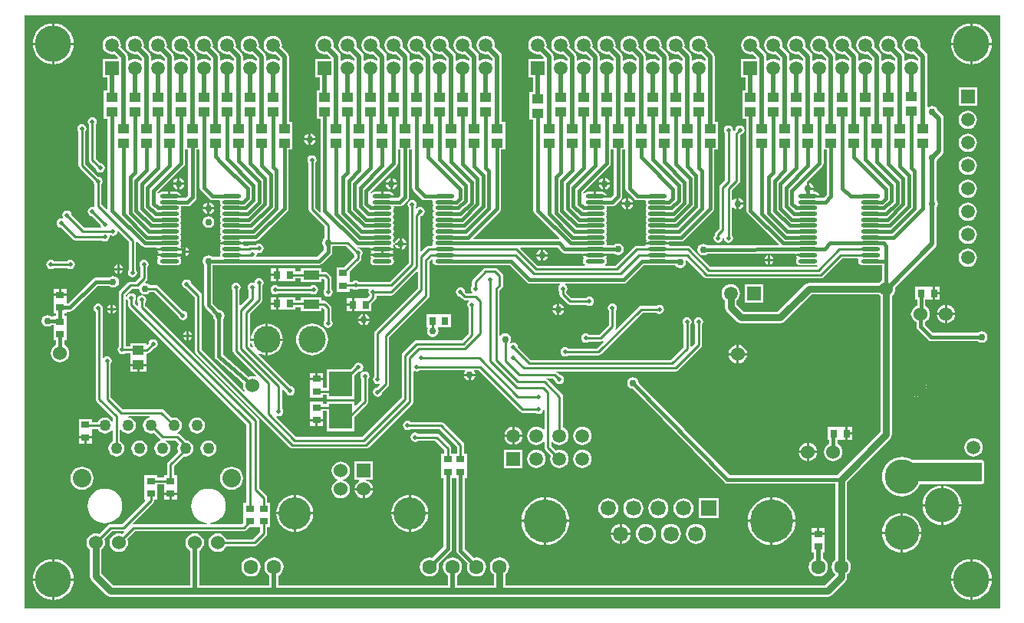
<source format=gbl>
%FSAX43Y43*%
%MOMM*%
G71*
G01*
G75*
G04 Layer_Physical_Order=2*
G04 Layer_Color=16711680*
%ADD10R,1.200X1.400*%
%ADD11O,1.800X0.300*%
%ADD12O,0.300X1.800*%
%ADD13R,0.900X0.800*%
%ADD14R,0.508X1.300*%
%ADD15R,0.800X0.900*%
%ADD16R,0.635X2.032*%
%ADD17O,0.600X2.200*%
%ADD18R,2.200X2.200*%
%ADD19R,1.200X0.300*%
%ADD20R,0.300X1.200*%
%ADD21R,2.300X2.300*%
%ADD22R,2.540X1.016*%
%ADD23R,2.400X3.100*%
%ADD24R,2.200X0.450*%
%ADD25R,0.850X0.600*%
%ADD26R,3.683X3.048*%
%ADD27R,2.300X2.300*%
%ADD28C,0.254*%
%ADD29C,0.600*%
%ADD30C,0.381*%
%ADD31C,0.508*%
%ADD32C,0.889*%
%ADD33C,0.635*%
%ADD34C,0.762*%
%ADD35R,9.525X4.064*%
%ADD36R,1.905X3.302*%
%ADD37R,3.556X4.064*%
%ADD38R,11.049X1.016*%
%ADD39R,6.731X3.175*%
%ADD40R,8.509X2.159*%
%ADD41R,3.175X1.397*%
%ADD42C,0.508*%
%ADD43C,1.524*%
%ADD44C,0.762*%
%ADD45R,1.524X1.524*%
%ADD46C,3.556*%
%ADD47C,1.500*%
%ADD48R,1.500X1.500*%
%ADD49C,4.000*%
%ADD50C,3.810*%
%ADD51R,1.500X1.500*%
%ADD52C,1.600*%
%ADD53C,1.690*%
%ADD54R,1.690X1.690*%
%ADD55C,4.760*%
%ADD56C,2.032*%
%ADD57C,1.270*%
%ADD58C,3.000*%
%ADD59C,1.778*%
%ADD60R,1.300X1.000*%
%ADD61O,2.100X0.450*%
%ADD62R,2.540X2.794*%
%ADD63R,1.800X1.000*%
%ADD64R,2.286X2.286*%
G36*
X0133096Y0025400D02*
X0025400D01*
Y0090932D01*
X0133096D01*
Y0025400D01*
D02*
G37*
%LPC*%
G36*
X0080371Y0044323D02*
X0079502D01*
Y0043454D01*
X0079637Y0043472D01*
X0079881Y0043573D01*
X0080091Y0043734D01*
X0080252Y0043944D01*
X0080353Y0044188D01*
X0080371Y0044323D01*
D02*
G37*
G36*
X0032004Y0044131D02*
X0031427D01*
Y0043604D01*
X0032004D01*
Y0044131D01*
D02*
G37*
G36*
X0032835D02*
X0032258D01*
Y0043604D01*
X0032835D01*
Y0044131D01*
D02*
G37*
G36*
X0112014Y0043680D02*
Y0042799D01*
X0112895D01*
X0112877Y0042937D01*
X0112774Y0043184D01*
X0112612Y0043397D01*
X0112399Y0043559D01*
X0112152Y0043662D01*
X0112014Y0043680D01*
D02*
G37*
G36*
X0086995Y0045463D02*
X0086733Y0045428D01*
X0086489Y0045327D01*
X0086279Y0045166D01*
X0086118Y0044956D01*
X0086017Y0044712D01*
X0085982Y0044450D01*
X0086017Y0044188D01*
X0086118Y0043944D01*
X0086279Y0043734D01*
X0086489Y0043573D01*
X0086733Y0043472D01*
X0086995Y0043437D01*
X0087257Y0043472D01*
X0087501Y0043573D01*
X0087711Y0043734D01*
X0087872Y0043944D01*
X0087973Y0044188D01*
X0088008Y0044450D01*
X0087973Y0044712D01*
X0087872Y0044956D01*
X0087711Y0045166D01*
X0087501Y0045327D01*
X0087257Y0045428D01*
X0086995Y0045463D01*
D02*
G37*
G36*
X0079248Y0044323D02*
X0078379D01*
X0078397Y0044188D01*
X0078498Y0043944D01*
X0078659Y0043734D01*
X0078869Y0043573D01*
X0079113Y0043472D01*
X0079248Y0043454D01*
Y0044323D01*
D02*
G37*
G36*
X0115489Y0045408D02*
X0115418Y0045408D01*
X0115397D01*
Y0045408D01*
X0115397D01*
X0115397D01*
X0114089D01*
Y0044000D01*
X0114228D01*
Y0043584D01*
X0114169Y0043559D01*
X0113956Y0043397D01*
X0113794Y0043184D01*
X0113691Y0042937D01*
X0113656Y0042672D01*
X0113691Y0042407D01*
X0113794Y0042160D01*
X0113956Y0041947D01*
X0114169Y0041785D01*
X0114416Y0041682D01*
X0114681Y0041647D01*
X0114946Y0041682D01*
X0115193Y0041785D01*
X0115406Y0041947D01*
X0115568Y0042160D01*
X0115671Y0042407D01*
X0115706Y0042672D01*
X0115671Y0042937D01*
X0115568Y0043184D01*
X0115406Y0043397D01*
X0115193Y0043559D01*
X0115134Y0043584D01*
Y0044000D01*
X0115397D01*
Y0044000D01*
X0115397D01*
X0115397Y0044000D01*
X0115489D01*
Y0044000D01*
X0116016D01*
Y0044704D01*
Y0045408D01*
X0115489D01*
Y0045408D01*
D02*
G37*
G36*
X0044450Y0046490D02*
X0044218Y0046459D01*
X0044002Y0046370D01*
X0043816Y0046227D01*
X0043673Y0046041D01*
X0043584Y0045825D01*
X0043553Y0045593D01*
X0043584Y0045361D01*
X0043673Y0045145D01*
X0043816Y0044959D01*
X0044002Y0044816D01*
X0044218Y0044727D01*
X0044450Y0044696D01*
X0044682Y0044727D01*
X0044898Y0044816D01*
X0045084Y0044959D01*
X0045227Y0045145D01*
X0045316Y0045361D01*
X0045347Y0045593D01*
X0045316Y0045825D01*
X0045227Y0046041D01*
X0045084Y0046227D01*
X0044898Y0046370D01*
X0044682Y0046459D01*
X0044450Y0046490D01*
D02*
G37*
G36*
X0116797Y0045408D02*
X0116270D01*
Y0044831D01*
X0116797D01*
Y0045408D01*
D02*
G37*
G36*
X0057531Y0046036D02*
X0056954D01*
Y0045509D01*
X0057531D01*
Y0046036D01*
D02*
G37*
G36*
X0116797Y0044577D02*
X0116270D01*
Y0044000D01*
X0116797D01*
Y0044577D01*
D02*
G37*
G36*
X0079248Y0045446D02*
X0079113Y0045428D01*
X0078869Y0045327D01*
X0078659Y0045166D01*
X0078498Y0044956D01*
X0078397Y0044712D01*
X0078379Y0044577D01*
X0079248D01*
Y0045446D01*
D02*
G37*
G36*
X0079502D02*
Y0044577D01*
X0080371D01*
X0080353Y0044712D01*
X0080252Y0044956D01*
X0080091Y0045166D01*
X0079881Y0045327D01*
X0079637Y0045428D01*
X0079502Y0045446D01*
D02*
G37*
G36*
X0111760Y0043680D02*
X0111622Y0043662D01*
X0111375Y0043559D01*
X0111162Y0043397D01*
X0111000Y0043184D01*
X0110897Y0042937D01*
X0110879Y0042799D01*
X0111760D01*
Y0043680D01*
D02*
G37*
G36*
X0063881Y0041592D02*
X0061849D01*
Y0039561D01*
X0062337D01*
X0062362Y0039436D01*
X0062353Y0039432D01*
X0062140Y0039269D01*
X0061978Y0039057D01*
X0061875Y0038810D01*
X0061857Y0038672D01*
X0063873D01*
X0063855Y0038810D01*
X0063752Y0039057D01*
X0063590Y0039269D01*
X0063377Y0039432D01*
X0063130Y0039534D01*
X0063132Y0039561D01*
X0063881D01*
Y0041592D01*
D02*
G37*
G36*
X0081915Y0042923D02*
X0081653Y0042888D01*
X0081409Y0042787D01*
X0081199Y0042626D01*
X0081038Y0042416D01*
X0080937Y0042172D01*
X0080902Y0041910D01*
X0080937Y0041648D01*
X0081038Y0041404D01*
X0081199Y0041194D01*
X0081409Y0041033D01*
X0081653Y0040932D01*
X0081915Y0040897D01*
X0082177Y0040932D01*
X0082421Y0041033D01*
X0082631Y0041194D01*
X0082792Y0041404D01*
X0082893Y0041648D01*
X0082928Y0041910D01*
X0082893Y0042172D01*
X0082792Y0042416D01*
X0082631Y0042626D01*
X0082421Y0042787D01*
X0082177Y0042888D01*
X0081915Y0042923D01*
D02*
G37*
G36*
X0086995D02*
X0086733Y0042888D01*
X0086489Y0042787D01*
X0086279Y0042626D01*
X0086118Y0042416D01*
X0086017Y0042172D01*
X0085982Y0041910D01*
X0086017Y0041648D01*
X0086118Y0041404D01*
X0086279Y0041194D01*
X0086489Y0041033D01*
X0086733Y0040932D01*
X0086995Y0040897D01*
X0087257Y0040932D01*
X0087501Y0041033D01*
X0087711Y0041194D01*
X0087872Y0041404D01*
X0087973Y0041648D01*
X0088008Y0041910D01*
X0087973Y0042172D01*
X0087872Y0042416D01*
X0087711Y0042626D01*
X0087501Y0042787D01*
X0087257Y0042888D01*
X0086995Y0042923D01*
D02*
G37*
G36*
X0122238Y0042111D02*
X0121814Y0042069D01*
X0121407Y0041946D01*
X0121032Y0041745D01*
X0120703Y0041476D01*
X0120434Y0041147D01*
X0120233Y0040772D01*
X0120110Y0040365D01*
X0120068Y0039942D01*
X0120110Y0039518D01*
X0120233Y0039111D01*
X0120434Y0038736D01*
X0120703Y0038407D01*
X0121032Y0038138D01*
X0121407Y0037937D01*
X0121814Y0037814D01*
X0122238Y0037772D01*
X0122661Y0037814D01*
X0123068Y0037937D01*
X0123443Y0038138D01*
X0123772Y0038407D01*
X0124041Y0038736D01*
X0124242Y0039111D01*
X0131064D01*
X0131163Y0039131D01*
X0131247Y0039187D01*
X0131303Y0039271D01*
X0131323Y0039370D01*
Y0041529D01*
X0131303Y0041628D01*
X0131247Y0041712D01*
X0131163Y0041768D01*
X0131064Y0041788D01*
X0123363D01*
X0123068Y0041946D01*
X0122661Y0042069D01*
X0122238Y0042111D01*
D02*
G37*
G36*
X0031750Y0041032D02*
X0031418Y0040988D01*
X0031110Y0040860D01*
X0030844Y0040657D01*
X0030641Y0040391D01*
X0030513Y0040083D01*
X0030469Y0039751D01*
X0030513Y0039419D01*
X0030641Y0039111D01*
X0030844Y0038845D01*
X0031110Y0038642D01*
X0031418Y0038514D01*
X0031750Y0038470D01*
X0032082Y0038514D01*
X0032390Y0038642D01*
X0032656Y0038845D01*
X0032859Y0039111D01*
X0032987Y0039419D01*
X0033031Y0039751D01*
X0032987Y0040083D01*
X0032859Y0040391D01*
X0032656Y0040657D01*
X0032390Y0040860D01*
X0032082Y0040988D01*
X0031750Y0041032D01*
D02*
G37*
G36*
X0048260D02*
X0047928Y0040988D01*
X0047620Y0040860D01*
X0047354Y0040657D01*
X0047151Y0040391D01*
X0047023Y0040083D01*
X0046979Y0039751D01*
X0047023Y0039419D01*
X0047151Y0039111D01*
X0047354Y0038845D01*
X0047620Y0038642D01*
X0047928Y0038514D01*
X0048260Y0038470D01*
X0048592Y0038514D01*
X0048900Y0038642D01*
X0049166Y0038845D01*
X0049369Y0039111D01*
X0049497Y0039419D01*
X0049541Y0039751D01*
X0049497Y0040083D01*
X0049369Y0040391D01*
X0049166Y0040657D01*
X0048900Y0040860D01*
X0048592Y0040988D01*
X0048260Y0041032D01*
D02*
G37*
G36*
X0080379Y0042914D02*
X0078371D01*
Y0040906D01*
X0080379D01*
Y0042914D01*
D02*
G37*
G36*
X0045720Y0043950D02*
X0045488Y0043919D01*
X0045272Y0043830D01*
X0045086Y0043687D01*
X0044943Y0043501D01*
X0044854Y0043285D01*
X0044823Y0043053D01*
X0044854Y0042821D01*
X0044943Y0042605D01*
X0045086Y0042419D01*
X0045272Y0042276D01*
X0045488Y0042187D01*
X0045720Y0042156D01*
X0045952Y0042187D01*
X0046168Y0042276D01*
X0046354Y0042419D01*
X0046497Y0042605D01*
X0046586Y0042821D01*
X0046617Y0043053D01*
X0046586Y0043285D01*
X0046497Y0043501D01*
X0046354Y0043687D01*
X0046168Y0043830D01*
X0045952Y0043919D01*
X0045720Y0043950D01*
D02*
G37*
G36*
X0130175Y0044193D02*
X0129913Y0044158D01*
X0129669Y0044057D01*
X0129459Y0043896D01*
X0129298Y0043686D01*
X0129197Y0043442D01*
X0129162Y0043180D01*
X0129197Y0042918D01*
X0129298Y0042674D01*
X0129459Y0042464D01*
X0129669Y0042303D01*
X0129913Y0042202D01*
X0130175Y0042167D01*
X0130437Y0042202D01*
X0130681Y0042303D01*
X0130891Y0042464D01*
X0131052Y0042674D01*
X0131153Y0042918D01*
X0131188Y0043180D01*
X0131153Y0043442D01*
X0131052Y0043686D01*
X0130891Y0043896D01*
X0130681Y0044057D01*
X0130437Y0044158D01*
X0130175Y0044193D01*
D02*
G37*
G36*
X0067691Y0046111D02*
X0067493Y0046072D01*
X0067325Y0045959D01*
X0067212Y0045791D01*
X0067173Y0045593D01*
X0067212Y0045395D01*
X0067325Y0045227D01*
X0067493Y0045114D01*
X0067691Y0045075D01*
X0067889Y0045114D01*
X0068024Y0045205D01*
X0071213D01*
X0073145Y0043273D01*
Y0042502D01*
X0072524D01*
Y0043053D01*
X0072500Y0043177D01*
X0072495Y0043202D01*
X0072411Y0043328D01*
X0071180Y0044559D01*
X0071054Y0044643D01*
X0070905Y0044672D01*
X0068874D01*
X0068739Y0044763D01*
X0068541Y0044802D01*
X0068343Y0044763D01*
X0068175Y0044650D01*
X0068062Y0044482D01*
X0068023Y0044284D01*
X0068062Y0044086D01*
X0068175Y0043918D01*
X0068343Y0043805D01*
X0068541Y0043766D01*
X0068739Y0043805D01*
X0068874Y0043896D01*
X0070744D01*
X0071748Y0042892D01*
Y0042502D01*
X0071432D01*
Y0041194D01*
X0071432Y0041194D01*
X0071432Y0041102D01*
X0071432D01*
Y0039794D01*
X0071683D01*
Y0032192D01*
X0070457Y0030966D01*
X0070379Y0030999D01*
X0070104Y0031035D01*
X0069829Y0030999D01*
X0069572Y0030893D01*
X0069352Y0030724D01*
X0069183Y0030504D01*
X0069077Y0030247D01*
X0069041Y0029972D01*
X0069077Y0029697D01*
X0069183Y0029440D01*
X0069352Y0029220D01*
X0069572Y0029051D01*
X0069829Y0028945D01*
X0070104Y0028909D01*
X0070379Y0028945D01*
X0070636Y0029051D01*
X0070856Y0029220D01*
X0071025Y0029440D01*
X0071131Y0029697D01*
X0071167Y0029972D01*
X0071131Y0030247D01*
X0071098Y0030325D01*
X0072456Y0031684D01*
X0072555Y0031831D01*
X0072589Y0032004D01*
X0072589Y0032004D01*
Y0039794D01*
X0073080D01*
Y0031750D01*
X0073080Y0031750D01*
X0073080D01*
X0073114Y0031577D01*
X0073213Y0031430D01*
X0074317Y0030325D01*
X0074284Y0030247D01*
X0074248Y0029972D01*
X0074284Y0029697D01*
X0074390Y0029440D01*
X0074559Y0029220D01*
X0074779Y0029051D01*
X0075036Y0028945D01*
X0075311Y0028909D01*
X0075586Y0028945D01*
X0075843Y0029051D01*
X0076063Y0029220D01*
X0076232Y0029440D01*
X0076338Y0029697D01*
X0076374Y0029972D01*
X0076338Y0030247D01*
X0076232Y0030504D01*
X0076063Y0030724D01*
X0075843Y0030893D01*
X0075586Y0030999D01*
X0075311Y0031035D01*
X0075036Y0030999D01*
X0074958Y0030966D01*
X0073986Y0031938D01*
Y0039794D01*
X0074237D01*
Y0041102D01*
D01*
Y0041102D01*
X0074237Y0041102D01*
Y0041194D01*
X0074237D01*
Y0042502D01*
X0073921D01*
Y0043434D01*
X0073892Y0043583D01*
X0073808Y0043709D01*
X0071649Y0045868D01*
X0071523Y0045952D01*
X0071374Y0045981D01*
X0068024D01*
X0067889Y0046072D01*
X0067691Y0046111D01*
D02*
G37*
G36*
X0111760Y0042545D02*
X0110879D01*
X0110897Y0042407D01*
X0111000Y0042160D01*
X0111162Y0041947D01*
X0111375Y0041785D01*
X0111622Y0041682D01*
X0111760Y0041664D01*
Y0042545D01*
D02*
G37*
G36*
X0112895D02*
X0112014D01*
Y0041664D01*
X0112152Y0041682D01*
X0112399Y0041785D01*
X0112612Y0041947D01*
X0112774Y0042160D01*
X0112877Y0042407D01*
X0112895Y0042545D01*
D02*
G37*
G36*
X0038100Y0043950D02*
X0037868Y0043919D01*
X0037652Y0043830D01*
X0037466Y0043687D01*
X0037323Y0043501D01*
X0037234Y0043285D01*
X0037203Y0043053D01*
X0037234Y0042821D01*
X0037323Y0042605D01*
X0037466Y0042419D01*
X0037652Y0042276D01*
X0037868Y0042187D01*
X0038100Y0042156D01*
X0038332Y0042187D01*
X0038548Y0042276D01*
X0038734Y0042419D01*
X0038877Y0042605D01*
X0038966Y0042821D01*
X0038997Y0043053D01*
X0038966Y0043285D01*
X0038877Y0043501D01*
X0038734Y0043687D01*
X0038548Y0043830D01*
X0038332Y0043919D01*
X0038100Y0043950D01*
D02*
G37*
G36*
X0104013Y0054475D02*
X0103875Y0054457D01*
X0103628Y0054354D01*
X0103415Y0054192D01*
X0103253Y0053979D01*
X0103150Y0053732D01*
X0103132Y0053594D01*
X0104013D01*
Y0054475D01*
D02*
G37*
G36*
X0104267D02*
Y0053594D01*
X0105148D01*
X0105130Y0053732D01*
X0105027Y0053979D01*
X0104865Y0054192D01*
X0104652Y0054354D01*
X0104405Y0054457D01*
X0104267Y0054475D01*
D02*
G37*
G36*
X0043307Y0055372D02*
X0042941D01*
X0042955Y0055301D01*
X0043068Y0055133D01*
X0043236Y0055020D01*
X0043307Y0055006D01*
Y0055372D01*
D02*
G37*
G36*
X0105148Y0053340D02*
X0104267D01*
Y0052459D01*
X0104405Y0052477D01*
X0104652Y0052580D01*
X0104865Y0052742D01*
X0105027Y0052955D01*
X0105130Y0053202D01*
X0105148Y0053340D01*
D02*
G37*
G36*
X0057158Y0056847D02*
X0056814Y0056814D01*
X0056484Y0056713D01*
X0056179Y0056550D01*
X0055912Y0056331D01*
X0055693Y0056064D01*
X0055530Y0055759D01*
X0055429Y0055429D01*
X0055396Y0055085D01*
X0055429Y0054741D01*
X0055530Y0054411D01*
X0055693Y0054106D01*
X0055912Y0053839D01*
X0056179Y0053620D01*
X0056484Y0053457D01*
X0056814Y0053356D01*
X0057158Y0053322D01*
X0057502Y0053356D01*
X0057833Y0053457D01*
X0058137Y0053620D01*
X0058404Y0053839D01*
X0058623Y0054106D01*
X0058786Y0054411D01*
X0058887Y0054741D01*
X0058921Y0055085D01*
X0058887Y0055429D01*
X0058786Y0055759D01*
X0058623Y0056064D01*
X0058404Y0056331D01*
X0058137Y0056550D01*
X0057833Y0056713D01*
X0057502Y0056814D01*
X0057158Y0056847D01*
D02*
G37*
G36*
X0053908Y0054958D02*
X0052285D01*
Y0053335D01*
X0052502Y0053356D01*
X0052832Y0053457D01*
X0053137Y0053620D01*
X0053404Y0053839D01*
X0053623Y0054106D01*
X0053786Y0054411D01*
X0053887Y0054741D01*
X0053908Y0054958D01*
D02*
G37*
G36*
X0043927Y0055372D02*
X0043561D01*
Y0055006D01*
X0043632Y0055020D01*
X0043800Y0055133D01*
X0043913Y0055301D01*
X0043927Y0055372D01*
D02*
G37*
G36*
X0043307Y0055992D02*
X0043236Y0055978D01*
X0043068Y0055865D01*
X0042955Y0055697D01*
X0042941Y0055626D01*
X0043307D01*
Y0055992D01*
D02*
G37*
G36*
X0043561D02*
Y0055626D01*
X0043927D01*
X0043913Y0055697D01*
X0043800Y0055865D01*
X0043632Y0055978D01*
X0043561Y0055992D01*
D02*
G37*
G36*
X0054021Y0059759D02*
X0053950Y0059759D01*
X0053929D01*
Y0059759D01*
X0053929D01*
X0053929D01*
X0053402D01*
Y0059055D01*
Y0058351D01*
X0053929D01*
Y0058351D01*
X0053929D01*
X0053929Y0058351D01*
X0054021D01*
Y0058351D01*
X0055329D01*
Y0058667D01*
X0055889D01*
Y0058225D01*
X0058197D01*
Y0058591D01*
X0058335D01*
X0058540Y0058386D01*
Y0057229D01*
X0058449Y0057094D01*
X0058410Y0056896D01*
X0058449Y0056698D01*
X0058562Y0056530D01*
X0058730Y0056417D01*
X0058928Y0056378D01*
X0059126Y0056417D01*
X0059294Y0056530D01*
X0059407Y0056698D01*
X0059446Y0056896D01*
X0059407Y0057094D01*
X0059316Y0057229D01*
Y0058547D01*
X0059292Y0058671D01*
X0059287Y0058696D01*
X0059203Y0058822D01*
X0058771Y0059254D01*
X0058645Y0059338D01*
X0058496Y0059367D01*
X0058197D01*
Y0059733D01*
X0055889D01*
Y0059443D01*
X0055329D01*
Y0059759D01*
X0054021D01*
Y0059759D01*
D02*
G37*
G36*
X0052031Y0056835D02*
X0051814Y0056814D01*
X0051484Y0056713D01*
X0051179Y0056550D01*
X0050912Y0056331D01*
X0050693Y0056064D01*
X0050530Y0055759D01*
X0050429Y0055429D01*
X0050408Y0055212D01*
X0052031D01*
Y0056835D01*
D02*
G37*
G36*
X0052285D02*
Y0055212D01*
X0053908D01*
X0053887Y0055429D01*
X0053786Y0055759D01*
X0053623Y0056064D01*
X0053404Y0056331D01*
X0053137Y0056550D01*
X0052832Y0056713D01*
X0052502Y0056814D01*
X0052285Y0056835D01*
D02*
G37*
G36*
X0071166Y0057854D02*
X0071095Y0057854D01*
X0071074D01*
Y0057854D01*
X0071074D01*
X0071074D01*
X0069766D01*
Y0056446D01*
X0069867D01*
X0069926Y0056334D01*
X0069879Y0056263D01*
X0069830Y0056015D01*
X0069879Y0055767D01*
X0070019Y0055557D01*
X0070229Y0055417D01*
X0070477Y0055368D01*
X0070725Y0055417D01*
X0070935Y0055557D01*
X0071075Y0055767D01*
X0071124Y0056015D01*
X0071075Y0056263D01*
X0071020Y0056345D01*
X0071074Y0056446D01*
X0071166D01*
Y0056446D01*
X0072474D01*
Y0057854D01*
X0071166D01*
Y0057854D01*
D02*
G37*
G36*
X0104013Y0053340D02*
X0103132D01*
X0103150Y0053202D01*
X0103253Y0052955D01*
X0103415Y0052742D01*
X0103628Y0052580D01*
X0103875Y0052477D01*
X0104013Y0052459D01*
Y0053340D01*
D02*
G37*
G36*
X0124961Y0049784D02*
X0123952D01*
Y0048775D01*
X0124123Y0048797D01*
X0124401Y0048913D01*
X0124640Y0049096D01*
X0124823Y0049335D01*
X0124939Y0049613D01*
X0124961Y0049784D01*
D02*
G37*
G36*
X0123698Y0051047D02*
X0123527Y0051025D01*
X0123249Y0050909D01*
X0123010Y0050726D01*
X0122827Y0050487D01*
X0122711Y0050209D01*
X0122689Y0050038D01*
X0123698D01*
Y0051047D01*
D02*
G37*
G36*
X0123952D02*
Y0050038D01*
X0124961D01*
X0124939Y0050209D01*
X0124823Y0050487D01*
X0124640Y0050726D01*
X0124401Y0050909D01*
X0124123Y0051025D01*
X0123952Y0051047D01*
D02*
G37*
G36*
X0058362Y0046036D02*
X0057785D01*
Y0045509D01*
X0058362D01*
Y0046036D01*
D02*
G37*
G36*
X0062992Y0051572D02*
X0062794Y0051533D01*
X0062626Y0051420D01*
X0062513Y0051252D01*
X0062474Y0051054D01*
X0062513Y0050856D01*
X0062604Y0050721D01*
Y0048421D01*
X0061966Y0047784D01*
X0061849Y0047832D01*
Y0048260D01*
X0058801D01*
Y0047951D01*
X0058362D01*
Y0048217D01*
X0056954D01*
Y0046909D01*
X0056954Y0046909D01*
X0056954Y0046817D01*
X0056954D01*
Y0046290D01*
X0058362D01*
Y0046817D01*
D01*
Y0046817D01*
X0058362Y0046817D01*
Y0046909D01*
X0058362D01*
Y0047175D01*
X0058801D01*
Y0044958D01*
X0061849D01*
Y0046568D01*
X0063267Y0047985D01*
X0063351Y0048111D01*
X0063380Y0048260D01*
X0063380Y0048260D01*
X0063380Y0048260D01*
Y0048260D01*
Y0050721D01*
X0063471Y0050856D01*
X0063510Y0051054D01*
X0063471Y0051252D01*
X0063358Y0051420D01*
X0063190Y0051533D01*
X0062992Y0051572D01*
D02*
G37*
G36*
X0123698Y0049784D02*
X0122689D01*
X0122711Y0049613D01*
X0122827Y0049335D01*
X0123010Y0049096D01*
X0123249Y0048913D01*
X0123527Y0048797D01*
X0123698Y0048775D01*
Y0049784D01*
D02*
G37*
G36*
X0074422Y0051054D02*
X0073927D01*
X0073951Y0050933D01*
X0074091Y0050723D01*
X0074301Y0050583D01*
X0074422Y0050559D01*
Y0051054D01*
D02*
G37*
G36*
X0062285Y0052533D02*
X0062087Y0052494D01*
X0061919Y0052381D01*
X0061806Y0052213D01*
X0061802Y0052192D01*
X0061427Y0051816D01*
X0058801D01*
Y0049726D01*
X0058362D01*
Y0049992D01*
D01*
Y0049992D01*
X0058362Y0049992D01*
Y0050084D01*
X0058362D01*
Y0050611D01*
X0056954D01*
Y0050084D01*
X0056954Y0050084D01*
X0056954Y0049992D01*
X0056954D01*
Y0048684D01*
X0058362D01*
Y0048950D01*
X0058801D01*
Y0048514D01*
X0061849D01*
Y0051140D01*
X0062219Y0051510D01*
X0062285Y0051497D01*
X0062483Y0051536D01*
X0062651Y0051649D01*
X0062764Y0051817D01*
X0062803Y0052015D01*
X0062764Y0052213D01*
X0062651Y0052381D01*
X0062483Y0052494D01*
X0062285Y0052533D01*
D02*
G37*
G36*
X0037846Y0052159D02*
X0037069D01*
Y0051532D01*
X0037846D01*
Y0052159D01*
D02*
G37*
G36*
X0038877D02*
X0038100D01*
Y0051532D01*
X0038877D01*
Y0052159D01*
D02*
G37*
G36*
X0075171Y0051054D02*
X0074676D01*
Y0050559D01*
X0074797Y0050583D01*
X0075007Y0050723D01*
X0075147Y0050933D01*
X0075171Y0051054D01*
D02*
G37*
G36*
X0057531Y0051392D02*
X0056954D01*
Y0050865D01*
X0057531D01*
Y0051392D01*
D02*
G37*
G36*
X0058362D02*
X0057785D01*
Y0050865D01*
X0058362D01*
Y0051392D01*
D02*
G37*
G36*
X0099532Y0034715D02*
X0099245Y0034678D01*
X0098978Y0034567D01*
X0098748Y0034391D01*
X0098572Y0034161D01*
X0098461Y0033894D01*
X0098424Y0033607D01*
X0098461Y0033320D01*
X0098572Y0033053D01*
X0098748Y0032823D01*
X0098978Y0032647D01*
X0099245Y0032536D01*
X0099532Y0032499D01*
X0099819Y0032536D01*
X0100086Y0032647D01*
X0100316Y0032823D01*
X0100492Y0033053D01*
X0100603Y0033320D01*
X0100640Y0033607D01*
X0100603Y0033894D01*
X0100492Y0034161D01*
X0100316Y0034391D01*
X0100086Y0034567D01*
X0099819Y0034678D01*
X0099532Y0034715D01*
D02*
G37*
G36*
X0091095Y0033480D02*
X0090130D01*
X0090151Y0033320D01*
X0090262Y0033053D01*
X0090438Y0032823D01*
X0090668Y0032647D01*
X0090935Y0032536D01*
X0091095Y0032515D01*
Y0033480D01*
D02*
G37*
G36*
X0092314D02*
X0091349D01*
Y0032515D01*
X0091509Y0032536D01*
X0091776Y0032647D01*
X0092006Y0032823D01*
X0092182Y0033053D01*
X0092293Y0033320D01*
X0092314Y0033480D01*
D02*
G37*
G36*
X0110504Y0034900D02*
X0107999D01*
Y0032395D01*
X0108285Y0032417D01*
X0108688Y0032514D01*
X0109072Y0032673D01*
X0109425Y0032889D01*
X0109740Y0033159D01*
X0110010Y0033474D01*
X0110226Y0033827D01*
X0110385Y0034211D01*
X0110482Y0034614D01*
X0110504Y0034900D01*
D02*
G37*
G36*
X0093992Y0034715D02*
X0093705Y0034678D01*
X0093438Y0034567D01*
X0093208Y0034391D01*
X0093032Y0034161D01*
X0092921Y0033894D01*
X0092883Y0033607D01*
X0092921Y0033320D01*
X0093032Y0033053D01*
X0093208Y0032823D01*
X0093438Y0032647D01*
X0093705Y0032536D01*
X0093992Y0032499D01*
X0094279Y0032536D01*
X0094546Y0032647D01*
X0094776Y0032823D01*
X0094952Y0033053D01*
X0095063Y0033320D01*
X0095100Y0033607D01*
X0095063Y0033894D01*
X0094952Y0034161D01*
X0094776Y0034391D01*
X0094546Y0034567D01*
X0094279Y0034678D01*
X0093992Y0034715D01*
D02*
G37*
G36*
X0096762D02*
X0096475Y0034678D01*
X0096208Y0034567D01*
X0095978Y0034391D01*
X0095802Y0034161D01*
X0095691Y0033894D01*
X0095654Y0033607D01*
X0095691Y0033320D01*
X0095802Y0033053D01*
X0095978Y0032823D01*
X0096208Y0032647D01*
X0096475Y0032536D01*
X0096762Y0032499D01*
X0097049Y0032536D01*
X0097316Y0032647D01*
X0097546Y0032823D01*
X0097722Y0033053D01*
X0097833Y0033320D01*
X0097870Y0033607D01*
X0097833Y0033894D01*
X0097722Y0034161D01*
X0097546Y0034391D01*
X0097316Y0034567D01*
X0097049Y0034678D01*
X0096762Y0034715D01*
D02*
G37*
G36*
X0113734Y0033466D02*
X0112326D01*
Y0032939D01*
X0112326Y0032939D01*
X0112326Y0032847D01*
X0112326D01*
Y0031539D01*
X0112512D01*
Y0030898D01*
X0112498Y0030893D01*
X0112278Y0030724D01*
X0112109Y0030504D01*
X0112003Y0030247D01*
X0111967Y0029972D01*
X0112003Y0029697D01*
X0112109Y0029440D01*
X0112278Y0029220D01*
X0112498Y0029051D01*
X0112755Y0028945D01*
X0113030Y0028909D01*
X0113305Y0028945D01*
X0113562Y0029051D01*
X0113782Y0029220D01*
X0113951Y0029440D01*
X0114057Y0029697D01*
X0114093Y0029972D01*
X0114057Y0030247D01*
X0113951Y0030504D01*
X0113782Y0030724D01*
X0113562Y0030893D01*
X0113548Y0030898D01*
Y0031539D01*
X0113734D01*
Y0032847D01*
D01*
Y0032847D01*
X0113734Y0032847D01*
Y0032939D01*
X0113734D01*
Y0033466D01*
D02*
G37*
G36*
X0091349Y0034699D02*
Y0033734D01*
X0092314D01*
X0092293Y0033894D01*
X0092182Y0034161D01*
X0092006Y0034391D01*
X0091776Y0034567D01*
X0091509Y0034678D01*
X0091349Y0034699D01*
D02*
G37*
G36*
X0122110Y0035875D02*
X0121814Y0035846D01*
X0121407Y0035723D01*
X0121032Y0035522D01*
X0120703Y0035253D01*
X0120434Y0034924D01*
X0120233Y0034549D01*
X0120110Y0034142D01*
X0120081Y0033846D01*
X0122110D01*
Y0035875D01*
D02*
G37*
G36*
X0122365D02*
Y0033846D01*
X0124394D01*
X0124365Y0034142D01*
X0124242Y0034549D01*
X0124041Y0034924D01*
X0123772Y0035253D01*
X0123443Y0035522D01*
X0123068Y0035723D01*
X0122661Y0035846D01*
X0122365Y0035875D01*
D02*
G37*
G36*
X0112903Y0034247D02*
X0112326D01*
Y0033720D01*
X0112903D01*
Y0034247D01*
D02*
G37*
G36*
X0113734D02*
X0113157D01*
Y0033720D01*
X0113734D01*
Y0034247D01*
D02*
G37*
G36*
X0091095Y0034699D02*
X0090935Y0034678D01*
X0090668Y0034567D01*
X0090438Y0034391D01*
X0090262Y0034161D01*
X0090151Y0033894D01*
X0090130Y0033734D01*
X0091095D01*
Y0034699D01*
D02*
G37*
G36*
X0107745Y0034900D02*
X0105240D01*
X0105262Y0034614D01*
X0105359Y0034211D01*
X0105518Y0033827D01*
X0105734Y0033474D01*
X0106004Y0033159D01*
X0106319Y0032889D01*
X0106673Y0032673D01*
X0107056Y0032514D01*
X0107459Y0032417D01*
X0107745Y0032395D01*
Y0034900D01*
D02*
G37*
G36*
X0132173Y0028448D02*
X0130048D01*
Y0026323D01*
X0130363Y0026354D01*
X0130788Y0026483D01*
X0131179Y0026692D01*
X0131523Y0026973D01*
X0131804Y0027317D01*
X0132014Y0027708D01*
X0132142Y0028133D01*
X0132173Y0028448D01*
D02*
G37*
G36*
X0028448Y0030827D02*
X0028133Y0030796D01*
X0027708Y0030667D01*
X0027317Y0030458D01*
X0026973Y0030177D01*
X0026692Y0029833D01*
X0026483Y0029442D01*
X0026354Y0029017D01*
X0026323Y0028702D01*
X0028448D01*
Y0030827D01*
D02*
G37*
G36*
X0028702D02*
Y0028702D01*
X0030827D01*
X0030796Y0029017D01*
X0030667Y0029442D01*
X0030458Y0029833D01*
X0030177Y0030177D01*
X0029833Y0030458D01*
X0029442Y0030667D01*
X0029017Y0030796D01*
X0028702Y0030827D01*
D02*
G37*
G36*
X0028448Y0028448D02*
X0026323D01*
X0026354Y0028133D01*
X0026483Y0027708D01*
X0026692Y0027317D01*
X0026973Y0026973D01*
X0027317Y0026692D01*
X0027708Y0026483D01*
X0028133Y0026354D01*
X0028448Y0026323D01*
Y0028448D01*
D02*
G37*
G36*
X0030827D02*
X0028702D01*
Y0026323D01*
X0029017Y0026354D01*
X0029442Y0026483D01*
X0029833Y0026692D01*
X0030177Y0026973D01*
X0030458Y0027317D01*
X0030667Y0027708D01*
X0030796Y0028133D01*
X0030827Y0028448D01*
D02*
G37*
G36*
X0129794D02*
X0127669D01*
X0127700Y0028133D01*
X0127828Y0027708D01*
X0128038Y0027317D01*
X0128319Y0026973D01*
X0128663Y0026692D01*
X0129054Y0026483D01*
X0129479Y0026354D01*
X0129794Y0026323D01*
Y0028448D01*
D02*
G37*
G36*
Y0030827D02*
X0129479Y0030796D01*
X0129054Y0030667D01*
X0128663Y0030458D01*
X0128319Y0030177D01*
X0128038Y0029833D01*
X0127828Y0029442D01*
X0127700Y0029017D01*
X0127669Y0028702D01*
X0129794D01*
Y0030827D01*
D02*
G37*
G36*
X0124394Y0033591D02*
X0122365D01*
Y0031562D01*
X0122661Y0031591D01*
X0123068Y0031714D01*
X0123443Y0031915D01*
X0123772Y0032184D01*
X0124041Y0032513D01*
X0124242Y0032888D01*
X0124365Y0033295D01*
X0124394Y0033591D01*
D02*
G37*
G36*
X0082755Y0034900D02*
X0080250D01*
X0080272Y0034614D01*
X0080369Y0034211D01*
X0080528Y0033827D01*
X0080744Y0033474D01*
X0081014Y0033159D01*
X0081329Y0032889D01*
X0081682Y0032673D01*
X0082066Y0032514D01*
X0082469Y0032417D01*
X0082755Y0032395D01*
Y0034900D01*
D02*
G37*
G36*
X0085514D02*
X0083009D01*
Y0032395D01*
X0083295Y0032417D01*
X0083698Y0032514D01*
X0084081Y0032673D01*
X0084435Y0032889D01*
X0084750Y0033159D01*
X0085020Y0033474D01*
X0085236Y0033827D01*
X0085395Y0034211D01*
X0085492Y0034614D01*
X0085514Y0034900D01*
D02*
G37*
G36*
X0130048Y0030827D02*
Y0028702D01*
X0132173D01*
X0132142Y0029017D01*
X0132014Y0029442D01*
X0131804Y0029833D01*
X0131523Y0030177D01*
X0131179Y0030458D01*
X0130788Y0030667D01*
X0130363Y0030796D01*
X0130048Y0030827D01*
D02*
G37*
G36*
X0050419Y0031035D02*
X0050144Y0030999D01*
X0049887Y0030893D01*
X0049667Y0030724D01*
X0049498Y0030504D01*
X0049392Y0030247D01*
X0049356Y0029972D01*
X0049392Y0029697D01*
X0049498Y0029440D01*
X0049667Y0029220D01*
X0049887Y0029051D01*
X0050144Y0028945D01*
X0050419Y0028909D01*
X0050694Y0028945D01*
X0050951Y0029051D01*
X0051171Y0029220D01*
X0051340Y0029440D01*
X0051446Y0029697D01*
X0051482Y0029972D01*
X0051446Y0030247D01*
X0051340Y0030504D01*
X0051171Y0030724D01*
X0050951Y0030893D01*
X0050694Y0030999D01*
X0050419Y0031035D01*
D02*
G37*
G36*
X0122110Y0033591D02*
X0120081D01*
X0120110Y0033295D01*
X0120233Y0032888D01*
X0120434Y0032513D01*
X0120703Y0032184D01*
X0121032Y0031915D01*
X0121407Y0031714D01*
X0121814Y0031591D01*
X0122110Y0031562D01*
Y0033591D01*
D02*
G37*
G36*
X0055372Y0037907D02*
Y0036005D01*
X0057274D01*
X0057248Y0036276D01*
X0057131Y0036659D01*
X0056943Y0037012D01*
X0056689Y0037321D01*
X0056379Y0037575D01*
X0056026Y0037764D01*
X0055643Y0037880D01*
X0055372Y0037907D01*
D02*
G37*
G36*
X0067818D02*
X0067547Y0037880D01*
X0067164Y0037764D01*
X0066811Y0037575D01*
X0066501Y0037321D01*
X0066247Y0037012D01*
X0066059Y0036659D01*
X0065942Y0036276D01*
X0065916Y0036005D01*
X0067818D01*
Y0037907D01*
D02*
G37*
G36*
X0068072D02*
Y0036005D01*
X0069974D01*
X0069948Y0036276D01*
X0069831Y0036659D01*
X0069643Y0037012D01*
X0069389Y0037321D01*
X0069079Y0037575D01*
X0068726Y0037764D01*
X0068343Y0037880D01*
X0068072Y0037907D01*
D02*
G37*
G36*
X0098147Y0037556D02*
X0097860Y0037518D01*
X0097593Y0037407D01*
X0097363Y0037231D01*
X0097187Y0037001D01*
X0097076Y0036734D01*
X0097039Y0036447D01*
X0097076Y0036160D01*
X0097187Y0035893D01*
X0097363Y0035663D01*
X0097593Y0035487D01*
X0097860Y0035376D01*
X0098147Y0035339D01*
X0098434Y0035376D01*
X0098701Y0035487D01*
X0098931Y0035663D01*
X0099107Y0035893D01*
X0099218Y0036160D01*
X0099256Y0036447D01*
X0099218Y0036734D01*
X0099107Y0037001D01*
X0098931Y0037231D01*
X0098701Y0037407D01*
X0098434Y0037518D01*
X0098147Y0037556D01*
D02*
G37*
G36*
X0102016Y0037546D02*
X0099818D01*
Y0035348D01*
X0102016D01*
Y0037546D01*
D02*
G37*
G36*
X0055118Y0037907D02*
X0054847Y0037880D01*
X0054464Y0037764D01*
X0054111Y0037575D01*
X0053801Y0037321D01*
X0053547Y0037012D01*
X0053359Y0036659D01*
X0053242Y0036276D01*
X0053216Y0036005D01*
X0055118D01*
Y0037907D01*
D02*
G37*
G36*
X0126555Y0038923D02*
X0126259Y0038894D01*
X0125852Y0038771D01*
X0125477Y0038570D01*
X0125148Y0038301D01*
X0124879Y0037972D01*
X0124678Y0037597D01*
X0124555Y0037190D01*
X0124526Y0036894D01*
X0126555D01*
Y0038923D01*
D02*
G37*
G36*
X0060325Y0041601D02*
X0060060Y0041566D01*
X0059813Y0041464D01*
X0059600Y0041301D01*
X0059438Y0041089D01*
X0059335Y0040842D01*
X0059300Y0040576D01*
X0059335Y0040311D01*
X0059438Y0040064D01*
X0059600Y0039852D01*
X0059813Y0039689D01*
X0059970Y0039624D01*
Y0039497D01*
X0059813Y0039432D01*
X0059600Y0039269D01*
X0059438Y0039057D01*
X0059335Y0038810D01*
X0059300Y0038544D01*
X0059335Y0038279D01*
X0059438Y0038032D01*
X0059600Y0037820D01*
X0059813Y0037657D01*
X0060060Y0037555D01*
X0060325Y0037520D01*
X0060590Y0037555D01*
X0060837Y0037657D01*
X0061050Y0037820D01*
X0061212Y0038032D01*
X0061315Y0038279D01*
X0061350Y0038544D01*
X0061315Y0038810D01*
X0061212Y0039057D01*
X0061050Y0039269D01*
X0060837Y0039432D01*
X0060590Y0039534D01*
Y0039587D01*
X0060837Y0039689D01*
X0061050Y0039852D01*
X0061212Y0040064D01*
X0061315Y0040311D01*
X0061350Y0040576D01*
X0061315Y0040842D01*
X0061212Y0041089D01*
X0061050Y0041301D01*
X0060837Y0041464D01*
X0060590Y0041566D01*
X0060325Y0041601D01*
D02*
G37*
G36*
X0062738Y0038417D02*
X0061857D01*
X0061875Y0038279D01*
X0061978Y0038032D01*
X0062140Y0037820D01*
X0062353Y0037657D01*
X0062600Y0037555D01*
X0062738Y0037536D01*
Y0038417D01*
D02*
G37*
G36*
X0063873D02*
X0062992D01*
Y0037536D01*
X0063130Y0037555D01*
X0063377Y0037657D01*
X0063590Y0037820D01*
X0063752Y0038032D01*
X0063855Y0038279D01*
X0063873Y0038417D01*
D02*
G37*
G36*
X0126810Y0038923D02*
Y0036894D01*
X0128839D01*
X0128810Y0037190D01*
X0128687Y0037597D01*
X0128486Y0037972D01*
X0128217Y0038301D01*
X0127888Y0038570D01*
X0127513Y0038771D01*
X0127106Y0038894D01*
X0126810Y0038923D01*
D02*
G37*
G36*
X0041402Y0037908D02*
X0040825D01*
Y0037381D01*
X0041402D01*
Y0037908D01*
D02*
G37*
G36*
X0042233D02*
X0041656D01*
Y0037381D01*
X0042233D01*
Y0037908D01*
D02*
G37*
G36*
X0095377Y0037556D02*
X0095090Y0037518D01*
X0094823Y0037407D01*
X0094593Y0037231D01*
X0094417Y0037001D01*
X0094306Y0036734D01*
X0094269Y0036447D01*
X0094306Y0036160D01*
X0094417Y0035893D01*
X0094593Y0035663D01*
X0094823Y0035487D01*
X0095090Y0035376D01*
X0095377Y0035339D01*
X0095664Y0035376D01*
X0095931Y0035487D01*
X0096161Y0035663D01*
X0096337Y0035893D01*
X0096448Y0036160D01*
X0096485Y0036447D01*
X0096448Y0036734D01*
X0096337Y0037001D01*
X0096161Y0037231D01*
X0095931Y0037407D01*
X0095664Y0037518D01*
X0095377Y0037556D01*
D02*
G37*
G36*
X0069974Y0035750D02*
X0068072D01*
Y0033848D01*
X0068343Y0033875D01*
X0068726Y0033991D01*
X0069079Y0034180D01*
X0069389Y0034434D01*
X0069643Y0034743D01*
X0069831Y0035096D01*
X0069948Y0035479D01*
X0069974Y0035750D01*
D02*
G37*
G36*
X0126555Y0036639D02*
X0124526D01*
X0124555Y0036343D01*
X0124678Y0035936D01*
X0124879Y0035561D01*
X0125148Y0035232D01*
X0125477Y0034963D01*
X0125852Y0034762D01*
X0126259Y0034639D01*
X0126555Y0034610D01*
Y0036639D01*
D02*
G37*
G36*
X0128839D02*
X0126810D01*
Y0034610D01*
X0127106Y0034639D01*
X0127513Y0034762D01*
X0127888Y0034963D01*
X0128217Y0035232D01*
X0128486Y0035561D01*
X0128687Y0035936D01*
X0128810Y0036343D01*
X0128839Y0036639D01*
D02*
G37*
G36*
X0055118Y0035750D02*
X0053216D01*
X0053242Y0035479D01*
X0053359Y0035096D01*
X0053547Y0034743D01*
X0053801Y0034434D01*
X0054111Y0034180D01*
X0054464Y0033991D01*
X0054847Y0033875D01*
X0055118Y0033848D01*
Y0035750D01*
D02*
G37*
G36*
X0057274D02*
X0055372D01*
Y0033848D01*
X0055643Y0033875D01*
X0056026Y0033991D01*
X0056379Y0034180D01*
X0056689Y0034434D01*
X0056943Y0034743D01*
X0057131Y0035096D01*
X0057248Y0035479D01*
X0057274Y0035750D01*
D02*
G37*
G36*
X0067818D02*
X0065916D01*
X0065942Y0035479D01*
X0066059Y0035096D01*
X0066247Y0034743D01*
X0066501Y0034434D01*
X0066811Y0034180D01*
X0067164Y0033991D01*
X0067547Y0033875D01*
X0067818Y0033848D01*
Y0035750D01*
D02*
G37*
G36*
X0034290Y0038617D02*
X0033917Y0038580D01*
X0033557Y0038472D01*
X0033227Y0038295D01*
X0032936Y0038057D01*
X0032698Y0037766D01*
X0032521Y0037436D01*
X0032413Y0037076D01*
X0032376Y0036703D01*
X0032413Y0036330D01*
X0032521Y0035970D01*
X0032698Y0035640D01*
X0032936Y0035349D01*
X0033227Y0035111D01*
X0033557Y0034934D01*
X0033917Y0034826D01*
X0034290Y0034789D01*
X0034663Y0034826D01*
X0035023Y0034934D01*
X0035353Y0035111D01*
X0035644Y0035349D01*
X0035882Y0035640D01*
X0036059Y0035970D01*
X0036167Y0036330D01*
X0036204Y0036703D01*
X0036167Y0037076D01*
X0036059Y0037436D01*
X0035882Y0037766D01*
X0035644Y0038057D01*
X0035353Y0038295D01*
X0035023Y0038472D01*
X0034663Y0038580D01*
X0034290Y0038617D01*
D02*
G37*
G36*
X0107999Y0037659D02*
Y0035154D01*
X0110504D01*
X0110482Y0035440D01*
X0110385Y0035843D01*
X0110226Y0036227D01*
X0110010Y0036580D01*
X0109740Y0036895D01*
X0109425Y0037165D01*
X0109072Y0037381D01*
X0108688Y0037540D01*
X0108285Y0037637D01*
X0107999Y0037659D01*
D02*
G37*
G36*
X0089837Y0037556D02*
X0089550Y0037518D01*
X0089283Y0037407D01*
X0089053Y0037231D01*
X0088877Y0037001D01*
X0088766Y0036734D01*
X0088729Y0036447D01*
X0088766Y0036160D01*
X0088877Y0035893D01*
X0089053Y0035663D01*
X0089283Y0035487D01*
X0089550Y0035376D01*
X0089837Y0035339D01*
X0090124Y0035376D01*
X0090391Y0035487D01*
X0090621Y0035663D01*
X0090797Y0035893D01*
X0090908Y0036160D01*
X0090945Y0036447D01*
X0090908Y0036734D01*
X0090797Y0037001D01*
X0090621Y0037231D01*
X0090391Y0037407D01*
X0090124Y0037518D01*
X0089837Y0037556D01*
D02*
G37*
G36*
X0092607D02*
X0092320Y0037518D01*
X0092053Y0037407D01*
X0091823Y0037231D01*
X0091647Y0037001D01*
X0091536Y0036734D01*
X0091499Y0036447D01*
X0091536Y0036160D01*
X0091647Y0035893D01*
X0091823Y0035663D01*
X0092053Y0035487D01*
X0092320Y0035376D01*
X0092607Y0035339D01*
X0092894Y0035376D01*
X0093161Y0035487D01*
X0093391Y0035663D01*
X0093567Y0035893D01*
X0093678Y0036160D01*
X0093716Y0036447D01*
X0093678Y0036734D01*
X0093567Y0037001D01*
X0093391Y0037231D01*
X0093161Y0037407D01*
X0092894Y0037518D01*
X0092607Y0037556D01*
D02*
G37*
G36*
X0082755Y0037659D02*
X0082469Y0037637D01*
X0082066Y0037540D01*
X0081682Y0037381D01*
X0081329Y0037165D01*
X0081014Y0036895D01*
X0080744Y0036580D01*
X0080528Y0036227D01*
X0080369Y0035843D01*
X0080272Y0035440D01*
X0080250Y0035154D01*
X0082755D01*
Y0037659D01*
D02*
G37*
G36*
X0083009D02*
Y0035154D01*
X0085514D01*
X0085492Y0035440D01*
X0085395Y0035843D01*
X0085236Y0036227D01*
X0085020Y0036580D01*
X0084750Y0036895D01*
X0084435Y0037165D01*
X0084081Y0037381D01*
X0083698Y0037540D01*
X0083295Y0037637D01*
X0083009Y0037659D01*
D02*
G37*
G36*
X0107745D02*
X0107459Y0037637D01*
X0107056Y0037540D01*
X0106673Y0037381D01*
X0106319Y0037165D01*
X0106004Y0036895D01*
X0105734Y0036580D01*
X0105518Y0036227D01*
X0105359Y0035843D01*
X0105262Y0035440D01*
X0105240Y0035154D01*
X0107745D01*
Y0037659D01*
D02*
G37*
G36*
X0062738Y0057150D02*
X0062243D01*
X0062267Y0057029D01*
X0062407Y0056819D01*
X0062617Y0056679D01*
X0062738Y0056655D01*
Y0057150D01*
D02*
G37*
G36*
X0123317Y0088643D02*
X0123055Y0088608D01*
X0122811Y0088507D01*
X0122601Y0088346D01*
X0122440Y0088136D01*
X0122339Y0087892D01*
X0122304Y0087630D01*
X0122339Y0087368D01*
X0122440Y0087124D01*
X0122601Y0086914D01*
X0122811Y0086753D01*
X0123055Y0086652D01*
X0123317Y0086617D01*
X0123565Y0086650D01*
X0124069Y0086145D01*
Y0085922D01*
X0123955Y0085866D01*
X0123823Y0085967D01*
X0123579Y0086068D01*
X0123317Y0086103D01*
X0123055Y0086068D01*
X0122811Y0085967D01*
X0122679Y0085866D01*
X0122565Y0085922D01*
Y0086360D01*
X0122526Y0086558D01*
X0122413Y0086726D01*
X0121757Y0087382D01*
X0121790Y0087630D01*
X0121755Y0087892D01*
X0121654Y0088136D01*
X0121493Y0088346D01*
X0121283Y0088507D01*
X0121039Y0088608D01*
X0120777Y0088643D01*
X0120515Y0088608D01*
X0120271Y0088507D01*
X0120061Y0088346D01*
X0119900Y0088136D01*
X0119799Y0087892D01*
X0119764Y0087630D01*
X0119799Y0087368D01*
X0119900Y0087124D01*
X0120061Y0086914D01*
X0120271Y0086753D01*
X0120515Y0086652D01*
X0120777Y0086617D01*
X0121025Y0086650D01*
X0121529Y0086145D01*
Y0085922D01*
X0121415Y0085866D01*
X0121283Y0085967D01*
X0121039Y0086068D01*
X0120777Y0086103D01*
X0120515Y0086068D01*
X0120271Y0085967D01*
X0120139Y0085866D01*
X0120025Y0085922D01*
Y0086360D01*
X0119986Y0086558D01*
X0119873Y0086726D01*
X0119217Y0087382D01*
X0119250Y0087630D01*
X0119215Y0087892D01*
X0119114Y0088136D01*
X0118953Y0088346D01*
X0118743Y0088507D01*
X0118499Y0088608D01*
X0118237Y0088643D01*
X0117975Y0088608D01*
X0117731Y0088507D01*
X0117521Y0088346D01*
X0117360Y0088136D01*
X0117259Y0087892D01*
X0117224Y0087630D01*
X0117259Y0087368D01*
X0117360Y0087124D01*
X0117521Y0086914D01*
X0117731Y0086753D01*
X0117975Y0086652D01*
X0118237Y0086617D01*
X0118485Y0086650D01*
X0118989Y0086145D01*
Y0085922D01*
X0118875Y0085866D01*
X0118743Y0085967D01*
X0118499Y0086068D01*
X0118237Y0086103D01*
X0117975Y0086068D01*
X0117731Y0085967D01*
X0117599Y0085866D01*
X0117485Y0085922D01*
Y0086360D01*
X0117446Y0086558D01*
X0117333Y0086726D01*
X0116677Y0087382D01*
X0116710Y0087630D01*
X0116675Y0087892D01*
X0116574Y0088136D01*
X0116413Y0088346D01*
X0116203Y0088507D01*
X0115959Y0088608D01*
X0115697Y0088643D01*
X0115435Y0088608D01*
X0115191Y0088507D01*
X0114981Y0088346D01*
X0114820Y0088136D01*
X0114719Y0087892D01*
X0114684Y0087630D01*
X0114719Y0087368D01*
X0114820Y0087124D01*
X0114981Y0086914D01*
X0115191Y0086753D01*
X0115435Y0086652D01*
X0115697Y0086617D01*
X0115945Y0086650D01*
X0116449Y0086145D01*
Y0085922D01*
X0116335Y0085866D01*
X0116203Y0085967D01*
X0115959Y0086068D01*
X0115697Y0086103D01*
X0115435Y0086068D01*
X0115191Y0085967D01*
X0115059Y0085866D01*
X0114945Y0085922D01*
Y0086360D01*
X0114906Y0086558D01*
X0114793Y0086726D01*
X0114137Y0087382D01*
X0114170Y0087630D01*
X0114135Y0087892D01*
X0114034Y0088136D01*
X0113873Y0088346D01*
X0113663Y0088507D01*
X0113419Y0088608D01*
X0113157Y0088643D01*
X0112895Y0088608D01*
X0112651Y0088507D01*
X0112441Y0088346D01*
X0112280Y0088136D01*
X0112179Y0087892D01*
X0112144Y0087630D01*
X0112179Y0087368D01*
X0112280Y0087124D01*
X0112441Y0086914D01*
X0112651Y0086753D01*
X0112895Y0086652D01*
X0113157Y0086617D01*
X0113405Y0086650D01*
X0113909Y0086145D01*
Y0085922D01*
X0113795Y0085866D01*
X0113663Y0085967D01*
X0113419Y0086068D01*
X0113157Y0086103D01*
X0112895Y0086068D01*
X0112651Y0085967D01*
X0112519Y0085866D01*
X0112405Y0085922D01*
Y0086360D01*
X0112366Y0086558D01*
X0112253Y0086726D01*
X0111597Y0087382D01*
X0111630Y0087630D01*
X0111595Y0087892D01*
X0111494Y0088136D01*
X0111333Y0088346D01*
X0111123Y0088507D01*
X0110879Y0088608D01*
X0110617Y0088643D01*
X0110355Y0088608D01*
X0110111Y0088507D01*
X0109901Y0088346D01*
X0109740Y0088136D01*
X0109639Y0087892D01*
X0109604Y0087630D01*
X0109639Y0087368D01*
X0109740Y0087124D01*
X0109901Y0086914D01*
X0110111Y0086753D01*
X0110355Y0086652D01*
X0110617Y0086617D01*
X0110865Y0086650D01*
X0111369Y0086145D01*
Y0085922D01*
X0111255Y0085866D01*
X0111123Y0085967D01*
X0110879Y0086068D01*
X0110617Y0086103D01*
X0110355Y0086068D01*
X0110111Y0085967D01*
X0109979Y0085866D01*
X0109865Y0085922D01*
Y0086360D01*
X0109826Y0086558D01*
X0109713Y0086726D01*
X0109057Y0087382D01*
X0109090Y0087630D01*
X0109055Y0087892D01*
X0108954Y0088136D01*
X0108793Y0088346D01*
X0108583Y0088507D01*
X0108339Y0088608D01*
X0108077Y0088643D01*
X0107815Y0088608D01*
X0107571Y0088507D01*
X0107361Y0088346D01*
X0107200Y0088136D01*
X0107099Y0087892D01*
X0107064Y0087630D01*
X0107099Y0087368D01*
X0107200Y0087124D01*
X0107361Y0086914D01*
X0107571Y0086753D01*
X0107815Y0086652D01*
X0108077Y0086617D01*
X0108325Y0086650D01*
X0108829Y0086145D01*
Y0085922D01*
X0108715Y0085866D01*
X0108583Y0085967D01*
X0108339Y0086068D01*
X0108077Y0086103D01*
X0107815Y0086068D01*
X0107571Y0085967D01*
X0107439Y0085866D01*
X0107325Y0085922D01*
Y0086360D01*
X0107286Y0086558D01*
X0107173Y0086726D01*
X0106517Y0087382D01*
X0106550Y0087630D01*
X0106515Y0087892D01*
X0106414Y0088136D01*
X0106253Y0088346D01*
X0106043Y0088507D01*
X0105799Y0088608D01*
X0105537Y0088643D01*
X0105275Y0088608D01*
X0105031Y0088507D01*
X0104821Y0088346D01*
X0104660Y0088136D01*
X0104559Y0087892D01*
X0104524Y0087630D01*
X0104559Y0087368D01*
X0104660Y0087124D01*
X0104821Y0086914D01*
X0105031Y0086753D01*
X0105275Y0086652D01*
X0105537Y0086617D01*
X0105785Y0086650D01*
X0106223Y0086211D01*
X0106175Y0086094D01*
X0104533D01*
Y0084086D01*
X0105019D01*
Y0082580D01*
X0104633D01*
Y0081072D01*
X0104633Y0081072D01*
X0104633Y0080980D01*
X0104633D01*
Y0079472D01*
X0105084D01*
Y0069342D01*
X0105084Y0069342D01*
X0105084D01*
X0105118Y0069169D01*
X0105217Y0069022D01*
X0108614Y0065624D01*
X0108566Y0065506D01*
X0100790Y0065479D01*
X0100788Y0065482D01*
X0100578Y0065622D01*
X0100330Y0065671D01*
X0100082Y0065622D01*
X0099872Y0065482D01*
X0099732Y0065272D01*
X0099683Y0065024D01*
X0099732Y0064776D01*
X0099872Y0064566D01*
X0100082Y0064426D01*
X0100330Y0064377D01*
X0100578Y0064426D01*
X0100788Y0064566D01*
X0100792Y0064572D01*
X0110491Y0064607D01*
X0110571Y0064509D01*
X0110578Y0064542D01*
X0111866D01*
Y0064288D01*
X0110578D01*
X0110590Y0064228D01*
X0110682Y0064090D01*
X0110590Y0063952D01*
X0110553Y0063765D01*
X0110590Y0063578D01*
X0110696Y0063420D01*
X0110854Y0063314D01*
X0111041Y0063277D01*
X0112691D01*
X0112878Y0063314D01*
X0112928Y0063238D01*
X0112868Y0063126D01*
X0101126D01*
X0098913Y0065340D01*
X0098787Y0065424D01*
X0098638Y0065453D01*
X0096632D01*
X0096552Y0065552D01*
X0096559Y0065588D01*
X0093983D01*
X0093990Y0065552D01*
X0093910Y0065453D01*
X0093005D01*
X0092856Y0065424D01*
X0092730Y0065340D01*
X0090644Y0063253D01*
X0089511D01*
X0089474Y0063375D01*
X0089541Y0063420D01*
X0089647Y0063578D01*
X0089684Y0063765D01*
X0089647Y0063952D01*
X0089555Y0064090D01*
X0089647Y0064228D01*
X0089659Y0064288D01*
X0087083D01*
X0087095Y0064228D01*
X0087187Y0064090D01*
X0087095Y0063952D01*
X0087058Y0063765D01*
X0087095Y0063578D01*
X0087201Y0063420D01*
X0087268Y0063375D01*
X0087231Y0063253D01*
X0082032D01*
X0080141Y0065144D01*
X0080190Y0065262D01*
X0084211D01*
X0084729Y0064745D01*
X0084729Y0064745D01*
X0084817Y0064686D01*
X0084876Y0064646D01*
X0085049Y0064612D01*
X0086997D01*
X0087077Y0064514D01*
X0087083Y0064542D01*
X0089659D01*
X0089647Y0064602D01*
X0089653Y0064612D01*
X0090471D01*
X0090474Y0064607D01*
X0090684Y0064467D01*
X0090932Y0064418D01*
X0091180Y0064467D01*
X0091390Y0064607D01*
X0091530Y0064817D01*
X0091579Y0065065D01*
X0091530Y0065313D01*
X0091390Y0065523D01*
X0091180Y0065663D01*
X0090932Y0065712D01*
X0090684Y0065663D01*
X0090474Y0065523D01*
X0090471Y0065518D01*
X0089745D01*
X0089665Y0065616D01*
X0089684Y0065715D01*
X0089647Y0065902D01*
X0089555Y0066040D01*
X0089647Y0066178D01*
X0089684Y0066365D01*
X0089647Y0066552D01*
X0089555Y0066690D01*
X0089647Y0066828D01*
X0089684Y0067015D01*
X0089647Y0067202D01*
X0089555Y0067340D01*
X0089647Y0067478D01*
X0089684Y0067665D01*
X0089647Y0067852D01*
X0089555Y0067990D01*
X0089647Y0068128D01*
X0089684Y0068315D01*
X0089647Y0068502D01*
X0089557Y0068637D01*
X0089647Y0068773D01*
X0089684Y0068960D01*
X0089647Y0069147D01*
X0089555Y0069285D01*
X0089647Y0069423D01*
X0089684Y0069610D01*
X0089647Y0069797D01*
X0089653Y0069807D01*
X0090297D01*
X0090470Y0069841D01*
X0090617Y0069940D01*
X0091252Y0070575D01*
X0091252Y0070575D01*
X0091351Y0070722D01*
X0091385Y0070895D01*
Y0076043D01*
X0091749D01*
Y0071794D01*
X0091764Y0071716D01*
X0091783Y0071621D01*
X0091783Y0071621D01*
Y0071621D01*
X0091849Y0071522D01*
X0091882Y0071474D01*
X0091882Y0071474D01*
X0091882Y0071474D01*
X0091882Y0071474D01*
X0092766Y0070590D01*
X0092766D01*
X0092766Y0070590D01*
X0092853Y0070531D01*
X0092913Y0070491D01*
X0092913Y0070491D01*
X0092913Y0070491D01*
X0092971Y0070480D01*
X0093086Y0070457D01*
X0093086Y0070457D01*
X0093897D01*
X0093977Y0070359D01*
X0093958Y0070260D01*
X0093995Y0070073D01*
X0094087Y0069935D01*
X0093995Y0069797D01*
X0093958Y0069610D01*
X0093995Y0069423D01*
X0094087Y0069285D01*
X0093995Y0069147D01*
X0093958Y0068960D01*
X0093995Y0068773D01*
X0094085Y0068637D01*
X0093995Y0068502D01*
X0093958Y0068315D01*
X0093995Y0068128D01*
X0094087Y0067990D01*
X0093995Y0067852D01*
X0093958Y0067665D01*
X0093995Y0067478D01*
X0094087Y0067340D01*
X0093995Y0067202D01*
X0093958Y0067015D01*
X0093995Y0066828D01*
X0094087Y0066690D01*
X0093995Y0066552D01*
X0093958Y0066365D01*
X0093995Y0066178D01*
X0094087Y0066040D01*
X0093995Y0065902D01*
X0093983Y0065842D01*
X0096559D01*
X0096547Y0065902D01*
X0096552Y0065912D01*
X0097861D01*
X0098034Y0065946D01*
X0098181Y0066045D01*
X0101412Y0069276D01*
X0101412Y0069276D01*
X0101471Y0069364D01*
X0101511Y0069423D01*
X0101545Y0069596D01*
Y0076043D01*
X0101996D01*
Y0077551D01*
D01*
Y0077551D01*
X0101996Y0077551D01*
Y0077643D01*
X0101996D01*
Y0079151D01*
X0101610D01*
Y0086360D01*
X0101571Y0086558D01*
X0101458Y0086726D01*
X0100802Y0087382D01*
X0100835Y0087630D01*
X0100800Y0087892D01*
X0100699Y0088136D01*
X0100538Y0088346D01*
X0100328Y0088507D01*
X0100084Y0088608D01*
X0099822Y0088643D01*
X0099560Y0088608D01*
X0099316Y0088507D01*
X0099106Y0088346D01*
X0098945Y0088136D01*
X0098844Y0087892D01*
X0098809Y0087630D01*
X0098844Y0087368D01*
X0098945Y0087124D01*
X0099106Y0086914D01*
X0099316Y0086753D01*
X0099560Y0086652D01*
X0099822Y0086617D01*
X0100070Y0086650D01*
X0100574Y0086145D01*
Y0085922D01*
X0100460Y0085866D01*
X0100328Y0085967D01*
X0100084Y0086068D01*
X0099822Y0086103D01*
X0099560Y0086068D01*
X0099316Y0085967D01*
X0099184Y0085866D01*
X0099070Y0085922D01*
Y0086360D01*
X0099031Y0086558D01*
X0098918Y0086726D01*
X0098262Y0087382D01*
X0098295Y0087630D01*
X0098260Y0087892D01*
X0098159Y0088136D01*
X0097998Y0088346D01*
X0097788Y0088507D01*
X0097544Y0088608D01*
X0097282Y0088643D01*
X0097020Y0088608D01*
X0096776Y0088507D01*
X0096566Y0088346D01*
X0096405Y0088136D01*
X0096304Y0087892D01*
X0096269Y0087630D01*
X0096304Y0087368D01*
X0096405Y0087124D01*
X0096566Y0086914D01*
X0096776Y0086753D01*
X0097020Y0086652D01*
X0097282Y0086617D01*
X0097530Y0086650D01*
X0098034Y0086145D01*
Y0085922D01*
X0097920Y0085866D01*
X0097788Y0085967D01*
X0097544Y0086068D01*
X0097282Y0086103D01*
X0097020Y0086068D01*
X0096776Y0085967D01*
X0096644Y0085866D01*
X0096530Y0085922D01*
Y0086360D01*
X0096491Y0086558D01*
X0096378Y0086726D01*
X0095722Y0087382D01*
X0095755Y0087630D01*
X0095720Y0087892D01*
X0095619Y0088136D01*
X0095458Y0088346D01*
X0095248Y0088507D01*
X0095004Y0088608D01*
X0094742Y0088643D01*
X0094480Y0088608D01*
X0094236Y0088507D01*
X0094026Y0088346D01*
X0093865Y0088136D01*
X0093764Y0087892D01*
X0093729Y0087630D01*
X0093764Y0087368D01*
X0093865Y0087124D01*
X0094026Y0086914D01*
X0094236Y0086753D01*
X0094480Y0086652D01*
X0094742Y0086617D01*
X0094990Y0086650D01*
X0095494Y0086145D01*
Y0085922D01*
X0095380Y0085866D01*
X0095248Y0085967D01*
X0095004Y0086068D01*
X0094742Y0086103D01*
X0094480Y0086068D01*
X0094236Y0085967D01*
X0094104Y0085866D01*
X0093990Y0085922D01*
Y0086360D01*
X0093951Y0086558D01*
X0093838Y0086726D01*
X0093182Y0087382D01*
X0093215Y0087630D01*
X0093180Y0087892D01*
X0093079Y0088136D01*
X0092918Y0088346D01*
X0092708Y0088507D01*
X0092464Y0088608D01*
X0092202Y0088643D01*
X0091940Y0088608D01*
X0091696Y0088507D01*
X0091486Y0088346D01*
X0091325Y0088136D01*
X0091224Y0087892D01*
X0091189Y0087630D01*
X0091224Y0087368D01*
X0091325Y0087124D01*
X0091486Y0086914D01*
X0091696Y0086753D01*
X0091940Y0086652D01*
X0092202Y0086617D01*
X0092450Y0086650D01*
X0092954Y0086145D01*
Y0085922D01*
X0092840Y0085866D01*
X0092708Y0085967D01*
X0092464Y0086068D01*
X0092202Y0086103D01*
X0091940Y0086068D01*
X0091696Y0085967D01*
X0091564Y0085866D01*
X0091450Y0085922D01*
Y0086360D01*
X0091411Y0086558D01*
X0091298Y0086726D01*
X0090642Y0087382D01*
X0090675Y0087630D01*
X0090640Y0087892D01*
X0090539Y0088136D01*
X0090378Y0088346D01*
X0090168Y0088507D01*
X0089924Y0088608D01*
X0089662Y0088643D01*
X0089400Y0088608D01*
X0089156Y0088507D01*
X0088946Y0088346D01*
X0088785Y0088136D01*
X0088684Y0087892D01*
X0088649Y0087630D01*
X0088684Y0087368D01*
X0088785Y0087124D01*
X0088946Y0086914D01*
X0089156Y0086753D01*
X0089400Y0086652D01*
X0089662Y0086617D01*
X0089910Y0086650D01*
X0090414Y0086145D01*
Y0085922D01*
X0090300Y0085866D01*
X0090168Y0085967D01*
X0089924Y0086068D01*
X0089662Y0086103D01*
X0089400Y0086068D01*
X0089156Y0085967D01*
X0089024Y0085866D01*
X0088910Y0085922D01*
Y0086360D01*
X0088871Y0086558D01*
X0088758Y0086726D01*
X0088102Y0087382D01*
X0088135Y0087630D01*
X0088100Y0087892D01*
X0087999Y0088136D01*
X0087838Y0088346D01*
X0087628Y0088507D01*
X0087384Y0088608D01*
X0087122Y0088643D01*
X0086860Y0088608D01*
X0086616Y0088507D01*
X0086406Y0088346D01*
X0086245Y0088136D01*
X0086144Y0087892D01*
X0086109Y0087630D01*
X0086144Y0087368D01*
X0086245Y0087124D01*
X0086406Y0086914D01*
X0086616Y0086753D01*
X0086860Y0086652D01*
X0087122Y0086617D01*
X0087370Y0086650D01*
X0087874Y0086145D01*
Y0085922D01*
X0087760Y0085866D01*
X0087628Y0085967D01*
X0087384Y0086068D01*
X0087122Y0086103D01*
X0086860Y0086068D01*
X0086616Y0085967D01*
X0086484Y0085866D01*
X0086370Y0085922D01*
Y0086360D01*
X0086331Y0086558D01*
X0086218Y0086726D01*
X0085562Y0087382D01*
X0085595Y0087630D01*
X0085560Y0087892D01*
X0085459Y0088136D01*
X0085298Y0088346D01*
X0085088Y0088507D01*
X0084844Y0088608D01*
X0084582Y0088643D01*
X0084320Y0088608D01*
X0084076Y0088507D01*
X0083866Y0088346D01*
X0083705Y0088136D01*
X0083604Y0087892D01*
X0083569Y0087630D01*
X0083604Y0087368D01*
X0083705Y0087124D01*
X0083866Y0086914D01*
X0084076Y0086753D01*
X0084320Y0086652D01*
X0084582Y0086617D01*
X0084830Y0086650D01*
X0085334Y0086145D01*
Y0085922D01*
X0085220Y0085866D01*
X0085088Y0085967D01*
X0084844Y0086068D01*
X0084582Y0086103D01*
X0084320Y0086068D01*
X0084076Y0085967D01*
X0083944Y0085866D01*
X0083830Y0085922D01*
Y0086360D01*
X0083791Y0086558D01*
X0083678Y0086726D01*
X0083022Y0087382D01*
X0083055Y0087630D01*
X0083020Y0087892D01*
X0082919Y0088136D01*
X0082758Y0088346D01*
X0082548Y0088507D01*
X0082304Y0088608D01*
X0082042Y0088643D01*
X0081780Y0088608D01*
X0081536Y0088507D01*
X0081326Y0088346D01*
X0081165Y0088136D01*
X0081064Y0087892D01*
X0081029Y0087630D01*
X0081064Y0087368D01*
X0081165Y0087124D01*
X0081326Y0086914D01*
X0081536Y0086753D01*
X0081780Y0086652D01*
X0082042Y0086617D01*
X0082290Y0086650D01*
X0082728Y0086211D01*
X0082680Y0086094D01*
X0081038D01*
Y0084086D01*
X0081524D01*
Y0082453D01*
X0081138D01*
Y0080945D01*
X0081138Y0080945D01*
X0081138Y0080853D01*
X0081138D01*
Y0079345D01*
X0081589D01*
Y0069342D01*
X0081589Y0069342D01*
X0081589D01*
X0081623Y0069169D01*
X0081722Y0069022D01*
X0084464Y0066279D01*
X0084404Y0066167D01*
X0084399Y0066168D01*
X0074976D01*
X0074927Y0066286D01*
X0077873Y0069232D01*
X0077972Y0069379D01*
X0078006Y0069552D01*
Y0076043D01*
X0078501D01*
Y0077551D01*
D01*
Y0077551D01*
X0078501Y0077551D01*
Y0077643D01*
X0078501D01*
Y0079151D01*
X0078115D01*
Y0086360D01*
X0078076Y0086558D01*
X0077963Y0086726D01*
X0077307Y0087382D01*
X0077340Y0087630D01*
X0077305Y0087892D01*
X0077204Y0088136D01*
X0077043Y0088346D01*
X0076833Y0088507D01*
X0076589Y0088608D01*
X0076327Y0088643D01*
X0076065Y0088608D01*
X0075821Y0088507D01*
X0075611Y0088346D01*
X0075450Y0088136D01*
X0075349Y0087892D01*
X0075314Y0087630D01*
X0075349Y0087368D01*
X0075450Y0087124D01*
X0075611Y0086914D01*
X0075821Y0086753D01*
X0076065Y0086652D01*
X0076327Y0086617D01*
X0076575Y0086650D01*
X0077079Y0086145D01*
Y0085922D01*
X0076965Y0085866D01*
X0076833Y0085967D01*
X0076589Y0086068D01*
X0076327Y0086103D01*
X0076065Y0086068D01*
X0075821Y0085967D01*
X0075689Y0085866D01*
X0075575Y0085922D01*
Y0086360D01*
X0075536Y0086558D01*
X0075423Y0086726D01*
X0074767Y0087382D01*
X0074800Y0087630D01*
X0074765Y0087892D01*
X0074664Y0088136D01*
X0074503Y0088346D01*
X0074293Y0088507D01*
X0074049Y0088608D01*
X0073787Y0088643D01*
X0073525Y0088608D01*
X0073281Y0088507D01*
X0073071Y0088346D01*
X0072910Y0088136D01*
X0072809Y0087892D01*
X0072774Y0087630D01*
X0072809Y0087368D01*
X0072910Y0087124D01*
X0073071Y0086914D01*
X0073281Y0086753D01*
X0073525Y0086652D01*
X0073787Y0086617D01*
X0074035Y0086650D01*
X0074539Y0086145D01*
Y0085922D01*
X0074425Y0085866D01*
X0074293Y0085967D01*
X0074049Y0086068D01*
X0073787Y0086103D01*
X0073525Y0086068D01*
X0073281Y0085967D01*
X0073149Y0085866D01*
X0073035Y0085922D01*
Y0086360D01*
X0072996Y0086558D01*
X0072883Y0086726D01*
X0072227Y0087382D01*
X0072260Y0087630D01*
X0072225Y0087892D01*
X0072124Y0088136D01*
X0071963Y0088346D01*
X0071753Y0088507D01*
X0071509Y0088608D01*
X0071247Y0088643D01*
X0070985Y0088608D01*
X0070741Y0088507D01*
X0070531Y0088346D01*
X0070370Y0088136D01*
X0070269Y0087892D01*
X0070234Y0087630D01*
X0070269Y0087368D01*
X0070370Y0087124D01*
X0070531Y0086914D01*
X0070741Y0086753D01*
X0070985Y0086652D01*
X0071247Y0086617D01*
X0071495Y0086650D01*
X0071999Y0086145D01*
Y0085922D01*
X0071885Y0085866D01*
X0071753Y0085967D01*
X0071509Y0086068D01*
X0071247Y0086103D01*
X0070985Y0086068D01*
X0070741Y0085967D01*
X0070609Y0085866D01*
X0070495Y0085922D01*
Y0086360D01*
X0070456Y0086558D01*
X0070343Y0086726D01*
X0069687Y0087382D01*
X0069720Y0087630D01*
X0069685Y0087892D01*
X0069584Y0088136D01*
X0069423Y0088346D01*
X0069213Y0088507D01*
X0068969Y0088608D01*
X0068707Y0088643D01*
X0068445Y0088608D01*
X0068201Y0088507D01*
X0067991Y0088346D01*
X0067830Y0088136D01*
X0067729Y0087892D01*
X0067694Y0087630D01*
X0067729Y0087368D01*
X0067830Y0087124D01*
X0067991Y0086914D01*
X0068201Y0086753D01*
X0068445Y0086652D01*
X0068707Y0086617D01*
X0068955Y0086650D01*
X0069459Y0086145D01*
Y0085922D01*
X0069345Y0085866D01*
X0069213Y0085967D01*
X0068969Y0086068D01*
X0068707Y0086103D01*
X0068445Y0086068D01*
X0068201Y0085967D01*
X0068069Y0085866D01*
X0067955Y0085922D01*
Y0086360D01*
X0067916Y0086558D01*
X0067803Y0086726D01*
X0067147Y0087382D01*
X0067180Y0087630D01*
X0067145Y0087892D01*
X0067044Y0088136D01*
X0066883Y0088346D01*
X0066673Y0088507D01*
X0066429Y0088608D01*
X0066167Y0088643D01*
X0065905Y0088608D01*
X0065661Y0088507D01*
X0065451Y0088346D01*
X0065290Y0088136D01*
X0065189Y0087892D01*
X0065154Y0087630D01*
X0065189Y0087368D01*
X0065290Y0087124D01*
X0065451Y0086914D01*
X0065661Y0086753D01*
X0065905Y0086652D01*
X0066167Y0086617D01*
X0066415Y0086650D01*
X0066919Y0086145D01*
Y0085922D01*
X0066805Y0085866D01*
X0066673Y0085967D01*
X0066429Y0086068D01*
X0066167Y0086103D01*
X0065905Y0086068D01*
X0065661Y0085967D01*
X0065529Y0085866D01*
X0065415Y0085922D01*
Y0086360D01*
X0065376Y0086558D01*
X0065263Y0086726D01*
X0064607Y0087382D01*
X0064640Y0087630D01*
X0064605Y0087892D01*
X0064504Y0088136D01*
X0064343Y0088346D01*
X0064133Y0088507D01*
X0063889Y0088608D01*
X0063627Y0088643D01*
X0063365Y0088608D01*
X0063121Y0088507D01*
X0062911Y0088346D01*
X0062750Y0088136D01*
X0062649Y0087892D01*
X0062614Y0087630D01*
X0062649Y0087368D01*
X0062750Y0087124D01*
X0062911Y0086914D01*
X0063121Y0086753D01*
X0063365Y0086652D01*
X0063627Y0086617D01*
X0063875Y0086650D01*
X0064379Y0086145D01*
Y0085922D01*
X0064265Y0085866D01*
X0064133Y0085967D01*
X0063889Y0086068D01*
X0063627Y0086103D01*
X0063365Y0086068D01*
X0063121Y0085967D01*
X0062989Y0085866D01*
X0062875Y0085922D01*
Y0086360D01*
X0062836Y0086558D01*
X0062723Y0086726D01*
X0062067Y0087382D01*
X0062100Y0087630D01*
X0062065Y0087892D01*
X0061964Y0088136D01*
X0061803Y0088346D01*
X0061593Y0088507D01*
X0061349Y0088608D01*
X0061087Y0088643D01*
X0060825Y0088608D01*
X0060581Y0088507D01*
X0060371Y0088346D01*
X0060210Y0088136D01*
X0060109Y0087892D01*
X0060074Y0087630D01*
X0060109Y0087368D01*
X0060210Y0087124D01*
X0060371Y0086914D01*
X0060581Y0086753D01*
X0060825Y0086652D01*
X0061087Y0086617D01*
X0061335Y0086650D01*
X0061839Y0086145D01*
Y0085922D01*
X0061725Y0085866D01*
X0061593Y0085967D01*
X0061349Y0086068D01*
X0061087Y0086103D01*
X0060825Y0086068D01*
X0060581Y0085967D01*
X0060449Y0085866D01*
X0060335Y0085922D01*
Y0086360D01*
X0060296Y0086558D01*
X0060183Y0086726D01*
X0059527Y0087382D01*
X0059560Y0087630D01*
X0059525Y0087892D01*
X0059424Y0088136D01*
X0059263Y0088346D01*
X0059053Y0088507D01*
X0058809Y0088608D01*
X0058547Y0088643D01*
X0058285Y0088608D01*
X0058041Y0088507D01*
X0057831Y0088346D01*
X0057670Y0088136D01*
X0057569Y0087892D01*
X0057534Y0087630D01*
X0057569Y0087368D01*
X0057670Y0087124D01*
X0057831Y0086914D01*
X0058041Y0086753D01*
X0058285Y0086652D01*
X0058547Y0086617D01*
X0058795Y0086650D01*
X0059233Y0086211D01*
X0059185Y0086094D01*
X0057543D01*
Y0084086D01*
X0058029D01*
Y0082580D01*
X0057643D01*
Y0081072D01*
X0057643Y0081072D01*
X0057643Y0080980D01*
X0057643D01*
Y0079472D01*
X0058094D01*
Y0069342D01*
X0058118Y0069223D01*
X0058006Y0069163D01*
X0057538Y0069630D01*
Y0074597D01*
X0057629Y0074732D01*
X0057668Y0074930D01*
X0057629Y0075128D01*
X0057516Y0075296D01*
X0057348Y0075409D01*
X0057150Y0075448D01*
X0056952Y0075409D01*
X0056784Y0075296D01*
X0056671Y0075128D01*
X0056632Y0074930D01*
X0056671Y0074732D01*
X0056762Y0074597D01*
Y0069469D01*
X0056762Y0069469D01*
X0056762D01*
X0056791Y0069320D01*
X0056875Y0069194D01*
X0058540Y0067530D01*
Y0066290D01*
X0058470Y0066244D01*
X0058330Y0066034D01*
X0058281Y0065786D01*
X0058330Y0065538D01*
X0058470Y0065328D01*
X0058475Y0065325D01*
Y0064958D01*
X0057735Y0064218D01*
X0051078D01*
X0051025Y0064318D01*
X0051064Y0064516D01*
X0051052Y0064576D01*
X0051142Y0064666D01*
X0051308Y0064633D01*
X0051506Y0064672D01*
X0051674Y0064785D01*
X0051787Y0064953D01*
X0051826Y0065151D01*
X0051787Y0065349D01*
X0051674Y0065517D01*
X0051506Y0065630D01*
X0051308Y0065669D01*
X0051110Y0065630D01*
X0050975Y0065539D01*
X0050283D01*
X0050134Y0065510D01*
X0050050Y0065453D01*
X0049642D01*
X0049562Y0065552D01*
X0049569Y0065588D01*
X0046993D01*
X0047005Y0065528D01*
X0047097Y0065390D01*
X0047005Y0065252D01*
X0046968Y0065065D01*
X0047005Y0064878D01*
X0047097Y0064740D01*
X0047005Y0064602D01*
X0046968Y0064415D01*
X0046987Y0064316D01*
X0046907Y0064218D01*
X0046168D01*
X0045968Y0064352D01*
X0045720Y0064401D01*
X0045472Y0064352D01*
X0045262Y0064212D01*
X0045122Y0064002D01*
X0045073Y0063754D01*
X0045122Y0063506D01*
X0045262Y0063296D01*
X0045267Y0063293D01*
Y0058863D01*
X0045267Y0058863D01*
X0045267D01*
X0045301Y0058690D01*
X0045400Y0058543D01*
X0046217Y0057725D01*
X0046216Y0057720D01*
X0046265Y0057472D01*
X0046405Y0057262D01*
X0046410Y0057259D01*
Y0053213D01*
X0046413Y0053196D01*
X0046411Y0053180D01*
X0046430Y0053110D01*
X0046444Y0053040D01*
X0046454Y0053025D01*
X0046458Y0053009D01*
X0046503Y0052952D01*
X0046543Y0052893D01*
X0046557Y0052883D01*
X0046567Y0052870D01*
X0049555Y0050294D01*
X0049521Y0050038D01*
X0049556Y0049773D01*
X0049659Y0049526D01*
X0049759Y0049394D01*
X0049664Y0049311D01*
X0044965Y0054009D01*
Y0059944D01*
X0044936Y0060093D01*
X0044852Y0060219D01*
X0043817Y0061253D01*
X0043786Y0061412D01*
X0043673Y0061580D01*
X0043505Y0061693D01*
X0043307Y0061732D01*
X0043109Y0061693D01*
X0042941Y0061580D01*
X0042828Y0061412D01*
X0042789Y0061214D01*
X0042828Y0061016D01*
X0042941Y0060848D01*
X0043109Y0060735D01*
X0043268Y0060704D01*
X0044189Y0059783D01*
Y0053848D01*
X0044218Y0053699D01*
X0044302Y0053573D01*
X0054716Y0043159D01*
X0054716D01*
X0054716Y0043159D01*
X0054716Y0043159D01*
Y0043159D01*
X0054842Y0043075D01*
X0054991Y0043046D01*
X0063119D01*
X0063268Y0043075D01*
X0063394Y0043159D01*
X0068220Y0047985D01*
X0068304Y0048111D01*
X0068333Y0048260D01*
X0068333Y0048260D01*
X0068333Y0048260D01*
Y0048260D01*
Y0051574D01*
X0068445Y0051634D01*
X0068509Y0051591D01*
X0068707Y0051552D01*
X0068905Y0051591D01*
X0069040Y0051682D01*
X0073985D01*
X0074045Y0051570D01*
X0073951Y0051429D01*
X0073927Y0051308D01*
X0075171D01*
X0075147Y0051429D01*
X0075007Y0051639D01*
X0075020Y0051682D01*
X0075531D01*
X0080116Y0047096D01*
X0080242Y0047012D01*
X0080391Y0046983D01*
X0081836D01*
X0081971Y0046892D01*
X0082169Y0046853D01*
X0082367Y0046892D01*
X0082535Y0047005D01*
X0082648Y0047173D01*
X0082670Y0047287D01*
X0082797Y0047274D01*
Y0045148D01*
X0082676Y0045107D01*
X0082631Y0045166D01*
X0082421Y0045327D01*
X0082177Y0045428D01*
X0081915Y0045463D01*
X0081653Y0045428D01*
X0081409Y0045327D01*
X0081199Y0045166D01*
X0081038Y0044956D01*
X0080937Y0044712D01*
X0080902Y0044450D01*
X0080937Y0044188D01*
X0081038Y0043944D01*
X0081199Y0043734D01*
X0081409Y0043573D01*
X0081653Y0043472D01*
X0081915Y0043437D01*
X0082177Y0043472D01*
X0082421Y0043573D01*
X0082631Y0043734D01*
X0082676Y0043793D01*
X0082797Y0043752D01*
Y0043180D01*
X0082797Y0043180D01*
X0082797D01*
X0082826Y0043031D01*
X0082910Y0042905D01*
X0083526Y0042290D01*
X0083477Y0042172D01*
X0083442Y0041910D01*
X0083477Y0041648D01*
X0083578Y0041404D01*
X0083739Y0041194D01*
X0083949Y0041033D01*
X0084193Y0040932D01*
X0084455Y0040897D01*
X0084717Y0040932D01*
X0084961Y0041033D01*
X0085171Y0041194D01*
X0085332Y0041404D01*
X0085433Y0041648D01*
X0085468Y0041910D01*
X0085433Y0042172D01*
X0085332Y0042416D01*
X0085171Y0042626D01*
X0084961Y0042787D01*
X0084717Y0042888D01*
X0084455Y0042923D01*
X0084193Y0042888D01*
X0084075Y0042839D01*
X0083573Y0043341D01*
Y0043752D01*
X0083694Y0043793D01*
X0083739Y0043734D01*
X0083949Y0043573D01*
X0084193Y0043472D01*
X0084455Y0043437D01*
X0084717Y0043472D01*
X0084961Y0043573D01*
X0085171Y0043734D01*
X0085332Y0043944D01*
X0085433Y0044188D01*
X0085468Y0044450D01*
X0085433Y0044712D01*
X0085332Y0044956D01*
X0085171Y0045166D01*
X0084961Y0045327D01*
X0084843Y0045376D01*
Y0048768D01*
X0084814Y0048917D01*
X0084730Y0049043D01*
X0083079Y0050694D01*
X0082953Y0050778D01*
X0082953Y0050778D01*
X0082953D01*
Y0050778D01*
X0082954Y0050793D01*
X0083774D01*
X0083945Y0050621D01*
X0083976Y0050462D01*
X0084089Y0050294D01*
X0084257Y0050182D01*
X0084455Y0050143D01*
X0084653Y0050182D01*
X0084821Y0050294D01*
X0084934Y0050462D01*
X0084973Y0050661D01*
X0084934Y0050859D01*
X0084821Y0051027D01*
X0084653Y0051139D01*
X0084494Y0051171D01*
X0084209Y0051456D01*
X0084083Y0051540D01*
X0084083Y0051540D01*
X0084083D01*
Y0051540D01*
X0084085Y0051555D01*
X0097282D01*
X0097431Y0051584D01*
X0097557Y0051668D01*
X0100097Y0054208D01*
X0100181Y0054334D01*
X0100210Y0054483D01*
X0100210Y0054483D01*
X0100210Y0054483D01*
Y0054483D01*
Y0056690D01*
X0100301Y0056825D01*
X0100340Y0057023D01*
X0100301Y0057221D01*
X0100188Y0057389D01*
X0100020Y0057502D01*
X0099822Y0057541D01*
X0099624Y0057502D01*
X0099456Y0057389D01*
X0099343Y0057221D01*
X0099304Y0057023D01*
X0099343Y0056825D01*
X0099434Y0056690D01*
Y0054644D01*
X0099058Y0054268D01*
X0098940Y0054317D01*
Y0056690D01*
X0099031Y0056825D01*
X0099070Y0057023D01*
X0099031Y0057221D01*
X0098918Y0057389D01*
X0098750Y0057502D01*
X0098552Y0057541D01*
X0098354Y0057502D01*
X0098186Y0057389D01*
X0098073Y0057221D01*
X0098034Y0057023D01*
X0098073Y0056825D01*
X0098164Y0056690D01*
Y0054263D01*
X0096740Y0052839D01*
X0081314D01*
X0079885Y0054268D01*
X0079854Y0054427D01*
X0079741Y0054595D01*
X0079573Y0054708D01*
X0079375Y0054747D01*
X0079177Y0054708D01*
X0079069Y0054635D01*
X0078979Y0054725D01*
X0079084Y0054883D01*
X0079133Y0055130D01*
X0079084Y0055378D01*
X0078944Y0055588D01*
X0078734Y0055729D01*
X0078486Y0055778D01*
X0078238Y0055729D01*
X0078028Y0055588D01*
X0077980Y0055516D01*
X0077858Y0055553D01*
Y0060545D01*
X0078126Y0060812D01*
X0078210Y0060938D01*
X0078239Y0061087D01*
X0078239Y0061087D01*
X0078239Y0061087D01*
Y0061087D01*
Y0062103D01*
X0078210Y0062252D01*
X0078126Y0062378D01*
X0077618Y0062886D01*
X0077492Y0062970D01*
X0077343Y0062999D01*
X0076327D01*
X0076178Y0062970D01*
X0076052Y0062886D01*
X0074909Y0061743D01*
X0074825Y0061617D01*
X0074796Y0061468D01*
Y0061039D01*
X0074705Y0060904D01*
X0074666Y0060706D01*
X0074705Y0060508D01*
X0074818Y0060340D01*
X0074837Y0060327D01*
X0074800Y0060205D01*
X0074202D01*
X0074043Y0060364D01*
X0074012Y0060523D01*
X0073899Y0060691D01*
X0073731Y0060804D01*
X0073533Y0060843D01*
X0073335Y0060804D01*
X0073167Y0060691D01*
X0073054Y0060523D01*
X0073015Y0060325D01*
X0073054Y0060127D01*
X0073167Y0059959D01*
X0073335Y0059846D01*
X0073494Y0059815D01*
X0073766Y0059542D01*
X0073892Y0059458D01*
X0074041Y0059429D01*
X0074419D01*
X0074456Y0059307D01*
X0074437Y0059294D01*
X0074324Y0059126D01*
X0074285Y0058928D01*
X0074324Y0058730D01*
X0074415Y0058595D01*
Y0055743D01*
X0073670Y0054998D01*
X0068707D01*
X0068558Y0054969D01*
X0068432Y0054885D01*
X0067162Y0053615D01*
X0067078Y0053489D01*
X0067049Y0053340D01*
Y0048675D01*
X0062704Y0044330D01*
X0055406D01*
X0053210Y0046526D01*
X0053270Y0046638D01*
X0053467Y0046599D01*
X0053665Y0046638D01*
X0053833Y0046751D01*
X0053946Y0046919D01*
X0053985Y0047117D01*
X0053946Y0047315D01*
X0053855Y0047450D01*
Y0049569D01*
X0053973Y0049618D01*
X0054227Y0049364D01*
X0054258Y0049205D01*
X0054371Y0049037D01*
X0054539Y0048924D01*
X0054737Y0048885D01*
X0054935Y0048924D01*
X0055103Y0049037D01*
X0055216Y0049205D01*
X0055255Y0049403D01*
X0055216Y0049601D01*
X0055103Y0049769D01*
X0054935Y0049882D01*
X0054776Y0049913D01*
X0051251Y0053439D01*
X0051326Y0053541D01*
X0051484Y0053457D01*
X0051814Y0053356D01*
X0052031Y0053335D01*
Y0054958D01*
X0050408D01*
X0050429Y0054741D01*
X0050530Y0054411D01*
X0050614Y0054253D01*
X0050512Y0054178D01*
X0050268Y0054422D01*
Y0057926D01*
X0051583Y0059241D01*
X0051667Y0059367D01*
X0051696Y0059515D01*
Y0061008D01*
X0051787Y0061143D01*
X0051826Y0061341D01*
X0051787Y0061539D01*
X0051674Y0061707D01*
X0051506Y0061820D01*
X0051308Y0061859D01*
X0051110Y0061820D01*
X0050942Y0061707D01*
X0050829Y0061539D01*
X0050790Y0061341D01*
X0050745Y0061311D01*
X0050744Y0061312D01*
X0050546Y0061351D01*
X0050348Y0061312D01*
X0050180Y0061199D01*
X0050067Y0061031D01*
X0050028Y0060833D01*
X0050067Y0060635D01*
X0050158Y0060500D01*
Y0059724D01*
X0049274Y0058840D01*
X0049156Y0058889D01*
Y0060500D01*
X0049247Y0060635D01*
X0049286Y0060833D01*
X0049247Y0061031D01*
X0049134Y0061199D01*
X0048966Y0061312D01*
X0048768Y0061351D01*
X0048570Y0061312D01*
X0048402Y0061199D01*
X0048289Y0061031D01*
X0048250Y0060833D01*
X0048289Y0060635D01*
X0048380Y0060500D01*
Y0053848D01*
X0048380Y0053848D01*
X0048380D01*
X0048409Y0053699D01*
X0048493Y0053573D01*
X0050970Y0051097D01*
X0050899Y0050992D01*
X0050811Y0051028D01*
X0050546Y0051063D01*
X0050281Y0051028D01*
X0050153Y0050975D01*
X0047316Y0053421D01*
Y0057259D01*
X0047321Y0057262D01*
X0047461Y0057472D01*
X0047510Y0057720D01*
X0047461Y0057968D01*
X0047321Y0058178D01*
X0047111Y0058318D01*
X0046863Y0058367D01*
X0046858Y0058366D01*
X0046173Y0059051D01*
Y0063293D01*
X0046178Y0063296D01*
X0046188Y0063312D01*
X0047279D01*
X0047456Y0063277D01*
X0049106D01*
X0049283Y0063312D01*
X0057923D01*
X0058096Y0063346D01*
X0058243Y0063445D01*
X0059248Y0064450D01*
X0059248Y0064450D01*
X0059298Y0064523D01*
X0059347Y0064597D01*
X0059381Y0064770D01*
X0059381Y0064770D01*
Y0065325D01*
X0059386Y0065328D01*
X0059432Y0065398D01*
X0060926D01*
X0061720Y0064604D01*
X0061751Y0064445D01*
X0061842Y0064310D01*
Y0064234D01*
X0060684Y0063076D01*
X0059875D01*
Y0061768D01*
X0059875Y0061768D01*
X0059875Y0061676D01*
X0059875D01*
Y0060368D01*
X0061283D01*
Y0060699D01*
X0061643D01*
X0061778Y0060608D01*
X0061976Y0060569D01*
X0062174Y0060608D01*
X0062309Y0060699D01*
X0063385D01*
X0063445Y0060587D01*
X0063402Y0060523D01*
X0063363Y0060325D01*
X0063402Y0060127D01*
X0063493Y0059992D01*
Y0059913D01*
X0063212Y0059632D01*
X0062403D01*
D01*
D01*
X0062403Y0059632D01*
X0062311D01*
Y0059632D01*
X0061784D01*
Y0058928D01*
Y0058224D01*
X0062311D01*
Y0058224D01*
X0062311D01*
X0062311Y0058224D01*
X0062403D01*
Y0058224D01*
X0063711D01*
Y0059033D01*
X0064156Y0059477D01*
X0064219Y0059572D01*
X0064240Y0059603D01*
Y0059603D01*
X0064240Y0059603D01*
X0064256Y0059685D01*
X0064269Y0059752D01*
Y0059937D01*
X0065869D01*
X0066018Y0059966D01*
X0066144Y0060050D01*
X0068709Y0062615D01*
X0068827Y0062567D01*
Y0060740D01*
X0064114Y0056028D01*
X0064030Y0055902D01*
X0064001Y0055753D01*
Y0051006D01*
X0063910Y0050871D01*
X0063871Y0050673D01*
X0063910Y0050475D01*
X0064023Y0050307D01*
X0064191Y0050194D01*
X0064389Y0050155D01*
X0064586Y0050194D01*
X0064646Y0050082D01*
X0064350Y0049786D01*
X0064191Y0049755D01*
X0064023Y0049642D01*
X0063910Y0049474D01*
X0063871Y0049276D01*
X0063910Y0049078D01*
X0064023Y0048910D01*
X0064191Y0048797D01*
X0064389Y0048758D01*
X0064587Y0048797D01*
X0064755Y0048910D01*
X0064868Y0049078D01*
X0064899Y0049237D01*
X0065553Y0049890D01*
X0065637Y0050016D01*
X0065666Y0050165D01*
Y0055338D01*
X0069998Y0059669D01*
X0070082Y0059795D01*
X0070111Y0059944D01*
X0070111Y0059944D01*
X0070111Y0059944D01*
Y0059944D01*
Y0063720D01*
X0070384Y0063993D01*
X0070496Y0063933D01*
X0070463Y0063765D01*
X0070500Y0063578D01*
X0070606Y0063420D01*
X0070764Y0063314D01*
X0070951Y0063277D01*
X0072601D01*
X0072778Y0063312D01*
X0078922D01*
X0080833Y0061402D01*
X0080833Y0061402D01*
X0080916Y0061346D01*
X0080980Y0061303D01*
X0080980D01*
X0080980Y0061303D01*
X0081067Y0061286D01*
X0081153Y0061269D01*
X0081153D01*
X0081153D01*
X0084545D01*
X0084582Y0061147D01*
X0084470Y0061072D01*
X0084357Y0060904D01*
X0084318Y0060706D01*
X0084357Y0060508D01*
X0084448Y0060373D01*
Y0060071D01*
X0084448Y0060071D01*
X0084448D01*
X0084477Y0059922D01*
X0084561Y0059796D01*
X0085323Y0059034D01*
X0085449Y0058950D01*
X0085598Y0058921D01*
X0087424D01*
X0087559Y0058830D01*
X0087757Y0058791D01*
X0087955Y0058830D01*
X0088123Y0058943D01*
X0088236Y0059111D01*
X0088275Y0059309D01*
X0088236Y0059507D01*
X0088123Y0059675D01*
X0087955Y0059788D01*
X0087757Y0059827D01*
X0087559Y0059788D01*
X0087424Y0059697D01*
X0085759D01*
X0085224Y0060232D01*
Y0060373D01*
X0085315Y0060508D01*
X0085354Y0060706D01*
X0085315Y0060904D01*
X0085202Y0061072D01*
X0085090Y0061147D01*
X0085127Y0061269D01*
X0091567D01*
X0091740Y0061303D01*
X0091887Y0061402D01*
X0093798Y0063312D01*
X0094269D01*
X0094446Y0063277D01*
X0096096D01*
X0096273Y0063312D01*
X0097237D01*
X0097332Y0063169D01*
X0097542Y0063029D01*
X0097790Y0062980D01*
X0098038Y0063029D01*
X0098248Y0063169D01*
X0098388Y0063379D01*
X0098437Y0063627D01*
X0098399Y0063821D01*
X0098511Y0063881D01*
X0100436Y0061955D01*
X0100562Y0061871D01*
X0100711Y0061842D01*
X0113284D01*
X0113433Y0061871D01*
X0113559Y0061955D01*
X0113559Y0061955D01*
X0113559Y0061955D01*
X0115630Y0064027D01*
X0117405D01*
X0117485Y0063928D01*
X0117453Y0063765D01*
X0117490Y0063578D01*
X0117596Y0063420D01*
X0117754Y0063314D01*
X0117941Y0063277D01*
X0119591D01*
X0119768Y0063312D01*
X0120070D01*
Y0061618D01*
X0120011Y0061593D01*
X0119798Y0061431D01*
X0119739Y0061353D01*
X0112014D01*
X0111766Y0061304D01*
X0111556Y0061164D01*
X0108571Y0058178D01*
X0104789D01*
X0104025Y0058942D01*
Y0059429D01*
X0104094Y0059482D01*
X0104255Y0059692D01*
X0104356Y0059936D01*
X0104391Y0060198D01*
X0104356Y0060460D01*
X0104255Y0060704D01*
X0104094Y0060914D01*
X0103884Y0061075D01*
X0103640Y0061176D01*
X0103378Y0061211D01*
X0103116Y0061176D01*
X0102872Y0061075D01*
X0102662Y0060914D01*
X0102501Y0060704D01*
X0102400Y0060460D01*
X0102365Y0060198D01*
X0102400Y0059936D01*
X0102501Y0059692D01*
X0102662Y0059482D01*
X0102731Y0059429D01*
Y0058674D01*
X0102731Y0058674D01*
X0102731D01*
X0102780Y0058426D01*
X0102920Y0058216D01*
X0104063Y0057073D01*
X0104063D01*
X0104063Y0057073D01*
X0104063Y0057073D01*
Y0057073D01*
X0104273Y0056933D01*
X0104521Y0056884D01*
X0108839D01*
X0109087Y0056933D01*
X0109297Y0057073D01*
X0112282Y0060059D01*
X0119739D01*
X0119798Y0059981D01*
X0119876Y0059922D01*
Y0044845D01*
X0115112Y0040082D01*
X0115109Y0040077D01*
X0103188D01*
X0093228Y0050280D01*
X0093230Y0050292D01*
X0093181Y0050540D01*
X0093041Y0050750D01*
X0092831Y0050890D01*
X0092583Y0050939D01*
X0092335Y0050890D01*
X0092125Y0050750D01*
X0091985Y0050540D01*
X0091936Y0050292D01*
X0091985Y0050044D01*
X0092125Y0049834D01*
X0092335Y0049694D01*
X0092581Y0049645D01*
X0102673Y0039307D01*
X0102675Y0039306D01*
X0102677Y0039304D01*
X0102748Y0039256D01*
X0102819Y0039207D01*
X0102821Y0039207D01*
X0102824Y0039205D01*
X0102908Y0039189D01*
X0102992Y0039171D01*
X0102994Y0039171D01*
X0102997Y0039171D01*
X0114923D01*
Y0030804D01*
X0114818Y0030724D01*
X0114649Y0030504D01*
X0114543Y0030247D01*
X0114507Y0029972D01*
X0114543Y0029697D01*
X0114649Y0029440D01*
X0114818Y0029220D01*
X0114871Y0029180D01*
X0114879Y0029053D01*
X0113778Y0027952D01*
X0078498D01*
Y0029140D01*
X0078603Y0029220D01*
X0078772Y0029440D01*
X0078878Y0029697D01*
X0078914Y0029972D01*
X0078878Y0030247D01*
X0078772Y0030504D01*
X0078603Y0030724D01*
X0078383Y0030893D01*
X0078126Y0030999D01*
X0077851Y0031035D01*
X0077576Y0030999D01*
X0077319Y0030893D01*
X0077099Y0030724D01*
X0076930Y0030504D01*
X0076824Y0030247D01*
X0076788Y0029972D01*
X0076824Y0029697D01*
X0076930Y0029440D01*
X0077099Y0029220D01*
X0077204Y0029140D01*
Y0027952D01*
X0073162D01*
Y0029046D01*
X0073176Y0029051D01*
X0073396Y0029220D01*
X0073565Y0029440D01*
X0073671Y0029697D01*
X0073707Y0029972D01*
X0073671Y0030247D01*
X0073565Y0030504D01*
X0073396Y0030724D01*
X0073176Y0030893D01*
X0072919Y0030999D01*
X0072644Y0031035D01*
X0072369Y0030999D01*
X0072112Y0030893D01*
X0071892Y0030724D01*
X0071723Y0030504D01*
X0071617Y0030247D01*
X0071581Y0029972D01*
X0071617Y0029697D01*
X0071723Y0029440D01*
X0071892Y0029220D01*
X0072112Y0029051D01*
X0072126Y0029046D01*
Y0027952D01*
X0053477D01*
Y0029046D01*
X0053491Y0029051D01*
X0053711Y0029220D01*
X0053880Y0029440D01*
X0053986Y0029697D01*
X0054022Y0029972D01*
X0053986Y0030247D01*
X0053880Y0030504D01*
X0053711Y0030724D01*
X0053491Y0030893D01*
X0053234Y0030999D01*
X0052959Y0031035D01*
X0052684Y0030999D01*
X0052427Y0030893D01*
X0052207Y0030724D01*
X0052038Y0030504D01*
X0051932Y0030247D01*
X0051896Y0029972D01*
X0051932Y0029697D01*
X0052038Y0029440D01*
X0052207Y0029220D01*
X0052427Y0029051D01*
X0052441Y0029046D01*
Y0027952D01*
X0044714D01*
Y0031756D01*
X0044921Y0031914D01*
X0045083Y0032127D01*
X0045186Y0032374D01*
X0045221Y0032639D01*
X0045186Y0032904D01*
X0045083Y0033151D01*
X0044921Y0033364D01*
X0044708Y0033526D01*
X0044461Y0033629D01*
X0044196Y0033664D01*
X0043931Y0033629D01*
X0043684Y0033526D01*
X0043471Y0033364D01*
X0043309Y0033151D01*
X0043206Y0032904D01*
X0043171Y0032639D01*
X0043206Y0032374D01*
X0043309Y0032127D01*
X0043471Y0031914D01*
X0043678Y0031756D01*
Y0027952D01*
X0035193D01*
X0033921Y0029224D01*
Y0031855D01*
X0033999Y0031914D01*
X0034161Y0032127D01*
X0034264Y0032374D01*
X0034299Y0032639D01*
X0034264Y0032904D01*
X0034213Y0033028D01*
X0035086Y0033902D01*
X0036322D01*
X0036364Y0033910D01*
X0036423Y0033798D01*
X0036203Y0033578D01*
X0036079Y0033629D01*
X0035814Y0033664D01*
X0035549Y0033629D01*
X0035302Y0033526D01*
X0035089Y0033364D01*
X0034927Y0033151D01*
X0034824Y0032904D01*
X0034789Y0032639D01*
X0034824Y0032374D01*
X0034927Y0032127D01*
X0035089Y0031914D01*
X0035302Y0031752D01*
X0035549Y0031649D01*
X0035814Y0031614D01*
X0036079Y0031649D01*
X0036326Y0031752D01*
X0036539Y0031914D01*
X0036701Y0032127D01*
X0036804Y0032374D01*
X0036839Y0032639D01*
X0036804Y0032904D01*
X0036753Y0033028D01*
X0037626Y0033902D01*
X0049595D01*
X0049595Y0033902D01*
X0049595Y0033902D01*
X0049676Y0033918D01*
X0049744Y0033931D01*
X0049744Y0033931D01*
X0049744Y0033931D01*
X0049807Y0033973D01*
X0049870Y0034015D01*
X0049870Y0034015D01*
X0049870Y0034015D01*
X0050187Y0034333D01*
X0050996D01*
Y0034333D01*
X0050996D01*
X0050996Y0034333D01*
X0051112D01*
Y0034333D01*
X0051428D01*
Y0033816D01*
X0050639Y0033027D01*
X0047675D01*
X0047623Y0033151D01*
X0047461Y0033364D01*
X0047248Y0033526D01*
X0047001Y0033629D01*
X0046736Y0033664D01*
X0046471Y0033629D01*
X0046224Y0033526D01*
X0046011Y0033364D01*
X0045849Y0033151D01*
X0045746Y0032904D01*
X0045711Y0032639D01*
X0045746Y0032374D01*
X0045849Y0032127D01*
X0046011Y0031914D01*
X0046224Y0031752D01*
X0046471Y0031649D01*
X0046736Y0031614D01*
X0047001Y0031649D01*
X0047248Y0031752D01*
X0047461Y0031914D01*
X0047623Y0032127D01*
X0047675Y0032251D01*
X0050800D01*
X0050949Y0032280D01*
X0051075Y0032364D01*
X0052091Y0033380D01*
X0052175Y0033506D01*
X0052180Y0033531D01*
X0052204Y0033655D01*
Y0034333D01*
X0052520D01*
Y0035641D01*
D01*
Y0035641D01*
X0052520Y0035641D01*
Y0035733D01*
X0052520D01*
Y0037041D01*
X0052204D01*
Y0037592D01*
X0052175Y0037741D01*
X0052091Y0037867D01*
X0051315Y0038642D01*
Y0046101D01*
X0051286Y0046250D01*
X0051202Y0046376D01*
X0038742Y0058835D01*
Y0059123D01*
X0038833Y0059258D01*
X0038872Y0059456D01*
X0038833Y0059654D01*
X0038720Y0059822D01*
X0038552Y0059935D01*
X0038354Y0059974D01*
X0038156Y0059935D01*
X0037988Y0059822D01*
X0037875Y0059654D01*
X0037836Y0059456D01*
X0037875Y0059258D01*
X0037966Y0059123D01*
Y0058889D01*
X0037848Y0058840D01*
X0037599Y0059089D01*
Y0059357D01*
X0037690Y0059492D01*
X0037729Y0059690D01*
X0037690Y0059888D01*
X0037577Y0060056D01*
X0037409Y0060169D01*
X0037211Y0060208D01*
X0037013Y0060169D01*
X0036845Y0060056D01*
X0036732Y0059888D01*
X0036710Y0059774D01*
X0036583Y0059787D01*
Y0060037D01*
X0037245Y0060699D01*
X0037846D01*
X0037992Y0060728D01*
X0037998Y0060723D01*
X0038121Y0060540D01*
X0038137Y0060458D01*
X0038277Y0060248D01*
X0038487Y0060108D01*
X0038735Y0060059D01*
X0038983Y0060108D01*
X0039193Y0060248D01*
X0039239Y0060318D01*
X0039744D01*
X0042366Y0057696D01*
X0042397Y0057537D01*
X0042510Y0057369D01*
X0042678Y0057256D01*
X0042876Y0057217D01*
X0043074Y0057256D01*
X0043242Y0057369D01*
X0043354Y0057537D01*
X0043394Y0057735D01*
X0043354Y0057933D01*
X0043242Y0058101D01*
X0043074Y0058213D01*
X0042915Y0058245D01*
X0040179Y0060981D01*
X0040053Y0061065D01*
X0039905Y0061094D01*
X0039239D01*
X0039193Y0061164D01*
X0038983Y0061304D01*
X0038735Y0061353D01*
X0038710Y0061401D01*
X0038883Y0061574D01*
X0038967Y0061700D01*
X0038996Y0061849D01*
Y0063040D01*
X0039087Y0063175D01*
X0039126Y0063373D01*
X0039087Y0063571D01*
X0038974Y0063739D01*
X0038806Y0063852D01*
X0038608Y0063891D01*
X0038410Y0063852D01*
X0038242Y0063739D01*
X0038129Y0063571D01*
X0038090Y0063373D01*
X0038129Y0063175D01*
X0038220Y0063040D01*
Y0062010D01*
X0037685Y0061475D01*
X0037084D01*
X0036935Y0061446D01*
X0036809Y0061362D01*
X0035920Y0060473D01*
X0035836Y0060347D01*
X0035807Y0060198D01*
Y0054308D01*
X0035716Y0054173D01*
X0035677Y0053975D01*
X0035716Y0053777D01*
X0035829Y0053609D01*
X0035997Y0053496D01*
X0036195Y0053457D01*
X0036393Y0053496D01*
X0036528Y0053587D01*
X0037069D01*
Y0053132D01*
X0037069Y0053132D01*
X0037069Y0053040D01*
X0037069D01*
Y0052413D01*
X0038877D01*
Y0053040D01*
D01*
Y0053040D01*
X0038877Y0053040D01*
Y0053132D01*
X0038877D01*
Y0053498D01*
X0038900D01*
X0039049Y0053527D01*
X0039175Y0053611D01*
X0039663Y0054100D01*
X0039822Y0054131D01*
X0039990Y0054244D01*
X0040103Y0054412D01*
X0040142Y0054610D01*
X0040103Y0054808D01*
X0039990Y0054976D01*
X0039822Y0055089D01*
X0039624Y0055128D01*
X0039426Y0055089D01*
X0039258Y0054976D01*
X0039145Y0054808D01*
X0039114Y0054649D01*
X0038994Y0054530D01*
X0038877Y0054578D01*
Y0054640D01*
X0037069D01*
Y0054363D01*
X0036583D01*
Y0059593D01*
X0036710Y0059606D01*
X0036732Y0059492D01*
X0036823Y0059357D01*
Y0058928D01*
X0036823Y0058928D01*
X0036823D01*
X0036852Y0058779D01*
X0036936Y0058653D01*
X0049904Y0045686D01*
Y0037041D01*
X0049588D01*
Y0035733D01*
X0049588Y0035733D01*
X0049588Y0035641D01*
X0049588D01*
Y0034832D01*
X0049434Y0034678D01*
X0045894D01*
X0045888Y0034805D01*
X0046093Y0034826D01*
X0046453Y0034934D01*
X0046783Y0035111D01*
X0047074Y0035349D01*
X0047312Y0035640D01*
X0047489Y0035970D01*
X0047597Y0036330D01*
X0047634Y0036703D01*
X0047597Y0037076D01*
X0047489Y0037436D01*
X0047312Y0037766D01*
X0047074Y0038057D01*
X0046783Y0038295D01*
X0046453Y0038472D01*
X0046093Y0038580D01*
X0045720Y0038617D01*
X0045347Y0038580D01*
X0044987Y0038472D01*
X0044657Y0038295D01*
X0044366Y0038057D01*
X0044128Y0037766D01*
X0043951Y0037436D01*
X0043843Y0037076D01*
X0043806Y0036703D01*
X0043843Y0036330D01*
X0043951Y0035970D01*
X0044128Y0035640D01*
X0044366Y0035349D01*
X0044657Y0035111D01*
X0044987Y0034934D01*
X0045347Y0034826D01*
X0045552Y0034805D01*
X0045546Y0034678D01*
X0037465D01*
X0037423Y0034670D01*
X0037364Y0034782D01*
X0039645Y0037063D01*
X0039729Y0037189D01*
X0039758Y0037338D01*
X0039758Y0037338D01*
X0039758Y0037338D01*
Y0037338D01*
Y0037381D01*
X0040074D01*
Y0038689D01*
D01*
Y0038689D01*
X0040074Y0038689D01*
Y0038781D01*
X0040074D01*
Y0039047D01*
X0040825D01*
Y0038781D01*
X0040825Y0038781D01*
X0040825Y0038689D01*
X0040825D01*
Y0038162D01*
X0042233D01*
Y0038689D01*
D01*
Y0038689D01*
X0042233Y0038689D01*
Y0038781D01*
X0042233D01*
Y0040089D01*
X0041917D01*
Y0041114D01*
X0042985Y0042182D01*
X0043180Y0042156D01*
X0043412Y0042187D01*
X0043628Y0042276D01*
X0043814Y0042419D01*
X0043957Y0042605D01*
X0044046Y0042821D01*
X0044077Y0043053D01*
X0044046Y0043285D01*
X0043957Y0043501D01*
X0043814Y0043687D01*
X0043628Y0043830D01*
X0043412Y0043919D01*
X0043219Y0043945D01*
X0042566Y0044598D01*
X0042440Y0044682D01*
X0042291Y0044711D01*
Y0044789D01*
X0042358Y0044816D01*
X0042544Y0044959D01*
X0042687Y0045145D01*
X0042776Y0045361D01*
X0042807Y0045593D01*
X0042776Y0045825D01*
X0042687Y0046041D01*
X0042544Y0046227D01*
X0042358Y0046370D01*
X0042142Y0046459D01*
X0041910Y0046490D01*
X0041678Y0046459D01*
X0041618Y0046434D01*
X0040788Y0047265D01*
X0040662Y0047349D01*
X0040513Y0047378D01*
X0036229D01*
X0034932Y0048675D01*
Y0052372D01*
X0035023Y0052507D01*
X0035062Y0052705D01*
X0035023Y0052903D01*
X0034910Y0053071D01*
X0034742Y0053184D01*
X0034544Y0053223D01*
X0034346Y0053184D01*
X0034178Y0053071D01*
X0034165Y0053052D01*
X0034043Y0053089D01*
Y0058396D01*
X0034075Y0058552D01*
X0034035Y0058750D01*
X0033923Y0058918D01*
X0033755Y0059030D01*
X0033557Y0059070D01*
X0033358Y0059030D01*
X0033190Y0058918D01*
X0033078Y0058750D01*
X0033039Y0058552D01*
X0033078Y0058354D01*
X0033190Y0058186D01*
X0033267Y0058135D01*
Y0048514D01*
X0033267Y0048514D01*
X0033267D01*
X0033296Y0048365D01*
X0033380Y0048239D01*
X0035172Y0046448D01*
Y0046102D01*
X0035051Y0046061D01*
X0034924Y0046227D01*
X0034738Y0046370D01*
X0034522Y0046459D01*
X0034290Y0046490D01*
X0034058Y0046459D01*
X0033842Y0046370D01*
X0033656Y0046227D01*
X0033513Y0046041D01*
X0033489Y0045981D01*
X0032835D01*
Y0046312D01*
X0031427D01*
Y0045004D01*
X0031427Y0045004D01*
X0031427Y0044912D01*
X0031427D01*
Y0044385D01*
X0032835D01*
Y0044912D01*
D01*
Y0044912D01*
X0032835Y0044912D01*
Y0045004D01*
X0032835D01*
Y0045205D01*
X0033489D01*
X0033513Y0045145D01*
X0033656Y0044959D01*
X0033842Y0044816D01*
X0034058Y0044727D01*
X0034290Y0044696D01*
X0034522Y0044727D01*
X0034738Y0044816D01*
X0034924Y0044959D01*
X0035051Y0045125D01*
X0035172Y0045084D01*
Y0043854D01*
X0035112Y0043830D01*
X0034926Y0043687D01*
X0034783Y0043501D01*
X0034694Y0043285D01*
X0034663Y0043053D01*
X0034694Y0042821D01*
X0034783Y0042605D01*
X0034926Y0042419D01*
X0035112Y0042276D01*
X0035328Y0042187D01*
X0035560Y0042156D01*
X0035792Y0042187D01*
X0036008Y0042276D01*
X0036194Y0042419D01*
X0036337Y0042605D01*
X0036426Y0042821D01*
X0036457Y0043053D01*
X0036426Y0043285D01*
X0036337Y0043501D01*
X0036194Y0043687D01*
X0036008Y0043830D01*
X0035948Y0043854D01*
Y0045084D01*
X0036069Y0045125D01*
X0036196Y0044959D01*
X0036382Y0044816D01*
X0036598Y0044727D01*
X0036830Y0044696D01*
X0037062Y0044727D01*
X0037278Y0044816D01*
X0037464Y0044959D01*
X0037607Y0045145D01*
X0037696Y0045361D01*
X0037727Y0045593D01*
X0037696Y0045825D01*
X0037607Y0046041D01*
X0037464Y0046227D01*
X0037278Y0046370D01*
X0037062Y0046459D01*
X0036830Y0046490D01*
Y0046512D01*
X0036920Y0046602D01*
X0039249D01*
X0039257Y0046475D01*
X0039138Y0046459D01*
X0038922Y0046370D01*
X0038736Y0046227D01*
X0038593Y0046041D01*
X0038504Y0045825D01*
X0038473Y0045593D01*
X0038504Y0045361D01*
X0038593Y0045145D01*
X0038736Y0044959D01*
X0038922Y0044816D01*
X0039138Y0044727D01*
X0039370Y0044696D01*
X0039602Y0044727D01*
X0039662Y0044752D01*
X0040365Y0044048D01*
X0040365D01*
X0040365Y0044048D01*
X0040365Y0044048D01*
Y0044048D01*
X0040389Y0044033D01*
X0040377Y0043906D01*
X0040192Y0043830D01*
X0040006Y0043687D01*
X0039863Y0043501D01*
X0039774Y0043285D01*
X0039743Y0043053D01*
X0039774Y0042821D01*
X0039863Y0042605D01*
X0040006Y0042419D01*
X0040192Y0042276D01*
X0040408Y0042187D01*
X0040640Y0042156D01*
X0040872Y0042187D01*
X0041088Y0042276D01*
X0041274Y0042419D01*
X0041417Y0042605D01*
X0041506Y0042821D01*
X0041537Y0043053D01*
X0041506Y0043285D01*
X0041417Y0043501D01*
X0041274Y0043687D01*
X0041088Y0043830D01*
X0040895Y0043910D01*
Y0043910D01*
X0040895D01*
X0040872Y0043919D01*
Y0043919D01*
X0040873Y0043935D01*
X0042130D01*
X0042473Y0043592D01*
X0042403Y0043501D01*
X0042314Y0043285D01*
X0042283Y0043053D01*
X0042314Y0042821D01*
X0042376Y0042671D01*
X0041254Y0041550D01*
X0041170Y0041424D01*
X0041141Y0041275D01*
Y0040089D01*
X0040825D01*
Y0039823D01*
X0040074D01*
Y0040089D01*
X0038666D01*
Y0038781D01*
X0038666Y0038781D01*
X0038666Y0038689D01*
X0038666D01*
Y0037381D01*
X0038698D01*
X0038746Y0037264D01*
X0036161Y0034678D01*
X0034925D01*
X0034776Y0034649D01*
X0034650Y0034565D01*
X0033663Y0033578D01*
X0033539Y0033629D01*
X0033274Y0033664D01*
X0033009Y0033629D01*
X0032762Y0033526D01*
X0032549Y0033364D01*
X0032387Y0033151D01*
X0032284Y0032904D01*
X0032249Y0032639D01*
X0032284Y0032374D01*
X0032387Y0032127D01*
X0032549Y0031914D01*
X0032627Y0031855D01*
Y0028956D01*
X0032627Y0028956D01*
X0032627D01*
X0032676Y0028708D01*
X0032816Y0028498D01*
X0034467Y0026847D01*
X0034677Y0026707D01*
X0034925Y0026658D01*
X0114046D01*
X0114294Y0026707D01*
X0114504Y0026847D01*
X0116028Y0028371D01*
X0116168Y0028581D01*
X0116217Y0028829D01*
Y0029140D01*
X0116322Y0029220D01*
X0116491Y0029440D01*
X0116597Y0029697D01*
X0116633Y0029972D01*
X0116597Y0030247D01*
X0116491Y0030504D01*
X0116322Y0030724D01*
X0116217Y0030804D01*
Y0039356D01*
X0120981Y0044119D01*
X0121121Y0044329D01*
X0121170Y0044577D01*
Y0059922D01*
X0121248Y0059981D01*
X0121410Y0060194D01*
X0121513Y0060441D01*
X0121548Y0060706D01*
X0121529Y0060852D01*
X0125969Y0065293D01*
X0125969Y0065293D01*
X0126037Y0065393D01*
X0126082Y0065461D01*
X0126121Y0065659D01*
X0126121Y0065659D01*
X0126121Y0065659D01*
Y0065659D01*
Y0069736D01*
X0126201Y0069856D01*
X0126250Y0070104D01*
X0126201Y0070352D01*
X0126121Y0070472D01*
Y0074816D01*
X0126201Y0074936D01*
X0126229Y0075078D01*
X0126731Y0075580D01*
X0126844Y0075748D01*
X0126883Y0075946D01*
Y0079502D01*
X0126844Y0079700D01*
X0126731Y0079868D01*
X0126229Y0080370D01*
X0126201Y0080512D01*
X0126061Y0080722D01*
X0125851Y0080862D01*
X0125603Y0080911D01*
X0125355Y0080862D01*
X0125217Y0080770D01*
X0125105Y0080830D01*
Y0086360D01*
X0125066Y0086558D01*
X0124953Y0086726D01*
X0124297Y0087382D01*
X0124330Y0087630D01*
X0124295Y0087892D01*
X0124194Y0088136D01*
X0124033Y0088346D01*
X0123823Y0088507D01*
X0123579Y0088608D01*
X0123317Y0088643D01*
D02*
G37*
G36*
X0045720Y0068719D02*
X0045472Y0068670D01*
X0045262Y0068530D01*
X0045122Y0068320D01*
X0045073Y0068072D01*
X0045122Y0067824D01*
X0045262Y0067614D01*
X0045472Y0067474D01*
X0045720Y0067425D01*
X0045968Y0067474D01*
X0046178Y0067614D01*
X0046318Y0067824D01*
X0046367Y0068072D01*
X0046318Y0068320D01*
X0046178Y0068530D01*
X0045968Y0068670D01*
X0045720Y0068719D01*
D02*
G37*
G36*
X0052832Y0088643D02*
X0052570Y0088608D01*
X0052326Y0088507D01*
X0052116Y0088346D01*
X0051955Y0088136D01*
X0051854Y0087892D01*
X0051819Y0087630D01*
X0051854Y0087368D01*
X0051955Y0087124D01*
X0052116Y0086914D01*
X0052326Y0086753D01*
X0052570Y0086652D01*
X0052832Y0086617D01*
X0053080Y0086650D01*
X0053584Y0086145D01*
Y0085922D01*
X0053470Y0085866D01*
X0053338Y0085967D01*
X0053094Y0086068D01*
X0052832Y0086103D01*
X0052570Y0086068D01*
X0052326Y0085967D01*
X0052194Y0085866D01*
X0052080Y0085922D01*
Y0086360D01*
X0052041Y0086558D01*
X0051928Y0086726D01*
X0051272Y0087382D01*
X0051305Y0087630D01*
X0051270Y0087892D01*
X0051169Y0088136D01*
X0051008Y0088346D01*
X0050798Y0088507D01*
X0050554Y0088608D01*
X0050292Y0088643D01*
X0050030Y0088608D01*
X0049786Y0088507D01*
X0049576Y0088346D01*
X0049415Y0088136D01*
X0049314Y0087892D01*
X0049279Y0087630D01*
X0049314Y0087368D01*
X0049415Y0087124D01*
X0049576Y0086914D01*
X0049786Y0086753D01*
X0050030Y0086652D01*
X0050292Y0086617D01*
X0050540Y0086650D01*
X0051044Y0086145D01*
Y0085922D01*
X0050930Y0085866D01*
X0050798Y0085967D01*
X0050554Y0086068D01*
X0050292Y0086103D01*
X0050030Y0086068D01*
X0049786Y0085967D01*
X0049654Y0085866D01*
X0049540Y0085922D01*
Y0086360D01*
X0049501Y0086558D01*
X0049388Y0086726D01*
X0048732Y0087382D01*
X0048765Y0087630D01*
X0048730Y0087892D01*
X0048629Y0088136D01*
X0048468Y0088346D01*
X0048258Y0088507D01*
X0048014Y0088608D01*
X0047752Y0088643D01*
X0047490Y0088608D01*
X0047246Y0088507D01*
X0047036Y0088346D01*
X0046875Y0088136D01*
X0046774Y0087892D01*
X0046739Y0087630D01*
X0046774Y0087368D01*
X0046875Y0087124D01*
X0047036Y0086914D01*
X0047246Y0086753D01*
X0047490Y0086652D01*
X0047752Y0086617D01*
X0048000Y0086650D01*
X0048504Y0086145D01*
Y0085922D01*
X0048390Y0085866D01*
X0048258Y0085967D01*
X0048014Y0086068D01*
X0047752Y0086103D01*
X0047490Y0086068D01*
X0047246Y0085967D01*
X0047114Y0085866D01*
X0047000Y0085922D01*
Y0086360D01*
X0046961Y0086558D01*
X0046848Y0086726D01*
X0046192Y0087382D01*
X0046225Y0087630D01*
X0046190Y0087892D01*
X0046089Y0088136D01*
X0045928Y0088346D01*
X0045718Y0088507D01*
X0045474Y0088608D01*
X0045212Y0088643D01*
X0044950Y0088608D01*
X0044706Y0088507D01*
X0044496Y0088346D01*
X0044335Y0088136D01*
X0044234Y0087892D01*
X0044199Y0087630D01*
X0044234Y0087368D01*
X0044335Y0087124D01*
X0044496Y0086914D01*
X0044706Y0086753D01*
X0044950Y0086652D01*
X0045212Y0086617D01*
X0045460Y0086650D01*
X0045964Y0086145D01*
Y0085922D01*
X0045850Y0085866D01*
X0045718Y0085967D01*
X0045474Y0086068D01*
X0045212Y0086103D01*
X0044950Y0086068D01*
X0044706Y0085967D01*
X0044574Y0085866D01*
X0044460Y0085922D01*
Y0086360D01*
X0044421Y0086558D01*
X0044308Y0086726D01*
X0043652Y0087382D01*
X0043685Y0087630D01*
X0043650Y0087892D01*
X0043549Y0088136D01*
X0043388Y0088346D01*
X0043178Y0088507D01*
X0042934Y0088608D01*
X0042672Y0088643D01*
X0042410Y0088608D01*
X0042166Y0088507D01*
X0041956Y0088346D01*
X0041795Y0088136D01*
X0041694Y0087892D01*
X0041659Y0087630D01*
X0041694Y0087368D01*
X0041795Y0087124D01*
X0041956Y0086914D01*
X0042166Y0086753D01*
X0042410Y0086652D01*
X0042672Y0086617D01*
X0042920Y0086650D01*
X0043424Y0086145D01*
Y0085922D01*
X0043310Y0085866D01*
X0043178Y0085967D01*
X0042934Y0086068D01*
X0042672Y0086103D01*
X0042410Y0086068D01*
X0042166Y0085967D01*
X0042034Y0085866D01*
X0041920Y0085922D01*
Y0086360D01*
X0041881Y0086558D01*
X0041768Y0086726D01*
X0041112Y0087382D01*
X0041145Y0087630D01*
X0041110Y0087892D01*
X0041009Y0088136D01*
X0040848Y0088346D01*
X0040638Y0088507D01*
X0040394Y0088608D01*
X0040132Y0088643D01*
X0039870Y0088608D01*
X0039626Y0088507D01*
X0039416Y0088346D01*
X0039255Y0088136D01*
X0039154Y0087892D01*
X0039119Y0087630D01*
X0039154Y0087368D01*
X0039255Y0087124D01*
X0039416Y0086914D01*
X0039626Y0086753D01*
X0039870Y0086652D01*
X0040132Y0086617D01*
X0040380Y0086650D01*
X0040884Y0086145D01*
Y0085922D01*
X0040770Y0085866D01*
X0040638Y0085967D01*
X0040394Y0086068D01*
X0040132Y0086103D01*
X0039870Y0086068D01*
X0039626Y0085967D01*
X0039494Y0085866D01*
X0039380Y0085922D01*
Y0086360D01*
X0039341Y0086558D01*
X0039228Y0086726D01*
X0038572Y0087382D01*
X0038605Y0087630D01*
X0038570Y0087892D01*
X0038469Y0088136D01*
X0038308Y0088346D01*
X0038098Y0088507D01*
X0037854Y0088608D01*
X0037592Y0088643D01*
X0037330Y0088608D01*
X0037086Y0088507D01*
X0036876Y0088346D01*
X0036715Y0088136D01*
X0036614Y0087892D01*
X0036579Y0087630D01*
X0036614Y0087368D01*
X0036715Y0087124D01*
X0036876Y0086914D01*
X0037086Y0086753D01*
X0037330Y0086652D01*
X0037592Y0086617D01*
X0037840Y0086650D01*
X0038344Y0086145D01*
Y0085922D01*
X0038230Y0085866D01*
X0038098Y0085967D01*
X0037854Y0086068D01*
X0037592Y0086103D01*
X0037330Y0086068D01*
X0037086Y0085967D01*
X0036954Y0085866D01*
X0036840Y0085922D01*
Y0086360D01*
X0036801Y0086558D01*
X0036688Y0086726D01*
X0036032Y0087382D01*
X0036065Y0087630D01*
X0036030Y0087892D01*
X0035929Y0088136D01*
X0035768Y0088346D01*
X0035558Y0088507D01*
X0035314Y0088608D01*
X0035052Y0088643D01*
X0034790Y0088608D01*
X0034546Y0088507D01*
X0034336Y0088346D01*
X0034175Y0088136D01*
X0034074Y0087892D01*
X0034039Y0087630D01*
X0034074Y0087368D01*
X0034175Y0087124D01*
X0034336Y0086914D01*
X0034546Y0086753D01*
X0034790Y0086652D01*
X0035052Y0086617D01*
X0035300Y0086650D01*
X0035738Y0086211D01*
X0035690Y0086094D01*
X0034048D01*
Y0084086D01*
X0034534D01*
Y0082580D01*
X0034148D01*
Y0081072D01*
X0034148Y0081072D01*
X0034148Y0080980D01*
X0034148D01*
Y0079472D01*
X0034599D01*
Y0069495D01*
X0034481Y0069446D01*
X0033916Y0070011D01*
Y0072224D01*
X0034007Y0072359D01*
X0034046Y0072557D01*
X0034007Y0072755D01*
X0033894Y0072923D01*
X0033726Y0073036D01*
X0033567Y0073067D01*
X0032138Y0074496D01*
Y0078026D01*
X0032229Y0078161D01*
X0032268Y0078359D01*
X0032229Y0078557D01*
X0032116Y0078725D01*
X0031948Y0078838D01*
X0031750Y0078877D01*
X0031552Y0078838D01*
X0031384Y0078725D01*
X0031271Y0078557D01*
X0031232Y0078359D01*
X0031271Y0078161D01*
X0031362Y0078026D01*
Y0074335D01*
X0031362Y0074335D01*
X0031362D01*
X0031391Y0074186D01*
X0031475Y0074060D01*
X0033018Y0072518D01*
X0033049Y0072359D01*
X0033140Y0072224D01*
Y0069850D01*
X0033152Y0069789D01*
X0033062Y0069699D01*
X0032893Y0069733D01*
X0032695Y0069694D01*
X0032527Y0069581D01*
X0032414Y0069413D01*
X0032375Y0069215D01*
X0032414Y0069017D01*
X0032527Y0068849D01*
X0032695Y0068736D01*
X0032854Y0068705D01*
X0033780Y0067779D01*
X0033811Y0067620D01*
X0033854Y0067556D01*
X0033794Y0067444D01*
X0032038D01*
X0030609Y0068873D01*
X0030578Y0069032D01*
X0030465Y0069200D01*
X0030297Y0069313D01*
X0030099Y0069352D01*
X0029901Y0069313D01*
X0029733Y0069200D01*
X0029620Y0069032D01*
X0029581Y0068834D01*
X0029620Y0068636D01*
X0029685Y0068539D01*
X0029615Y0068433D01*
X0029464Y0068463D01*
X0029266Y0068424D01*
X0029098Y0068311D01*
X0028985Y0068143D01*
X0028946Y0067945D01*
X0028985Y0067747D01*
X0029098Y0067579D01*
X0029266Y0067466D01*
X0029425Y0067435D01*
X0030713Y0066146D01*
X0030839Y0066062D01*
X0030988Y0066033D01*
X0033957D01*
X0034092Y0065942D01*
X0034290Y0065903D01*
X0034488Y0065942D01*
X0034656Y0066055D01*
X0034769Y0066223D01*
X0034808Y0066421D01*
X0034778Y0066572D01*
X0034884Y0066642D01*
X0034981Y0066577D01*
X0035179Y0066538D01*
X0035377Y0066577D01*
X0035545Y0066690D01*
X0035658Y0066858D01*
X0035683Y0066987D01*
X0035805Y0067024D01*
X0036950Y0065879D01*
Y0062817D01*
X0036859Y0062682D01*
X0036820Y0062484D01*
X0036859Y0062286D01*
X0036972Y0062118D01*
X0037140Y0062005D01*
X0037338Y0061966D01*
X0037536Y0062005D01*
X0037704Y0062118D01*
X0037817Y0062286D01*
X0037856Y0062484D01*
X0037817Y0062682D01*
X0037726Y0062817D01*
Y0065861D01*
X0037844Y0065909D01*
X0038359Y0065395D01*
X0038359Y0065395D01*
X0038506Y0065296D01*
X0038679Y0065262D01*
X0040007D01*
X0040087Y0065164D01*
X0040093Y0065192D01*
X0041381D01*
Y0064938D01*
X0040093D01*
X0040105Y0064878D01*
X0040197Y0064740D01*
X0040105Y0064602D01*
X0040093Y0064542D01*
X0042669D01*
X0042694Y0064415D01*
X0042669Y0064288D01*
X0042787Y0064337D01*
X0042855Y0064291D01*
X0042926Y0064277D01*
Y0064770D01*
Y0065263D01*
X0042855Y0065249D01*
X0042776Y0065196D01*
X0042659Y0065245D01*
X0042657Y0065252D01*
X0042565Y0065390D01*
X0042657Y0065528D01*
X0042694Y0065715D01*
X0042657Y0065902D01*
X0042565Y0066040D01*
X0042657Y0066178D01*
X0042694Y0066365D01*
X0042657Y0066552D01*
X0042565Y0066690D01*
X0042657Y0066828D01*
X0042694Y0067015D01*
X0042657Y0067202D01*
X0042565Y0067340D01*
X0042657Y0067478D01*
X0042694Y0067665D01*
X0042657Y0067852D01*
X0042565Y0067990D01*
X0042657Y0068128D01*
X0042694Y0068315D01*
X0042657Y0068502D01*
X0042567Y0068637D01*
X0042657Y0068773D01*
X0042694Y0068960D01*
X0042657Y0069147D01*
X0042565Y0069285D01*
X0042657Y0069423D01*
X0042694Y0069610D01*
X0042657Y0069797D01*
X0042663Y0069807D01*
X0043405D01*
X0043578Y0069841D01*
X0043725Y0069940D01*
X0044262Y0070477D01*
X0044361Y0070624D01*
X0044395Y0070797D01*
Y0076043D01*
X0044759D01*
Y0071882D01*
X0044793Y0071709D01*
X0044892Y0071562D01*
X0045864Y0070590D01*
X0045864Y0070590D01*
X0045952Y0070531D01*
X0046011Y0070491D01*
X0046184Y0070457D01*
X0046907D01*
X0046987Y0070359D01*
X0046968Y0070260D01*
X0047005Y0070073D01*
X0047097Y0069935D01*
X0047005Y0069797D01*
X0046968Y0069610D01*
X0047005Y0069423D01*
X0047097Y0069285D01*
X0047005Y0069147D01*
X0046968Y0068960D01*
X0047005Y0068773D01*
X0047095Y0068637D01*
X0047005Y0068502D01*
X0046968Y0068315D01*
X0047005Y0068128D01*
X0047097Y0067990D01*
X0047005Y0067852D01*
X0046968Y0067665D01*
X0047005Y0067478D01*
X0047097Y0067340D01*
X0047005Y0067202D01*
X0046968Y0067015D01*
X0047005Y0066828D01*
X0047097Y0066690D01*
X0047005Y0066552D01*
X0046968Y0066365D01*
X0047005Y0066178D01*
X0047097Y0066040D01*
X0047005Y0065902D01*
X0046993Y0065842D01*
X0049569D01*
X0049557Y0065902D01*
X0049586Y0065956D01*
X0050915D01*
X0051088Y0065990D01*
X0051235Y0066089D01*
X0054422Y0069276D01*
X0054521Y0069423D01*
X0054555Y0069596D01*
Y0076043D01*
X0055006D01*
Y0077551D01*
D01*
Y0077551D01*
X0055006Y0077551D01*
Y0077643D01*
X0055006D01*
Y0079151D01*
X0054620D01*
Y0086360D01*
X0054581Y0086558D01*
X0054468Y0086726D01*
X0053812Y0087382D01*
X0053845Y0087630D01*
X0053810Y0087892D01*
X0053709Y0088136D01*
X0053548Y0088346D01*
X0053338Y0088507D01*
X0053094Y0088608D01*
X0052832Y0088643D01*
D02*
G37*
G36*
X0028448Y0090009D02*
X0028133Y0089978D01*
X0027708Y0089850D01*
X0027317Y0089640D01*
X0026973Y0089359D01*
X0026692Y0089015D01*
X0026483Y0088624D01*
X0026354Y0088199D01*
X0026323Y0087884D01*
X0028448D01*
Y0090009D01*
D02*
G37*
G36*
X0129540Y0067688D02*
X0129278Y0067653D01*
X0129034Y0067552D01*
X0128824Y0067391D01*
X0128663Y0067181D01*
X0128562Y0066937D01*
X0128527Y0066675D01*
X0128562Y0066413D01*
X0128663Y0066169D01*
X0128824Y0065959D01*
X0129034Y0065798D01*
X0129278Y0065697D01*
X0129540Y0065662D01*
X0129802Y0065697D01*
X0130046Y0065798D01*
X0130256Y0065959D01*
X0130417Y0066169D01*
X0130518Y0066413D01*
X0130553Y0066675D01*
X0130518Y0066937D01*
X0130417Y0067181D01*
X0130256Y0067391D01*
X0130046Y0067552D01*
X0129802Y0067653D01*
X0129540Y0067688D01*
D02*
G37*
G36*
X0091821Y0069977D02*
X0091326D01*
X0091350Y0069856D01*
X0091490Y0069646D01*
X0091700Y0069506D01*
X0091821Y0069482D01*
Y0069977D01*
D02*
G37*
G36*
X0092570D02*
X0092075D01*
Y0069482D01*
X0092196Y0069506D01*
X0092406Y0069646D01*
X0092546Y0069856D01*
X0092570Y0069977D01*
D02*
G37*
G36*
X0046342Y0069469D02*
X0045847D01*
Y0068974D01*
X0045968Y0068998D01*
X0046178Y0069138D01*
X0046318Y0069348D01*
X0046342Y0069469D01*
D02*
G37*
G36*
X0129540Y0070228D02*
X0129278Y0070193D01*
X0129034Y0070092D01*
X0128824Y0069931D01*
X0128663Y0069721D01*
X0128562Y0069477D01*
X0128527Y0069215D01*
X0128562Y0068953D01*
X0128663Y0068709D01*
X0128824Y0068499D01*
X0129034Y0068338D01*
X0129278Y0068237D01*
X0129540Y0068202D01*
X0129802Y0068237D01*
X0130046Y0068338D01*
X0130256Y0068499D01*
X0130417Y0068709D01*
X0130518Y0068953D01*
X0130553Y0069215D01*
X0130518Y0069477D01*
X0130417Y0069721D01*
X0130256Y0069931D01*
X0130046Y0070092D01*
X0129802Y0070193D01*
X0129540Y0070228D01*
D02*
G37*
G36*
X0045593Y0069469D02*
X0045098D01*
X0045122Y0069348D01*
X0045262Y0069138D01*
X0045472Y0068998D01*
X0045593Y0068974D01*
Y0069469D01*
D02*
G37*
G36*
X0107696Y0064374D02*
Y0064008D01*
X0108062D01*
X0108048Y0064079D01*
X0107935Y0064247D01*
X0107767Y0064360D01*
X0107696Y0064374D01*
D02*
G37*
G36*
X0043546Y0064643D02*
X0043180D01*
Y0064277D01*
X0043251Y0064291D01*
X0043419Y0064404D01*
X0043532Y0064572D01*
X0043546Y0064643D01*
D02*
G37*
G36*
X0107442Y0064374D02*
X0107371Y0064360D01*
X0107203Y0064247D01*
X0107090Y0064079D01*
X0107076Y0064008D01*
X0107442D01*
Y0064374D01*
D02*
G37*
G36*
X0082423Y0064262D02*
X0081928D01*
X0081952Y0064141D01*
X0082092Y0063931D01*
X0082302Y0063791D01*
X0082423Y0063767D01*
Y0064262D01*
D02*
G37*
G36*
X0083172D02*
X0082677D01*
Y0063767D01*
X0082798Y0063791D01*
X0083008Y0063931D01*
X0083148Y0064141D01*
X0083172Y0064262D01*
D02*
G37*
G36*
X0043180Y0065263D02*
Y0064897D01*
X0043546D01*
X0043532Y0064968D01*
X0043419Y0065136D01*
X0043251Y0065249D01*
X0043180Y0065263D01*
D02*
G37*
G36*
X0028702Y0090009D02*
Y0087884D01*
X0030827D01*
X0030796Y0088199D01*
X0030667Y0088624D01*
X0030458Y0089015D01*
X0030177Y0089359D01*
X0029833Y0089640D01*
X0029442Y0089850D01*
X0029017Y0089978D01*
X0028702Y0090009D01*
D02*
G37*
G36*
X0129794D02*
X0129479Y0089978D01*
X0129054Y0089850D01*
X0128663Y0089640D01*
X0128319Y0089359D01*
X0128038Y0089015D01*
X0127828Y0088624D01*
X0127700Y0088199D01*
X0127669Y0087884D01*
X0129794D01*
Y0090009D01*
D02*
G37*
G36*
X0082423Y0065011D02*
X0082302Y0064987D01*
X0082092Y0064847D01*
X0081952Y0064637D01*
X0081928Y0064516D01*
X0082423D01*
Y0065011D01*
D02*
G37*
G36*
X0082677D02*
Y0064516D01*
X0083172D01*
X0083148Y0064637D01*
X0083008Y0064847D01*
X0082798Y0064987D01*
X0082677Y0065011D01*
D02*
G37*
G36*
X0104762Y0069977D02*
X0104267D01*
Y0069482D01*
X0104388Y0069506D01*
X0104598Y0069646D01*
X0104738Y0069856D01*
X0104762Y0069977D01*
D02*
G37*
G36*
X0057023Y0077838D02*
Y0077343D01*
X0057518D01*
X0057494Y0077464D01*
X0057354Y0077674D01*
X0057144Y0077814D01*
X0057023Y0077838D01*
D02*
G37*
G36*
X0056769D02*
X0056648Y0077814D01*
X0056438Y0077674D01*
X0056298Y0077464D01*
X0056274Y0077343D01*
X0056769D01*
Y0077838D01*
D02*
G37*
G36*
X0104394Y0078750D02*
X0104196Y0078711D01*
X0104028Y0078598D01*
X0103915Y0078430D01*
X0103884Y0078271D01*
X0103746Y0078134D01*
X0103647Y0078187D01*
X0103635Y0078195D01*
X0103642Y0078232D01*
X0103603Y0078430D01*
X0103490Y0078598D01*
X0103322Y0078711D01*
X0103124Y0078750D01*
X0102926Y0078711D01*
X0102758Y0078598D01*
X0102645Y0078430D01*
X0102606Y0078232D01*
X0102645Y0078034D01*
X0102736Y0077899D01*
Y0072678D01*
X0102214Y0072157D01*
X0102130Y0072031D01*
X0102101Y0071882D01*
Y0067344D01*
X0101706Y0066950D01*
X0101622Y0066824D01*
X0101593Y0066675D01*
Y0066627D01*
X0101502Y0066492D01*
X0101463Y0066294D01*
X0101502Y0066096D01*
X0101615Y0065928D01*
X0101783Y0065815D01*
X0101981Y0065776D01*
X0102179Y0065815D01*
X0102347Y0065928D01*
X0102460Y0066096D01*
X0102489Y0066244D01*
X0102616D01*
X0102645Y0066096D01*
X0102758Y0065928D01*
X0102926Y0065815D01*
X0103124Y0065776D01*
X0103322Y0065815D01*
X0103490Y0065928D01*
X0103603Y0066096D01*
X0103642Y0066294D01*
X0103603Y0066492D01*
X0103512Y0066627D01*
Y0069681D01*
X0103634Y0069718D01*
X0103682Y0069646D01*
X0103892Y0069506D01*
X0104013Y0069482D01*
Y0070104D01*
Y0070726D01*
X0103892Y0070702D01*
X0103682Y0070562D01*
X0103634Y0070490D01*
X0103512Y0070527D01*
Y0071594D01*
X0104288Y0072369D01*
X0104372Y0072495D01*
X0104401Y0072644D01*
Y0077690D01*
X0104433Y0077722D01*
X0104592Y0077753D01*
X0104760Y0077866D01*
X0104873Y0078034D01*
X0104912Y0078232D01*
X0104873Y0078430D01*
X0104760Y0078598D01*
X0104592Y0078711D01*
X0104394Y0078750D01*
D02*
G37*
G36*
X0130544Y0082919D02*
X0128536D01*
Y0080911D01*
X0130544D01*
Y0082919D01*
D02*
G37*
G36*
X0129540Y0080388D02*
X0129278Y0080353D01*
X0129034Y0080252D01*
X0128824Y0080091D01*
X0128663Y0079881D01*
X0128562Y0079637D01*
X0128527Y0079375D01*
X0128562Y0079113D01*
X0128663Y0078869D01*
X0128824Y0078659D01*
X0129034Y0078498D01*
X0129278Y0078397D01*
X0129540Y0078362D01*
X0129802Y0078397D01*
X0130046Y0078498D01*
X0130256Y0078659D01*
X0130417Y0078869D01*
X0130518Y0079113D01*
X0130553Y0079375D01*
X0130518Y0079637D01*
X0130417Y0079881D01*
X0130256Y0080091D01*
X0130046Y0080252D01*
X0129802Y0080353D01*
X0129540Y0080388D01*
D02*
G37*
G36*
X0032893Y0079639D02*
X0032695Y0079600D01*
X0032527Y0079487D01*
X0032414Y0079319D01*
X0032375Y0079121D01*
X0032414Y0078923D01*
X0032505Y0078788D01*
Y0074930D01*
X0032505Y0074930D01*
X0032505D01*
X0032534Y0074781D01*
X0032618Y0074655D01*
X0033272Y0074002D01*
X0033303Y0073843D01*
X0033416Y0073675D01*
X0033584Y0073562D01*
X0033782Y0073523D01*
X0033980Y0073562D01*
X0034148Y0073675D01*
X0034261Y0073843D01*
X0034300Y0074041D01*
X0034261Y0074239D01*
X0034148Y0074407D01*
X0033980Y0074520D01*
X0033821Y0074551D01*
X0033281Y0075091D01*
Y0078788D01*
X0033372Y0078923D01*
X0033411Y0079121D01*
X0033372Y0079319D01*
X0033259Y0079487D01*
X0033091Y0079600D01*
X0032893Y0079639D01*
D02*
G37*
G36*
X0129540Y0075308D02*
X0129278Y0075273D01*
X0129034Y0075172D01*
X0128824Y0075011D01*
X0128663Y0074801D01*
X0128562Y0074557D01*
X0128527Y0074295D01*
X0128562Y0074033D01*
X0128663Y0073789D01*
X0128824Y0073579D01*
X0129034Y0073418D01*
X0129278Y0073317D01*
X0129540Y0073282D01*
X0129802Y0073317D01*
X0130046Y0073418D01*
X0130256Y0073579D01*
X0130417Y0073789D01*
X0130518Y0074033D01*
X0130553Y0074295D01*
X0130518Y0074557D01*
X0130417Y0074801D01*
X0130256Y0075011D01*
X0130046Y0075172D01*
X0129802Y0075273D01*
X0129540Y0075308D01*
D02*
G37*
G36*
Y0077848D02*
X0129278Y0077813D01*
X0129034Y0077712D01*
X0128824Y0077551D01*
X0128663Y0077341D01*
X0128562Y0077097D01*
X0128527Y0076835D01*
X0128562Y0076573D01*
X0128663Y0076329D01*
X0128824Y0076119D01*
X0129034Y0075958D01*
X0129278Y0075857D01*
X0129540Y0075822D01*
X0129802Y0075857D01*
X0130046Y0075958D01*
X0130256Y0076119D01*
X0130417Y0076329D01*
X0130518Y0076573D01*
X0130553Y0076835D01*
X0130518Y0077097D01*
X0130417Y0077341D01*
X0130256Y0077551D01*
X0130046Y0077712D01*
X0129802Y0077813D01*
X0129540Y0077848D01*
D02*
G37*
G36*
X0057518Y0077089D02*
X0057023D01*
Y0076594D01*
X0057144Y0076618D01*
X0057354Y0076758D01*
X0057494Y0076968D01*
X0057518Y0077089D01*
D02*
G37*
G36*
X0056769D02*
X0056274D01*
X0056298Y0076968D01*
X0056438Y0076758D01*
X0056648Y0076618D01*
X0056769Y0076594D01*
Y0077089D01*
D02*
G37*
G36*
X0092075Y0070726D02*
Y0070231D01*
X0092570D01*
X0092546Y0070352D01*
X0092406Y0070562D01*
X0092196Y0070702D01*
X0092075Y0070726D01*
D02*
G37*
G36*
X0104267D02*
Y0070231D01*
X0104762D01*
X0104738Y0070352D01*
X0104598Y0070562D01*
X0104388Y0070702D01*
X0104267Y0070726D01*
D02*
G37*
G36*
X0091821D02*
X0091700Y0070702D01*
X0091490Y0070562D01*
X0091350Y0070352D01*
X0091326Y0070231D01*
X0091821D01*
Y0070726D01*
D02*
G37*
G36*
X0045593Y0070218D02*
X0045472Y0070194D01*
X0045262Y0070054D01*
X0045122Y0069844D01*
X0045098Y0069723D01*
X0045593D01*
Y0070218D01*
D02*
G37*
G36*
X0045847D02*
Y0069723D01*
X0046342D01*
X0046318Y0069844D01*
X0046178Y0070054D01*
X0045968Y0070194D01*
X0045847Y0070218D01*
D02*
G37*
G36*
X0030827Y0087630D02*
X0028702D01*
Y0085505D01*
X0029017Y0085536D01*
X0029442Y0085664D01*
X0029833Y0085874D01*
X0030177Y0086155D01*
X0030458Y0086499D01*
X0030667Y0086890D01*
X0030796Y0087315D01*
X0030827Y0087630D01*
D02*
G37*
G36*
X0028448D02*
X0026323D01*
X0026354Y0087315D01*
X0026483Y0086890D01*
X0026692Y0086499D01*
X0026973Y0086155D01*
X0027317Y0085874D01*
X0027708Y0085664D01*
X0028133Y0085536D01*
X0028448Y0085505D01*
Y0087630D01*
D02*
G37*
G36*
X0129794D02*
X0127669D01*
X0127700Y0087315D01*
X0127828Y0086890D01*
X0128038Y0086499D01*
X0128319Y0086155D01*
X0128663Y0085874D01*
X0129054Y0085664D01*
X0129479Y0085536D01*
X0129794Y0085505D01*
Y0087630D01*
D02*
G37*
G36*
X0129540Y0072768D02*
X0129278Y0072733D01*
X0129034Y0072632D01*
X0128824Y0072471D01*
X0128663Y0072261D01*
X0128562Y0072017D01*
X0128527Y0071755D01*
X0128562Y0071493D01*
X0128663Y0071249D01*
X0128824Y0071039D01*
X0129034Y0070878D01*
X0129278Y0070777D01*
X0129540Y0070742D01*
X0129802Y0070777D01*
X0130046Y0070878D01*
X0130256Y0071039D01*
X0130417Y0071249D01*
X0130518Y0071493D01*
X0130553Y0071755D01*
X0130518Y0072017D01*
X0130417Y0072261D01*
X0130256Y0072471D01*
X0130046Y0072632D01*
X0129802Y0072733D01*
X0129540Y0072768D01*
D02*
G37*
G36*
X0132173Y0087630D02*
X0130048D01*
Y0085505D01*
X0130363Y0085536D01*
X0130788Y0085664D01*
X0131179Y0085874D01*
X0131523Y0086155D01*
X0131804Y0086499D01*
X0132014Y0086890D01*
X0132142Y0087315D01*
X0132173Y0087630D01*
D02*
G37*
G36*
X0034925Y0058913D02*
X0034854Y0058899D01*
X0034686Y0058786D01*
X0034573Y0058618D01*
X0034559Y0058547D01*
X0034925D01*
Y0058913D01*
D02*
G37*
G36*
X0035179D02*
Y0058547D01*
X0035545D01*
X0035531Y0058618D01*
X0035418Y0058786D01*
X0035250Y0058899D01*
X0035179Y0058913D01*
D02*
G37*
G36*
X0053148Y0058928D02*
X0052621D01*
Y0058351D01*
X0053148D01*
Y0058928D01*
D02*
G37*
G36*
X0127254Y0058920D02*
Y0058039D01*
X0128135D01*
X0128117Y0058177D01*
X0128014Y0058424D01*
X0127852Y0058637D01*
X0127639Y0058799D01*
X0127392Y0058902D01*
X0127254Y0058920D01*
D02*
G37*
G36*
X0061530Y0058801D02*
X0061003D01*
Y0058224D01*
X0061530D01*
Y0058801D01*
D02*
G37*
G36*
X0053148Y0059759D02*
X0052621D01*
Y0059182D01*
X0053148D01*
Y0059759D01*
D02*
G37*
G36*
X0106922Y0061202D02*
X0104914D01*
Y0059194D01*
X0106922D01*
Y0061202D01*
D02*
G37*
G36*
X0061530Y0059632D02*
X0061003D01*
Y0059055D01*
X0061530D01*
Y0059632D01*
D02*
G37*
G36*
X0084201Y0059042D02*
X0084080Y0059018D01*
X0083870Y0058878D01*
X0083730Y0058668D01*
X0083706Y0058547D01*
X0084201D01*
Y0059042D01*
D02*
G37*
G36*
X0084455D02*
Y0058547D01*
X0084950D01*
X0084926Y0058668D01*
X0084786Y0058878D01*
X0084576Y0059018D01*
X0084455Y0059042D01*
D02*
G37*
G36*
X0127000Y0058920D02*
X0126862Y0058902D01*
X0126615Y0058799D01*
X0126402Y0058637D01*
X0126240Y0058424D01*
X0126137Y0058177D01*
X0126119Y0058039D01*
X0127000D01*
Y0058920D01*
D02*
G37*
G36*
X0062738Y0057899D02*
X0062617Y0057875D01*
X0062407Y0057735D01*
X0062267Y0057525D01*
X0062243Y0057404D01*
X0062738D01*
Y0057899D01*
D02*
G37*
G36*
X0062992D02*
Y0057404D01*
X0063487D01*
X0063463Y0057525D01*
X0063323Y0057735D01*
X0063113Y0057875D01*
X0062992Y0057899D01*
D02*
G37*
G36*
X0128135Y0057785D02*
X0127254D01*
Y0056904D01*
X0127392Y0056922D01*
X0127639Y0057025D01*
X0127852Y0057187D01*
X0128014Y0057400D01*
X0128117Y0057647D01*
X0128135Y0057785D01*
D02*
G37*
G36*
X0063487Y0057150D02*
X0062992D01*
Y0056655D01*
X0063113Y0056679D01*
X0063323Y0056819D01*
X0063463Y0057029D01*
X0063487Y0057150D01*
D02*
G37*
G36*
X0127000Y0057785D02*
X0126119D01*
X0126137Y0057647D01*
X0126240Y0057400D01*
X0126402Y0057187D01*
X0126615Y0057025D01*
X0126862Y0056922D01*
X0127000Y0056904D01*
Y0057785D01*
D02*
G37*
G36*
X0034925Y0058293D02*
X0034559D01*
X0034573Y0058222D01*
X0034686Y0058054D01*
X0034854Y0057941D01*
X0034925Y0057927D01*
Y0058293D01*
D02*
G37*
G36*
X0035545D02*
X0035179D01*
Y0057927D01*
X0035250Y0057941D01*
X0035418Y0058054D01*
X0035531Y0058222D01*
X0035545Y0058293D01*
D02*
G37*
G36*
X0090297Y0059065D02*
X0090099Y0059026D01*
X0089931Y0058913D01*
X0089818Y0058745D01*
X0089779Y0058547D01*
X0089818Y0058349D01*
X0089909Y0058214D01*
Y0056676D01*
X0088866Y0055633D01*
X0087709D01*
X0087574Y0055724D01*
X0087376Y0055763D01*
X0087178Y0055724D01*
X0087010Y0055611D01*
X0086897Y0055443D01*
X0086858Y0055245D01*
X0086897Y0055047D01*
X0087010Y0054879D01*
X0087178Y0054766D01*
X0087376Y0054727D01*
X0087574Y0054766D01*
X0087709Y0054857D01*
X0089027D01*
X0089176Y0054886D01*
X0089279Y0054955D01*
X0089360Y0054857D01*
X0088612Y0054109D01*
X0085423D01*
X0085288Y0054200D01*
X0085090Y0054239D01*
X0084892Y0054200D01*
X0084724Y0054087D01*
X0084611Y0053919D01*
X0084572Y0053721D01*
X0084611Y0053523D01*
X0084724Y0053355D01*
X0084892Y0053242D01*
X0085090Y0053203D01*
X0085288Y0053242D01*
X0085423Y0053333D01*
X0088773D01*
X0088922Y0053362D01*
X0089048Y0053446D01*
X0093633Y0058032D01*
X0095171D01*
X0095306Y0057941D01*
X0095504Y0057902D01*
X0095702Y0057941D01*
X0095870Y0058054D01*
X0095983Y0058222D01*
X0096022Y0058420D01*
X0095983Y0058618D01*
X0095870Y0058786D01*
X0095702Y0058899D01*
X0095504Y0058938D01*
X0095306Y0058899D01*
X0095171Y0058808D01*
X0093472D01*
X0093323Y0058779D01*
X0093197Y0058695D01*
X0090685Y0056182D01*
X0090587Y0056263D01*
X0090656Y0056366D01*
X0090685Y0056515D01*
X0090685Y0056515D01*
X0090685Y0056515D01*
Y0056515D01*
Y0058214D01*
X0090776Y0058349D01*
X0090815Y0058547D01*
X0090776Y0058745D01*
X0090663Y0058913D01*
X0090495Y0059026D01*
X0090297Y0059065D01*
D02*
G37*
G36*
X0084201Y0058293D02*
X0083706D01*
X0083730Y0058172D01*
X0083870Y0057962D01*
X0084080Y0057822D01*
X0084201Y0057798D01*
Y0058293D01*
D02*
G37*
G36*
X0084950D02*
X0084455D01*
Y0057798D01*
X0084576Y0057822D01*
X0084786Y0057962D01*
X0084926Y0058172D01*
X0084950Y0058293D01*
D02*
G37*
G36*
X0036307Y0062738D02*
X0035941D01*
Y0062372D01*
X0036012Y0062386D01*
X0036180Y0062499D01*
X0036293Y0062667D01*
X0036307Y0062738D01*
D02*
G37*
G36*
X0035687Y0063358D02*
X0035616Y0063344D01*
X0035448Y0063231D01*
X0035335Y0063063D01*
X0035321Y0062992D01*
X0035687D01*
Y0063358D01*
D02*
G37*
G36*
X0035941D02*
Y0062992D01*
X0036307D01*
X0036293Y0063063D01*
X0036180Y0063231D01*
X0036012Y0063344D01*
X0035941Y0063358D01*
D02*
G37*
G36*
X0053148Y0062103D02*
X0052621D01*
Y0061526D01*
X0053148D01*
Y0062103D01*
D02*
G37*
G36*
Y0062934D02*
X0052621D01*
Y0062357D01*
X0053148D01*
Y0062934D01*
D02*
G37*
G36*
X0035687Y0062738D02*
X0035321D01*
X0035335Y0062667D01*
X0035448Y0062499D01*
X0035616Y0062386D01*
X0035687Y0062372D01*
Y0062738D01*
D02*
G37*
G36*
X0107442Y0063754D02*
X0107076D01*
X0107090Y0063683D01*
X0107203Y0063515D01*
X0107371Y0063402D01*
X0107442Y0063388D01*
Y0063754D01*
D02*
G37*
G36*
X0108062D02*
X0107696D01*
Y0063388D01*
X0107767Y0063402D01*
X0107935Y0063515D01*
X0108048Y0063683D01*
X0108062Y0063754D01*
D02*
G37*
G36*
X0030480Y0063891D02*
X0030282Y0063852D01*
X0030147Y0063761D01*
X0028654D01*
X0028519Y0063852D01*
X0028321Y0063891D01*
X0028123Y0063852D01*
X0027955Y0063739D01*
X0027842Y0063571D01*
X0027803Y0063373D01*
X0027842Y0063175D01*
X0027955Y0063007D01*
X0028123Y0062894D01*
X0028321Y0062855D01*
X0028519Y0062894D01*
X0028654Y0062985D01*
X0030147D01*
X0030282Y0062894D01*
X0030480Y0062855D01*
X0030678Y0062894D01*
X0030846Y0063007D01*
X0030959Y0063175D01*
X0030998Y0063373D01*
X0030959Y0063571D01*
X0030846Y0063739D01*
X0030678Y0063852D01*
X0030480Y0063891D01*
D02*
G37*
G36*
X0129540Y0065148D02*
X0129278Y0065113D01*
X0129034Y0065012D01*
X0128824Y0064851D01*
X0128663Y0064641D01*
X0128562Y0064397D01*
X0128527Y0064135D01*
X0128562Y0063873D01*
X0128663Y0063629D01*
X0128824Y0063419D01*
X0129034Y0063258D01*
X0129278Y0063157D01*
X0129540Y0063122D01*
X0129802Y0063157D01*
X0130046Y0063258D01*
X0130256Y0063419D01*
X0130417Y0063629D01*
X0130518Y0063873D01*
X0130553Y0064135D01*
X0130518Y0064397D01*
X0130417Y0064641D01*
X0130256Y0064851D01*
X0130046Y0065012D01*
X0129802Y0065113D01*
X0129540Y0065148D01*
D02*
G37*
G36*
X0042669Y0064288D02*
X0040093D01*
X0040105Y0064228D01*
X0040197Y0064090D01*
X0040105Y0063952D01*
X0040068Y0063765D01*
X0040105Y0063578D01*
X0040211Y0063420D01*
X0040369Y0063314D01*
X0040556Y0063277D01*
X0042206D01*
X0042393Y0063314D01*
X0042551Y0063420D01*
X0042657Y0063578D01*
X0042694Y0063765D01*
X0042657Y0063952D01*
X0042565Y0064090D01*
X0042657Y0064228D01*
X0042669Y0064288D01*
D02*
G37*
G36*
X0130048Y0090009D02*
Y0087884D01*
X0132173D01*
X0132142Y0088199D01*
X0132014Y0088624D01*
X0131804Y0089015D01*
X0131523Y0089359D01*
X0131179Y0089640D01*
X0130788Y0089850D01*
X0130363Y0089978D01*
X0130048Y0090009D01*
D02*
G37*
G36*
X0029210Y0060663D02*
X0028633D01*
Y0060136D01*
X0029210D01*
Y0060663D01*
D02*
G37*
G36*
X0054021Y0062934D02*
X0053950Y0062934D01*
X0053929D01*
Y0062934D01*
X0053929D01*
X0053929D01*
X0053402D01*
Y0062230D01*
Y0061526D01*
X0053929D01*
Y0061526D01*
X0053929D01*
X0053929Y0061526D01*
X0054021D01*
Y0061526D01*
X0055329D01*
Y0061842D01*
X0055889D01*
Y0061425D01*
X0058197D01*
Y0061791D01*
X0058437D01*
X0058540Y0061688D01*
Y0060658D01*
X0058449Y0060523D01*
X0058410Y0060325D01*
X0058449Y0060127D01*
X0058562Y0059959D01*
X0058730Y0059846D01*
X0058928Y0059807D01*
X0059126Y0059846D01*
X0059294Y0059959D01*
X0059407Y0060127D01*
X0059446Y0060325D01*
X0059407Y0060523D01*
X0059316Y0060658D01*
Y0061849D01*
X0059287Y0061998D01*
X0059203Y0062124D01*
X0058873Y0062454D01*
X0058747Y0062538D01*
X0058598Y0062567D01*
X0058197D01*
Y0062933D01*
X0055889D01*
Y0062618D01*
X0055329D01*
Y0062934D01*
X0054021D01*
Y0062934D01*
D02*
G37*
G36*
X0126449Y0060902D02*
X0125922D01*
Y0060325D01*
X0126449D01*
Y0060902D01*
D02*
G37*
G36*
X0030041Y0060663D02*
X0029464D01*
Y0060136D01*
X0030041D01*
Y0060663D01*
D02*
G37*
G36*
X0035191Y0062103D02*
X0034943Y0062054D01*
X0034733Y0061914D01*
X0034730Y0061909D01*
X0033262D01*
X0033089Y0061875D01*
X0032942Y0061776D01*
X0032942Y0061776D01*
X0030227Y0059062D01*
X0030041D01*
Y0059263D01*
D01*
Y0059263D01*
X0030041Y0059263D01*
Y0059355D01*
X0030041D01*
Y0059882D01*
X0028633D01*
Y0059355D01*
X0028633Y0059355D01*
X0028633Y0059263D01*
X0028633D01*
Y0057955D01*
X0028884D01*
Y0057710D01*
X0028633D01*
Y0057603D01*
X0028401D01*
X0028398Y0057608D01*
X0028188Y0057748D01*
X0027940Y0057797D01*
X0027692Y0057748D01*
X0027482Y0057608D01*
X0027342Y0057398D01*
X0027293Y0057150D01*
X0027342Y0056902D01*
X0027482Y0056692D01*
X0027692Y0056552D01*
X0027940Y0056503D01*
X0028188Y0056552D01*
X0028398Y0056692D01*
X0028401Y0056697D01*
X0028633D01*
Y0056402D01*
X0028633Y0056402D01*
X0028633Y0056310D01*
X0028633D01*
Y0055002D01*
X0028884D01*
Y0054506D01*
X0028825Y0054481D01*
X0028612Y0054319D01*
X0028450Y0054106D01*
X0028347Y0053859D01*
X0028312Y0053594D01*
X0028347Y0053329D01*
X0028450Y0053082D01*
X0028612Y0052869D01*
X0028825Y0052707D01*
X0029072Y0052604D01*
X0029337Y0052569D01*
X0029602Y0052604D01*
X0029849Y0052707D01*
X0030062Y0052869D01*
X0030224Y0053082D01*
X0030327Y0053329D01*
X0030362Y0053594D01*
X0030327Y0053859D01*
X0030224Y0054106D01*
X0030062Y0054319D01*
X0029849Y0054481D01*
X0029790Y0054506D01*
Y0055002D01*
X0030041D01*
Y0056310D01*
D01*
Y0056310D01*
X0030041Y0056310D01*
Y0056402D01*
X0030041D01*
Y0057710D01*
X0029790D01*
Y0057955D01*
X0030041D01*
Y0058156D01*
X0030415D01*
X0030588Y0058190D01*
X0030735Y0058289D01*
X0033450Y0061003D01*
X0034730D01*
X0034733Y0060998D01*
X0034943Y0060858D01*
X0035191Y0060809D01*
X0035439Y0060858D01*
X0035649Y0060998D01*
X0035789Y0061208D01*
X0035838Y0061456D01*
X0035789Y0061704D01*
X0035649Y0061914D01*
X0035439Y0062054D01*
X0035191Y0062103D01*
D02*
G37*
G36*
X0057321Y0061097D02*
X0057123Y0061058D01*
X0056988Y0060967D01*
X0053419D01*
X0053284Y0061058D01*
X0053086Y0061097D01*
X0052888Y0061058D01*
X0052720Y0060945D01*
X0052607Y0060777D01*
X0052568Y0060579D01*
X0052607Y0060381D01*
X0052720Y0060213D01*
X0052888Y0060100D01*
X0053086Y0060061D01*
X0053284Y0060100D01*
X0053419Y0060191D01*
X0056988D01*
X0057123Y0060100D01*
X0057321Y0060061D01*
X0057520Y0060100D01*
X0057688Y0060213D01*
X0057800Y0060381D01*
X0057839Y0060579D01*
X0057800Y0060777D01*
X0057688Y0060945D01*
X0057520Y0061058D01*
X0057321Y0061097D01*
D02*
G37*
G36*
X0126449Y0060071D02*
X0125922D01*
Y0059494D01*
X0126449D01*
Y0060071D01*
D02*
G37*
G36*
X0125141Y0060902D02*
X0125070Y0060902D01*
X0125049D01*
Y0060902D01*
X0125049D01*
X0125049D01*
X0123741D01*
Y0059494D01*
X0123942D01*
Y0058850D01*
X0123821Y0058799D01*
X0123608Y0058637D01*
X0123446Y0058424D01*
X0123347Y0058187D01*
X0123279Y0058085D01*
X0123245Y0057912D01*
X0123279Y0057739D01*
X0123347Y0057637D01*
X0123446Y0057400D01*
X0123608Y0057187D01*
X0123821Y0057025D01*
X0123880Y0057000D01*
Y0056515D01*
X0123880Y0056515D01*
X0123880D01*
X0123914Y0056342D01*
X0124013Y0056195D01*
X0125156Y0055052D01*
X0125303Y0054953D01*
X0125476Y0054919D01*
X0130603D01*
X0130606Y0054914D01*
X0130816Y0054774D01*
X0131064Y0054725D01*
X0131312Y0054774D01*
X0131522Y0054914D01*
X0131662Y0055124D01*
X0131711Y0055372D01*
X0131662Y0055620D01*
X0131522Y0055830D01*
X0131312Y0055970D01*
X0131064Y0056019D01*
X0130816Y0055970D01*
X0130606Y0055830D01*
X0130603Y0055825D01*
X0125664D01*
X0124786Y0056703D01*
Y0057000D01*
X0124845Y0057025D01*
X0125058Y0057187D01*
X0125220Y0057400D01*
X0125323Y0057647D01*
X0125358Y0057912D01*
X0125323Y0058177D01*
X0125220Y0058424D01*
X0125058Y0058637D01*
X0124848Y0058797D01*
Y0059494D01*
X0125049D01*
Y0059494D01*
X0125049D01*
X0125049Y0059494D01*
X0125141D01*
Y0059494D01*
X0125668D01*
Y0060198D01*
Y0060902D01*
X0125141D01*
Y0060902D01*
D02*
G37*
%LPD*%
G36*
X0090479Y0071083D02*
X0090109Y0070713D01*
X0089745D01*
X0089665Y0070811D01*
X0089659Y0070783D01*
X0088371D01*
Y0070910D01*
X0088244D01*
Y0071398D01*
X0087546D01*
X0087359Y0071361D01*
X0087201Y0071255D01*
X0087189Y0071237D01*
X0087067Y0071274D01*
Y0071313D01*
X0089982Y0074229D01*
X0089982Y0074229D01*
X0090081Y0074376D01*
X0090115Y0074549D01*
Y0076043D01*
X0090479D01*
Y0071083D01*
D02*
G37*
G36*
X0113974D02*
X0113604Y0070713D01*
X0113240D01*
X0113160Y0070811D01*
X0113154Y0070783D01*
X0111866D01*
Y0071037D01*
X0113154D01*
X0113142Y0071097D01*
X0113036Y0071255D01*
X0112878Y0071361D01*
X0112691Y0071398D01*
X0112543D01*
X0112485Y0071507D01*
X0112509Y0071628D01*
X0111887D01*
Y0071755D01*
X0111760D01*
Y0072377D01*
X0111807Y0072387D01*
X0111748Y0072499D01*
X0113477Y0074229D01*
X0113477Y0074229D01*
X0113576Y0074376D01*
X0113610Y0074549D01*
Y0076043D01*
X0113974D01*
Y0071083D01*
D02*
G37*
G36*
X0068210Y0071838D02*
X0068225Y0071760D01*
X0068244Y0071665D01*
X0068244Y0071665D01*
Y0071665D01*
X0068310Y0071566D01*
X0068343Y0071518D01*
X0068343Y0071518D01*
X0068343Y0071518D01*
X0068343Y0071518D01*
X0069271Y0070590D01*
X0069271D01*
X0069271Y0070590D01*
X0069358Y0070531D01*
X0069418Y0070491D01*
X0069418Y0070491D01*
X0069418Y0070491D01*
X0069476Y0070480D01*
X0069591Y0070457D01*
X0069591Y0070457D01*
X0070402D01*
X0070482Y0070359D01*
X0070463Y0070260D01*
X0070500Y0070073D01*
X0070592Y0069935D01*
X0070500Y0069797D01*
X0070463Y0069610D01*
X0070500Y0069423D01*
X0070592Y0069285D01*
X0070500Y0069147D01*
X0070463Y0068960D01*
X0070500Y0068773D01*
X0070590Y0068637D01*
X0070500Y0068502D01*
X0070463Y0068315D01*
X0070500Y0068128D01*
X0070592Y0067990D01*
X0070500Y0067852D01*
X0070463Y0067665D01*
X0070500Y0067478D01*
X0070592Y0067340D01*
X0070500Y0067202D01*
X0070463Y0067015D01*
X0070500Y0066828D01*
X0070592Y0066690D01*
X0070500Y0066552D01*
X0070463Y0066365D01*
X0070500Y0066178D01*
X0070592Y0066040D01*
X0070500Y0065902D01*
X0070463Y0065715D01*
X0070495Y0065552D01*
X0070415Y0065453D01*
X0070018D01*
X0069894Y0065429D01*
X0069869Y0065424D01*
X0069743Y0065340D01*
X0069213Y0064809D01*
X0069095Y0064858D01*
Y0068673D01*
X0069127Y0068705D01*
X0069286Y0068736D01*
X0069454Y0068849D01*
X0069567Y0069017D01*
X0069606Y0069215D01*
X0069567Y0069413D01*
X0069454Y0069581D01*
X0069286Y0069694D01*
X0069088Y0069733D01*
X0068890Y0069694D01*
X0068722Y0069581D01*
X0068709Y0069562D01*
X0068587Y0069599D01*
Y0069644D01*
X0068678Y0069779D01*
X0068717Y0069977D01*
X0068678Y0070175D01*
X0068565Y0070343D01*
X0068397Y0070456D01*
X0068199Y0070495D01*
X0068001Y0070456D01*
X0067833Y0070343D01*
X0067720Y0070175D01*
X0067681Y0069977D01*
X0067720Y0069779D01*
X0067811Y0069644D01*
Y0063534D01*
X0065752Y0061475D01*
X0062309D01*
X0062174Y0061566D01*
X0061976Y0061605D01*
X0061778Y0061566D01*
X0061643Y0061475D01*
X0061283D01*
Y0061676D01*
D01*
Y0061676D01*
X0061283Y0061676D01*
Y0061768D01*
X0061283D01*
Y0062577D01*
X0062505Y0063798D01*
X0062589Y0063924D01*
X0062618Y0064073D01*
Y0064310D01*
X0062709Y0064445D01*
X0062748Y0064643D01*
X0062709Y0064841D01*
X0062596Y0065009D01*
X0062428Y0065122D01*
X0062269Y0065153D01*
X0062169Y0065253D01*
X0062174Y0065262D01*
X0063502D01*
X0063582Y0065164D01*
X0063588Y0065192D01*
X0066164D01*
X0066152Y0065252D01*
X0066060Y0065390D01*
X0066152Y0065528D01*
X0066165Y0065593D01*
X0066292D01*
X0066282Y0065646D01*
X0066306Y0065768D01*
X0066179D01*
X0066152Y0065902D01*
X0066060Y0066040D01*
X0066152Y0066178D01*
X0066189Y0066365D01*
X0066152Y0066552D01*
X0066060Y0066690D01*
X0066152Y0066828D01*
X0066189Y0067015D01*
X0066152Y0067202D01*
X0066060Y0067340D01*
X0066152Y0067478D01*
X0066189Y0067665D01*
X0066152Y0067852D01*
X0066060Y0067990D01*
X0066152Y0068128D01*
X0066189Y0068315D01*
X0066152Y0068502D01*
X0066062Y0068637D01*
X0066152Y0068773D01*
X0066189Y0068960D01*
X0066152Y0069147D01*
X0066060Y0069285D01*
X0066152Y0069423D01*
X0066189Y0069610D01*
X0066152Y0069797D01*
X0066158Y0069807D01*
X0066802D01*
X0066975Y0069841D01*
X0067122Y0069940D01*
X0067713Y0070531D01*
X0067713Y0070531D01*
X0067772Y0070619D01*
X0067812Y0070678D01*
X0067846Y0070851D01*
X0067846Y0070851D01*
X0067846Y0070851D01*
Y0070851D01*
Y0076043D01*
X0068210D01*
Y0071838D01*
D02*
G37*
G36*
X0043489Y0070985D02*
X0043217Y0070713D01*
X0042755D01*
X0042675Y0070811D01*
X0042669Y0070783D01*
X0041381D01*
Y0070910D01*
X0041254D01*
Y0071398D01*
X0040556D01*
X0040369Y0071361D01*
X0040211Y0071255D01*
X0040199Y0071237D01*
X0040077Y0071274D01*
Y0071313D01*
X0042992Y0074229D01*
X0042992Y0074229D01*
X0043091Y0074376D01*
X0043125Y0074549D01*
Y0076043D01*
X0043489D01*
Y0070985D01*
D02*
G37*
G36*
X0066940Y0071039D02*
X0066614Y0070713D01*
X0066250D01*
X0066170Y0070811D01*
X0066164Y0070783D01*
X0064876D01*
Y0070910D01*
X0064749D01*
Y0071398D01*
X0064051D01*
X0063864Y0071361D01*
X0063706Y0071255D01*
X0063694Y0071237D01*
X0063572Y0071274D01*
Y0071313D01*
X0066487Y0074229D01*
X0066487Y0074229D01*
X0066586Y0074376D01*
X0066620Y0074549D01*
Y0076043D01*
X0066940D01*
Y0071039D01*
D02*
G37*
%LPC*%
G36*
X0089541Y0072922D02*
Y0072427D01*
X0090036D01*
X0090012Y0072548D01*
X0089872Y0072758D01*
X0089662Y0072898D01*
X0089541Y0072922D01*
D02*
G37*
G36*
X0042206Y0071398D02*
X0041508D01*
Y0071037D01*
X0042669D01*
X0042657Y0071097D01*
X0042551Y0071255D01*
X0042393Y0071361D01*
X0042206Y0071398D01*
D02*
G37*
G36*
X0067056Y0066268D02*
Y0065773D01*
X0067551D01*
X0067527Y0065894D01*
X0067387Y0066104D01*
X0067177Y0066244D01*
X0067056Y0066268D01*
D02*
G37*
G36*
X0065701Y0071398D02*
X0065003D01*
Y0071037D01*
X0066164D01*
X0066152Y0071097D01*
X0066046Y0071255D01*
X0065888Y0071361D01*
X0065701Y0071398D01*
D02*
G37*
G36*
X0042297Y0072173D02*
X0041802D01*
X0041826Y0072052D01*
X0041966Y0071842D01*
X0042176Y0071702D01*
X0042297Y0071678D01*
Y0072173D01*
D02*
G37*
G36*
X0089196Y0071398D02*
X0088498D01*
Y0071037D01*
X0089659D01*
X0089647Y0071097D01*
X0089541Y0071255D01*
X0089383Y0071361D01*
X0089196Y0071398D01*
D02*
G37*
G36*
X0066164Y0064938D02*
X0063588D01*
X0063600Y0064878D01*
X0063692Y0064740D01*
X0063600Y0064602D01*
X0063588Y0064542D01*
X0066164D01*
X0066152Y0064602D01*
X0066060Y0064740D01*
X0066152Y0064878D01*
X0066164Y0064938D01*
D02*
G37*
G36*
Y0064288D02*
X0063588D01*
X0063600Y0064228D01*
X0063692Y0064090D01*
X0063600Y0063952D01*
X0063563Y0063765D01*
X0063600Y0063578D01*
X0063706Y0063420D01*
X0063864Y0063314D01*
X0064051Y0063277D01*
X0065701D01*
X0065888Y0063314D01*
X0066046Y0063420D01*
X0066152Y0063578D01*
X0066189Y0063765D01*
X0066152Y0063952D01*
X0066060Y0064090D01*
X0066152Y0064228D01*
X0066164Y0064288D01*
D02*
G37*
G36*
X0066802Y0065519D02*
X0066307D01*
X0066331Y0065398D01*
X0066471Y0065188D01*
X0066681Y0065048D01*
X0066802Y0065024D01*
Y0065519D01*
D02*
G37*
G36*
Y0066268D02*
X0066681Y0066244D01*
X0066471Y0066104D01*
X0066331Y0065894D01*
X0066307Y0065773D01*
X0066802D01*
Y0066268D01*
D02*
G37*
G36*
X0067551Y0065519D02*
X0067056D01*
Y0065024D01*
X0067177Y0065048D01*
X0067387Y0065188D01*
X0067527Y0065398D01*
X0067551Y0065519D01*
D02*
G37*
G36*
X0043046Y0072173D02*
X0042551D01*
Y0071678D01*
X0042672Y0071702D01*
X0042882Y0071842D01*
X0043022Y0072052D01*
X0043046Y0072173D01*
D02*
G37*
G36*
X0042551Y0072922D02*
Y0072427D01*
X0043046D01*
X0043022Y0072548D01*
X0042882Y0072758D01*
X0042672Y0072898D01*
X0042551Y0072922D01*
D02*
G37*
G36*
X0042297D02*
X0042176Y0072898D01*
X0041966Y0072758D01*
X0041826Y0072548D01*
X0041802Y0072427D01*
X0042297D01*
Y0072922D01*
D02*
G37*
G36*
X0065792D02*
X0065671Y0072898D01*
X0065461Y0072758D01*
X0065321Y0072548D01*
X0065297Y0072427D01*
X0065792D01*
Y0072922D01*
D02*
G37*
G36*
X0089287D02*
X0089166Y0072898D01*
X0088956Y0072758D01*
X0088816Y0072548D01*
X0088792Y0072427D01*
X0089287D01*
Y0072922D01*
D02*
G37*
G36*
X0066046D02*
Y0072427D01*
X0066541D01*
X0066517Y0072548D01*
X0066377Y0072758D01*
X0066167Y0072898D01*
X0066046Y0072922D01*
D02*
G37*
G36*
X0066541Y0072173D02*
X0066046D01*
Y0071678D01*
X0066167Y0071702D01*
X0066377Y0071842D01*
X0066517Y0072052D01*
X0066541Y0072173D01*
D02*
G37*
G36*
X0065792D02*
X0065297D01*
X0065321Y0072052D01*
X0065461Y0071842D01*
X0065671Y0071702D01*
X0065792Y0071678D01*
Y0072173D01*
D02*
G37*
G36*
X0089287D02*
X0088792D01*
X0088816Y0072052D01*
X0088956Y0071842D01*
X0089166Y0071702D01*
X0089287Y0071678D01*
Y0072173D01*
D02*
G37*
G36*
X0112014Y0072377D02*
Y0071882D01*
X0112509D01*
X0112485Y0072003D01*
X0112345Y0072213D01*
X0112135Y0072353D01*
X0112014Y0072377D01*
D02*
G37*
G36*
X0090036Y0072173D02*
X0089541D01*
Y0071678D01*
X0089662Y0071702D01*
X0089872Y0071842D01*
X0090012Y0072052D01*
X0090036Y0072173D01*
D02*
G37*
%LPD*%
D13*
X0029337Y0060009D02*
D03*
Y0058609D02*
D03*
Y0055656D02*
D03*
Y0057056D02*
D03*
X0039370Y0038035D02*
D03*
Y0039435D02*
D03*
X0041529Y0038035D02*
D03*
Y0039435D02*
D03*
X0073533Y0040448D02*
D03*
Y0041848D02*
D03*
X0072136Y0040448D02*
D03*
Y0041848D02*
D03*
X0051816Y0036387D02*
D03*
Y0034987D02*
D03*
X0050292Y0036387D02*
D03*
Y0034987D02*
D03*
X0113030Y0032193D02*
D03*
Y0033593D02*
D03*
X0032131Y0045658D02*
D03*
Y0044258D02*
D03*
X0057658Y0047563D02*
D03*
Y0046163D02*
D03*
Y0049338D02*
D03*
Y0050738D02*
D03*
X0060579Y0062422D02*
D03*
Y0061022D02*
D03*
D15*
X0125795Y0060198D02*
D03*
X0124395D02*
D03*
X0116143Y0044704D02*
D03*
X0114743D02*
D03*
X0054675Y0059055D02*
D03*
X0053275D02*
D03*
X0054675Y0062230D02*
D03*
X0053275D02*
D03*
X0061657Y0058928D02*
D03*
X0063057D02*
D03*
X0071820Y0057150D02*
D03*
X0070420D02*
D03*
D28*
X0028321Y0063373D02*
X0030480D01*
X0030099Y0068834D02*
X0031877Y0067056D01*
X0030988Y0066421D02*
X0034290D01*
X0029464Y0067945D02*
X0030988Y0066421D01*
X0032893Y0074930D02*
X0033782Y0074041D01*
X0032893Y0074930D02*
Y0079121D01*
X0066929Y0064770D02*
Y0065065D01*
X0114616Y0042737D02*
X0114681Y0042672D01*
X0084836Y0060071D02*
Y0060706D01*
Y0060071D02*
X0085598Y0059309D01*
X0087757D01*
X0034544Y0048514D02*
Y0052705D01*
Y0048514D02*
X0036068Y0046990D01*
X0040513D01*
X0041910Y0045593D01*
X0060579Y0061022D02*
X0060644Y0061087D01*
X0061976D01*
X0065913D01*
X0068199Y0063373D01*
Y0069977D01*
X0063057Y0058928D02*
X0063881Y0059752D01*
Y0060325D01*
X0065869D01*
X0068707Y0063163D01*
Y0068834D01*
X0069088Y0069215D01*
X0053467Y0047117D02*
Y0049911D01*
X0049276Y0054102D02*
X0053467Y0049911D01*
X0049276Y0054102D02*
Y0058293D01*
X0050546Y0059563D01*
Y0060833D01*
X0050445Y0064415D02*
X0050546Y0064516D01*
X0048281Y0064415D02*
X0050445D01*
X0065278Y0055499D02*
X0069723Y0059944D01*
Y0063881D01*
X0070257Y0064415D01*
X0071776D01*
X0079603D01*
X0081661Y0062357D01*
X0091186D01*
X0093244Y0064415D01*
X0095271D01*
X0098526D01*
X0100711Y0062230D01*
X0113284D01*
X0115469Y0064415D01*
X0118766D01*
X0050283Y0065151D02*
X0051308D01*
X0050197Y0065065D02*
X0050283Y0065151D01*
X0048281Y0065065D02*
X0050197D01*
X0051308Y0059515D02*
Y0061341D01*
X0049879Y0058087D02*
X0051308Y0059515D01*
X0049879Y0054261D02*
Y0058087D01*
Y0054261D02*
X0054610Y0049530D01*
X0064389Y0050673D02*
Y0055753D01*
X0069215Y0060579D01*
Y0064262D01*
X0070018Y0065065D01*
X0071776D01*
X0079671D01*
X0081871Y0062865D01*
X0090805D01*
X0093005Y0065065D01*
X0095271D01*
X0098638D01*
X0100965Y0062738D01*
X0113030D01*
X0115357Y0065065D01*
X0118766D01*
X0033557Y0058552D02*
X0033655Y0058454D01*
Y0048514D02*
Y0058454D01*
Y0048514D02*
X0035560Y0046609D01*
Y0043053D02*
Y0046609D01*
X0079375Y0053086D02*
X0080518Y0051943D01*
X0097282D01*
X0099822Y0054483D01*
Y0057023D01*
X0103124Y0066294D02*
Y0071755D01*
X0104013Y0072644D01*
Y0077851D01*
X0104394Y0078232D01*
X0096901Y0052451D02*
X0098552Y0054102D01*
Y0057023D01*
X0101981Y0066294D02*
Y0066675D01*
X0102489Y0067183D01*
Y0071882D01*
X0103124Y0072517D01*
Y0078232D01*
X0070477Y0056015D02*
Y0057093D01*
X0070420Y0057150D02*
X0070477Y0057093D01*
X0053086Y0060579D02*
X0057321D01*
X0036195Y0053975D02*
X0037884D01*
X0037973Y0053886D01*
X0038900D01*
X0039624Y0054610D01*
X0036195Y0053975D02*
Y0060198D01*
X0037084Y0061087D01*
X0037846D01*
X0038608Y0061849D01*
Y0063373D01*
X0046736Y0032639D02*
X0050800D01*
X0051816Y0033655D01*
Y0034987D01*
X0035814Y0032639D02*
X0037465Y0034290D01*
X0049595D01*
X0050292Y0034987D01*
X0032196Y0045593D02*
X0034290D01*
X0032131Y0045658D02*
X0032196Y0045593D01*
X0039370Y0039435D02*
X0041529D01*
Y0041275D01*
X0043180Y0042926D01*
Y0043053D01*
Y0043434D01*
X0042291Y0044323D02*
X0043180Y0043434D01*
X0040640Y0044323D02*
X0042291D01*
X0039370Y0045593D02*
X0040640Y0044323D01*
X0078486Y0052705D02*
Y0055130D01*
Y0052705D02*
X0080010Y0051181D01*
X0083935D01*
X0084455Y0050661D01*
X0057658Y0047563D02*
X0059371D01*
X0060325Y0046609D02*
X0061341D01*
X0062992Y0048260D01*
Y0051054D01*
X0057658Y0049338D02*
X0059498D01*
X0054675Y0059055D02*
X0056967D01*
X0057043Y0058979D01*
X0058496D01*
X0058928Y0058547D01*
Y0056896D02*
Y0058547D01*
X0054675Y0062230D02*
X0056992D01*
X0057043Y0062179D01*
X0058598D01*
X0058928Y0061849D01*
Y0060325D02*
Y0061849D01*
X0038354Y0058674D02*
Y0059456D01*
Y0058674D02*
X0050927Y0046101D01*
Y0038481D02*
Y0046101D01*
Y0038481D02*
X0051816Y0037592D01*
Y0036387D02*
Y0037592D01*
X0037211Y0058928D02*
Y0059690D01*
Y0058928D02*
X0050292Y0045847D01*
Y0036387D02*
Y0045847D01*
X0067691Y0045593D02*
X0071374D01*
X0073533Y0043434D01*
Y0041848D02*
Y0043434D01*
X0072136Y0041848D02*
Y0043053D01*
X0042698Y0064415D02*
X0043053Y0064770D01*
X0041381Y0064415D02*
X0042698D01*
X0111866Y0070910D02*
X0111887Y0070931D01*
X0064876Y0064415D02*
Y0065065D01*
Y0064415D02*
X0066574D01*
X0066929Y0064770D01*
X0064876Y0065065D02*
X0066929D01*
Y0065646D01*
X0085090Y0053721D02*
X0088773D01*
X0093472Y0058420D01*
X0095504D01*
X0087376Y0055245D02*
X0089027D01*
X0090297Y0056515D01*
Y0058547D01*
X0031877Y0067056D02*
X0035179D01*
X0032893Y0069215D02*
X0034290Y0067818D01*
X0031750Y0074335D02*
X0033528Y0072557D01*
X0031750Y0074335D02*
Y0078359D01*
X0033528Y0069850D02*
Y0072557D01*
Y0069850D02*
X0037338Y0066040D01*
Y0062484D02*
Y0066040D01*
X0048768Y0053848D02*
Y0060833D01*
Y0053848D02*
X0052324Y0050292D01*
Y0046863D02*
Y0050292D01*
Y0046863D02*
X0055245Y0043942D01*
X0062865D01*
X0067437Y0048514D01*
Y0053340D01*
X0068707Y0054610D01*
X0073831D01*
X0074803Y0055582D01*
Y0058928D01*
X0043307Y0061214D02*
X0044577Y0059944D01*
Y0053848D02*
Y0059944D01*
Y0053848D02*
X0054991Y0043434D01*
X0063119D01*
X0067945Y0048260D01*
Y0053086D01*
X0068961Y0054102D01*
X0074041D01*
X0075692Y0055753D01*
Y0059309D01*
X0075184Y0059817D02*
X0075692Y0059309D01*
X0074041Y0059817D02*
X0075184D01*
X0073533Y0060325D02*
X0074041Y0059817D01*
X0058928Y0065786D02*
X0061087D01*
X0062230Y0064643D01*
X0058928Y0065786D02*
Y0067691D01*
X0057150Y0069469D02*
X0058928Y0067691D01*
X0057150Y0069469D02*
Y0074930D01*
X0062230Y0064073D02*
Y0064643D01*
X0060579Y0062422D02*
X0062230Y0064073D01*
X0033274Y0032639D02*
X0034925Y0034290D01*
X0036322D01*
X0039370Y0037338D01*
Y0038035D01*
X0120523Y0060706D02*
X0120650D01*
X0029243Y0057150D02*
X0029337Y0057056D01*
X0038735Y0060706D02*
X0039905D01*
X0042876Y0057735D01*
X0068707Y0052070D02*
X0075692D01*
X0080391Y0047371D01*
X0082169D01*
X0069215Y0053054D02*
X0075597D01*
X0079883Y0048768D01*
X0082169D01*
X0075184Y0060706D02*
Y0061468D01*
X0076327Y0062611D01*
X0077343D01*
X0077851Y0062103D01*
Y0061087D02*
Y0062103D01*
X0077470Y0060706D02*
X0077851Y0061087D01*
X0077470Y0052832D02*
Y0060706D01*
Y0052832D02*
X0079883Y0050419D01*
X0082804D01*
X0084455Y0048768D01*
Y0044450D02*
Y0048768D01*
X0076835Y0052705D02*
Y0061722D01*
Y0052705D02*
X0079756Y0049784D01*
X0082677D01*
X0083185Y0049276D01*
Y0043180D02*
Y0049276D01*
Y0043180D02*
X0084455Y0041910D01*
X0068541Y0044284D02*
X0070905D01*
X0072136Y0043053D01*
X0064389Y0049276D02*
X0065278Y0050165D01*
Y0055499D01*
X0062175Y0052015D02*
X0062285D01*
X0060325Y0050165D02*
X0062175Y0052015D01*
X0079375Y0054229D02*
X0081153Y0052451D01*
X0096901D01*
X0041381Y0065065D02*
X0042758D01*
X0043053Y0064770D01*
D30*
X0123698Y0057912D02*
X0124333Y0057277D01*
X0114681Y0042672D02*
Y0044704D01*
X0048281Y0068326D02*
X0050165D01*
X0124333Y0057912D02*
X0124395Y0057974D01*
Y0060198D01*
X0125476Y0055372D02*
X0131064D01*
X0124333Y0056515D02*
X0125476Y0055372D01*
X0124333Y0056515D02*
Y0057277D01*
X0114681Y0044704D02*
X0114743D01*
X0069591Y0070910D02*
X0071776D01*
X0068663Y0071838D02*
X0069591Y0070910D01*
X0068663Y0071838D02*
Y0080182D01*
X0068707Y0080226D01*
X0069933Y0076753D02*
X0069977Y0076797D01*
X0069933Y0075267D02*
Y0076753D01*
Y0075267D02*
X0070568Y0074632D01*
Y0074623D02*
Y0074632D01*
Y0074623D02*
X0073489Y0071702D01*
Y0070695D02*
Y0071702D01*
X0073054Y0070260D02*
X0073489Y0070695D01*
X0071776Y0070260D02*
X0073054D01*
X0064876D02*
X0066802D01*
X0067393Y0070851D01*
Y0076753D01*
X0067437Y0076797D01*
X0071776Y0069610D02*
X0073293D01*
X0074124Y0070441D01*
Y0072092D01*
X0071247Y0074969D02*
X0074124Y0072092D01*
X0071247Y0074969D02*
Y0080226D01*
X0063613Y0069610D02*
X0064876D01*
X0063119Y0070104D02*
X0063613Y0069610D01*
X0063119Y0070104D02*
Y0071501D01*
X0066167Y0074549D01*
Y0080226D01*
X0071776Y0068960D02*
X0073532D01*
X0074759Y0070187D01*
Y0072473D01*
X0072473Y0074759D02*
X0074759Y0072473D01*
X0072473Y0074759D02*
Y0076753D01*
X0072517Y0076797D01*
X0063374Y0068960D02*
X0064876D01*
X0062484Y0069850D02*
X0063374Y0068960D01*
X0062484Y0069850D02*
Y0071882D01*
X0064897Y0074295D01*
Y0076797D01*
X0071776Y0068315D02*
X0073649D01*
X0075394Y0070060D01*
Y0072854D01*
X0073787Y0074461D02*
X0075394Y0072854D01*
X0073787Y0074461D02*
Y0080226D01*
X0063130Y0068315D02*
X0064876D01*
X0061849Y0069596D02*
X0063130Y0068315D01*
X0061849Y0069596D02*
Y0072263D01*
X0063627Y0074041D01*
Y0080226D01*
X0092202Y0071794D02*
Y0080226D01*
Y0071794D02*
X0093086Y0070910D01*
X0095271D01*
X0071776Y0067665D02*
X0073888D01*
X0076029Y0069806D01*
Y0073235D01*
X0075013Y0074251D02*
X0076029Y0073235D01*
X0075013Y0074251D02*
Y0076753D01*
X0075057Y0076797D01*
X0062891Y0067665D02*
X0064876D01*
X0061214Y0069342D02*
X0062891Y0067665D01*
X0061214Y0069342D02*
Y0072644D01*
X0062357Y0073787D01*
Y0076797D01*
X0093472Y0075223D02*
Y0076797D01*
Y0075223D02*
X0094063Y0074632D01*
Y0074623D02*
Y0074632D01*
Y0074623D02*
X0096984Y0071702D01*
Y0070695D02*
Y0071702D01*
X0096549Y0070260D02*
X0096984Y0070695D01*
X0095271Y0070260D02*
X0096549D01*
X0088371D02*
X0090297D01*
X0090932Y0070895D01*
Y0076797D01*
X0071776Y0067015D02*
X0074127D01*
X0076664Y0069552D01*
Y0073743D01*
X0076327Y0074080D02*
X0076664Y0073743D01*
X0076327Y0074080D02*
Y0080226D01*
X0061087Y0073533D02*
Y0080226D01*
X0060579Y0073025D02*
X0061087Y0073533D01*
X0060579Y0069088D02*
Y0073025D01*
Y0069088D02*
X0062608Y0067059D01*
X0064832D01*
X0064876Y0067015D01*
X0095271Y0069610D02*
X0096788D01*
X0097619Y0070441D01*
Y0072092D01*
X0094742Y0074969D02*
X0097619Y0072092D01*
X0094742Y0074969D02*
Y0080226D01*
X0087108Y0069610D02*
X0088371D01*
X0086614Y0070104D02*
X0087108Y0069610D01*
X0086614Y0070104D02*
Y0071501D01*
X0089662Y0074549D01*
Y0080226D01*
X0071776Y0066365D02*
X0074366D01*
X0077553Y0069552D01*
Y0076753D01*
X0077597Y0076797D01*
X0059817Y0068961D02*
Y0076797D01*
Y0068961D02*
X0062413Y0066365D01*
X0064876D01*
X0095271Y0068960D02*
X0097027D01*
X0098254Y0070187D01*
Y0072473D01*
X0096012Y0074715D02*
X0098254Y0072473D01*
X0096012Y0074715D02*
Y0076797D01*
X0086869Y0068960D02*
X0088371D01*
X0085979Y0069850D02*
X0086869Y0068960D01*
X0085979Y0069850D02*
Y0071882D01*
X0088392Y0074295D01*
Y0076797D01*
X0058547Y0069342D02*
Y0080226D01*
Y0069342D02*
X0062174Y0065715D01*
X0064876D01*
X0115697Y0071794D02*
Y0080226D01*
Y0071794D02*
X0116581Y0070910D01*
X0118766D01*
X0095271Y0068315D02*
X0097144D01*
X0098889Y0070060D01*
Y0072854D01*
X0097282Y0074461D02*
X0098889Y0072854D01*
X0097282Y0074461D02*
Y0080226D01*
X0086625Y0068315D02*
X0088371D01*
X0085344Y0069596D02*
X0086625Y0068315D01*
X0085344Y0069596D02*
Y0072263D01*
X0087122Y0074041D01*
Y0080226D01*
X0116967Y0075223D02*
Y0076797D01*
X0116962Y0075218D02*
X0116967Y0075223D01*
X0116962Y0075218D02*
X0120479Y0071702D01*
Y0070695D02*
Y0071702D01*
X0120044Y0070260D02*
X0120479Y0070695D01*
X0118766Y0070260D02*
X0120044D01*
X0111866D02*
X0113792D01*
X0114427Y0070895D01*
Y0076797D01*
X0095271Y0067665D02*
X0097383D01*
X0099524Y0069806D01*
Y0073235D01*
X0098552Y0074207D02*
X0099524Y0073235D01*
X0098552Y0074207D02*
Y0076797D01*
X0086386Y0067665D02*
X0088371D01*
X0084709Y0069342D02*
X0086386Y0067665D01*
X0084709Y0069342D02*
Y0072644D01*
X0085852Y0073787D01*
Y0076797D01*
X0118766Y0069610D02*
X0120283D01*
X0121114Y0070441D01*
Y0072092D01*
X0118237Y0074969D02*
X0121114Y0072092D01*
X0118237Y0074969D02*
Y0080226D01*
X0110603Y0069610D02*
X0111866D01*
X0110109Y0070104D02*
X0110603Y0069610D01*
X0110109Y0070104D02*
Y0071501D01*
X0113157Y0074549D01*
Y0080226D01*
X0095271Y0067015D02*
X0097622D01*
X0100159Y0069552D01*
Y0073743D01*
X0099822Y0074080D02*
X0100159Y0073743D01*
X0099822Y0074080D02*
Y0080226D01*
X0084582Y0073533D02*
Y0080226D01*
X0084074Y0073025D02*
X0084582Y0073533D01*
X0084074Y0069088D02*
Y0073025D01*
Y0069088D02*
X0086103Y0067059D01*
X0088327D01*
X0088371Y0067015D01*
X0118766Y0068960D02*
X0120522D01*
X0121749Y0070187D01*
Y0072473D01*
X0119507Y0074715D02*
X0121749Y0072473D01*
X0119507Y0074715D02*
Y0076797D01*
X0110364Y0068960D02*
X0111866D01*
X0109474Y0069850D02*
X0110364Y0068960D01*
X0109474Y0069850D02*
Y0071882D01*
X0111887Y0074295D01*
Y0076797D01*
X0095271Y0066365D02*
X0097861D01*
X0101092Y0069596D01*
Y0076797D01*
X0083312Y0068961D02*
Y0076797D01*
Y0068961D02*
X0085908Y0066365D01*
X0088371D01*
X0118766Y0068315D02*
X0120639D01*
X0122384Y0070060D01*
Y0072854D01*
X0120777Y0074461D02*
X0122384Y0072854D01*
X0120777Y0074461D02*
Y0080226D01*
X0110120Y0068315D02*
X0111866D01*
X0108839Y0069596D02*
X0110120Y0068315D01*
X0108839Y0069596D02*
Y0072263D01*
X0110617Y0074041D01*
Y0080226D01*
X0082042Y0069342D02*
Y0080099D01*
Y0069342D02*
X0085669Y0065715D01*
X0088371D01*
X0118766Y0067665D02*
X0120878D01*
X0123019Y0069806D01*
Y0073235D01*
X0122047Y0074207D02*
X0123019Y0073235D01*
X0122047Y0074207D02*
Y0076797D01*
X0109881Y0067665D02*
X0111866D01*
X0108204Y0069342D02*
X0109881Y0067665D01*
X0108204Y0069342D02*
Y0072644D01*
X0109347Y0073787D01*
Y0076797D01*
X0123317Y0074080D02*
Y0080226D01*
Y0074080D02*
X0123654Y0073743D01*
Y0069552D02*
Y0073743D01*
X0121117Y0067015D02*
X0123654Y0069552D01*
X0118766Y0067015D02*
X0121117D01*
X0108077Y0073533D02*
Y0080226D01*
X0107569Y0073025D02*
X0108077Y0073533D01*
X0107569Y0069088D02*
Y0073025D01*
Y0069088D02*
X0109598Y0067059D01*
X0111822D01*
X0111866Y0067015D01*
X0118766Y0066365D02*
X0121356D01*
X0124587Y0069596D01*
Y0076797D01*
X0106807Y0068961D02*
Y0076797D01*
Y0068961D02*
X0109403Y0066365D01*
X0111866D01*
X0105537Y0069342D02*
Y0080226D01*
Y0069342D02*
X0109164Y0065715D01*
X0111866D01*
X0045212Y0071882D02*
Y0080226D01*
Y0071882D02*
X0046184Y0070910D01*
X0048281D01*
X0046482Y0075311D02*
Y0076797D01*
Y0075311D02*
X0047117Y0074676D01*
Y0074667D02*
Y0074676D01*
Y0074667D02*
X0050038Y0071746D01*
Y0070739D02*
Y0071746D01*
X0049559Y0070260D02*
X0050038Y0070739D01*
X0048281Y0070260D02*
X0049559D01*
X0041381D02*
X0043405D01*
X0043942Y0070797D01*
Y0076797D01*
X0048281Y0069610D02*
X0049798D01*
X0050673Y0070485D01*
Y0072136D01*
X0047752Y0075057D02*
X0050673Y0072136D01*
X0047752Y0075057D02*
Y0080226D01*
X0040118Y0069610D02*
X0041381D01*
X0039624Y0070104D02*
X0040118Y0069610D01*
X0039624Y0070104D02*
Y0071501D01*
X0042672Y0074549D01*
Y0080226D01*
X0048281Y0068960D02*
X0050037D01*
X0051308Y0070231D01*
Y0072517D01*
X0049022Y0074803D02*
X0051308Y0072517D01*
X0049022Y0074803D02*
Y0076797D01*
X0039879Y0068960D02*
X0041381D01*
X0038989Y0069850D02*
X0039879Y0068960D01*
X0038989Y0069850D02*
Y0071882D01*
X0041402Y0074295D01*
Y0076797D01*
X0048281Y0068315D02*
Y0068326D01*
X0050165D02*
X0051943Y0070104D01*
Y0072898D01*
X0050292Y0074549D02*
X0051943Y0072898D01*
X0050292Y0074549D02*
Y0080226D01*
X0039635Y0068315D02*
X0041381D01*
X0038354Y0069596D02*
X0039635Y0068315D01*
X0038354Y0069596D02*
Y0072263D01*
X0040132Y0074041D01*
Y0080226D01*
X0048281Y0067665D02*
X0050393D01*
X0052578Y0069850D01*
Y0073279D01*
X0051562Y0074295D02*
X0052578Y0073279D01*
X0051562Y0074295D02*
Y0076797D01*
X0039396Y0067665D02*
X0041381D01*
X0037719Y0069342D02*
X0039396Y0067665D01*
X0037719Y0069342D02*
Y0072644D01*
X0038862Y0073787D01*
Y0076797D01*
X0048281Y0067015D02*
X0050632D01*
X0053213Y0069596D01*
Y0073787D01*
X0052832Y0074168D02*
X0053213Y0073787D01*
X0052832Y0074168D02*
Y0080226D01*
X0037592Y0073533D02*
Y0080226D01*
X0037084Y0073025D02*
X0037592Y0073533D01*
X0037084Y0069088D02*
Y0073025D01*
Y0069088D02*
X0039113Y0067059D01*
X0041337D01*
X0041381Y0067015D01*
X0048281Y0066365D02*
X0048325Y0066409D01*
X0050915D01*
X0054102Y0069596D01*
Y0076797D01*
X0036322Y0068961D02*
Y0076797D01*
Y0068961D02*
X0038918Y0066365D01*
X0041381D01*
X0035052Y0069342D02*
Y0080226D01*
Y0069342D02*
X0038679Y0065715D01*
X0041381D01*
X0073533Y0031750D02*
X0075311Y0029972D01*
X0073533Y0031750D02*
Y0040448D01*
X0070104Y0029972D02*
X0072136Y0032004D01*
Y0040448D01*
X0111887Y0070931D02*
Y0071755D01*
X0118766Y0063765D02*
X0120512D01*
X0046863Y0053213D02*
Y0057720D01*
Y0053213D02*
X0050546Y0050038D01*
X0045720Y0058863D02*
X0046863Y0057720D01*
X0045720Y0058863D02*
Y0063754D01*
X0045731Y0063765D01*
X0048281D01*
X0057923D01*
X0058928Y0064770D01*
Y0065786D01*
X0029337Y0053594D02*
Y0055656D01*
X0092583Y0050292D02*
X0102997Y0039624D01*
X0115570D01*
X0120523Y0060706D02*
Y0065405D01*
X0120213Y0065715D02*
X0120523Y0065405D01*
X0118766Y0065715D02*
X0120213D01*
X0114356D02*
X0118766D01*
X0113706Y0065065D02*
X0114356Y0065715D01*
X0111866Y0065065D02*
X0113706D01*
X0100330Y0065024D02*
X0111866Y0065065D01*
X0088371D02*
X0090932D01*
X0085049D02*
X0088371D01*
X0084399Y0065715D02*
X0085049Y0065065D01*
X0071776Y0065715D02*
X0084399D01*
X0093610Y0063765D02*
X0095271D01*
X0091567Y0061722D02*
X0093610Y0063765D01*
X0081153Y0061722D02*
X0091567D01*
X0079110Y0063765D02*
X0081153Y0061722D01*
X0071776Y0063765D02*
X0079110D01*
X0027940Y0057150D02*
X0029243D01*
X0029337Y0057056D02*
Y0058609D01*
X0030415D01*
X0033262Y0061456D01*
X0035191D01*
X0095271Y0063765D02*
X0097652D01*
X0097790Y0063627D01*
D31*
X0113030Y0029972D02*
Y0032193D01*
X0044196Y0027305D02*
Y0032639D01*
X0052959Y0027305D02*
Y0029972D01*
X0072644Y0027305D02*
Y0029972D01*
X0120650Y0060706D02*
X0125603Y0065659D01*
Y0070104D01*
Y0075184D01*
X0126365Y0075946D01*
Y0079502D01*
X0125603Y0080264D02*
X0126365Y0079502D01*
X0123317Y0087630D02*
X0124587Y0086360D01*
Y0078397D02*
Y0086360D01*
X0123317Y0081953D02*
Y0085090D01*
X0120777Y0087630D02*
X0122047Y0086360D01*
Y0078397D02*
Y0086360D01*
X0120777Y0081953D02*
Y0085090D01*
X0118237Y0087630D02*
X0119507Y0086360D01*
Y0078397D02*
Y0086360D01*
X0118237Y0081953D02*
Y0085090D01*
X0115697Y0087630D02*
X0116967Y0086360D01*
Y0078397D02*
Y0086360D01*
X0115697Y0081953D02*
Y0085090D01*
X0113157Y0087630D02*
X0114427Y0086360D01*
Y0078397D02*
Y0086360D01*
X0113157Y0081953D02*
Y0085090D01*
X0110617Y0087630D02*
X0111887Y0086360D01*
Y0078397D02*
Y0086360D01*
X0110617Y0081953D02*
Y0085090D01*
X0108077Y0087630D02*
X0109347Y0086360D01*
Y0078397D02*
Y0086360D01*
X0108077Y0081953D02*
Y0085090D01*
X0105537Y0087630D02*
X0106807Y0086360D01*
Y0078397D02*
Y0086360D01*
X0105537Y0081953D02*
Y0085090D01*
X0099822Y0087630D02*
X0101092Y0086360D01*
Y0078397D02*
Y0086360D01*
X0099822Y0081953D02*
Y0085090D01*
X0097282Y0087630D02*
X0098552Y0086360D01*
Y0078397D02*
Y0086360D01*
X0097282Y0081826D02*
Y0085090D01*
X0094742Y0087630D02*
X0096012Y0086360D01*
Y0078397D02*
Y0086360D01*
X0094742Y0081826D02*
Y0085090D01*
X0092202Y0087630D02*
X0093472Y0086360D01*
Y0078397D02*
Y0086360D01*
X0092202Y0081826D02*
Y0085090D01*
X0089662Y0087630D02*
X0090932Y0086360D01*
Y0078397D02*
Y0086360D01*
X0089662Y0081953D02*
Y0085090D01*
X0087122Y0087630D02*
X0088392Y0086360D01*
Y0078397D02*
Y0086360D01*
X0087122Y0081953D02*
Y0085090D01*
X0084582Y0087630D02*
X0085852Y0086360D01*
Y0078397D02*
Y0086360D01*
X0084582Y0081953D02*
Y0085090D01*
X0082042Y0087630D02*
X0083312Y0086360D01*
Y0078397D02*
Y0086360D01*
X0082042Y0081953D02*
Y0085090D01*
X0076327Y0087630D02*
X0077597Y0086360D01*
Y0078397D02*
Y0086360D01*
X0076327Y0081826D02*
Y0085090D01*
X0073787Y0087630D02*
X0075057Y0086360D01*
Y0078397D02*
Y0086360D01*
X0073787Y0081826D02*
Y0085090D01*
X0071247Y0087630D02*
X0072517Y0086360D01*
Y0078397D02*
Y0086360D01*
X0071247Y0081826D02*
Y0085090D01*
X0068707Y0087630D02*
X0069977Y0086360D01*
Y0078397D02*
Y0086360D01*
X0068707Y0081826D02*
Y0085090D01*
X0066167Y0087630D02*
X0067437Y0086360D01*
Y0078397D02*
Y0086360D01*
X0066167Y0081826D02*
Y0085090D01*
X0063627Y0087630D02*
X0064897Y0086360D01*
Y0078397D02*
Y0086360D01*
X0063627Y0081826D02*
Y0085090D01*
X0061087Y0087630D02*
X0062357Y0086360D01*
Y0078397D02*
Y0086360D01*
X0061087Y0081826D02*
Y0085090D01*
X0058547Y0087630D02*
X0059817Y0086360D01*
Y0078397D02*
Y0086360D01*
X0058547Y0081826D02*
Y0085090D01*
X0052832Y0087630D02*
X0054102Y0086360D01*
Y0078397D02*
Y0086360D01*
X0052832Y0081826D02*
Y0085090D01*
X0050292Y0087630D02*
X0051562Y0086360D01*
Y0078397D02*
Y0086360D01*
X0050292Y0081826D02*
Y0085090D01*
X0047752Y0087630D02*
X0049022Y0086360D01*
Y0078397D02*
Y0086360D01*
X0047752Y0081826D02*
Y0085090D01*
X0045212Y0087630D02*
X0046482Y0086360D01*
Y0078397D02*
Y0086360D01*
X0045212Y0081826D02*
Y0085090D01*
X0042672Y0087630D02*
X0043942Y0086360D01*
Y0078397D02*
Y0086360D01*
X0042672Y0081826D02*
Y0085090D01*
X0040132Y0087630D02*
X0041402Y0086360D01*
Y0078397D02*
Y0086360D01*
X0040132Y0081826D02*
Y0085090D01*
X0037592Y0087630D02*
X0038862Y0086360D01*
Y0078397D02*
Y0086360D01*
X0037592Y0081826D02*
Y0085090D01*
X0035052Y0087630D02*
X0036322Y0086360D01*
Y0078397D02*
Y0086360D01*
X0035052Y0081826D02*
Y0085090D01*
D34*
X0072644Y0027305D02*
X0114046D01*
X0034925D02*
X0044196D01*
X0052959D02*
X0072644D01*
X0044196D02*
X0052959D01*
X0077851Y0027432D02*
Y0029972D01*
X0033274Y0028956D02*
Y0032639D01*
Y0028956D02*
X0034925Y0027305D01*
X0114046D02*
X0115570Y0028829D01*
Y0029972D01*
X0120523Y0044577D02*
Y0060706D01*
X0115570Y0029972D02*
Y0039624D01*
X0120523Y0044577D01*
X0112014Y0060706D02*
X0120523D01*
X0108839Y0057531D02*
X0112014Y0060706D01*
X0104521Y0057531D02*
X0108839D01*
X0103378Y0058674D02*
X0104521Y0057531D01*
X0103378Y0058674D02*
Y0060198D01*
D40*
X0126810Y0040450D02*
D03*
D42*
X0028321Y0063373D02*
D03*
X0030480D02*
D03*
X0031750Y0078359D02*
D03*
X0053467Y0047117D02*
D03*
X0054737Y0049403D02*
D03*
X0051308Y0061341D02*
D03*
X0050546Y0060833D02*
D03*
X0051308Y0065151D02*
D03*
X0050546Y0064516D02*
D03*
X0074803Y0058928D02*
D03*
X0073533Y0060325D02*
D03*
X0043307Y0061214D02*
D03*
X0048768Y0060833D02*
D03*
X0043053Y0064770D02*
D03*
X0032893Y0079121D02*
D03*
X0033782Y0074041D02*
D03*
X0032893Y0069215D02*
D03*
X0029464Y0067945D02*
D03*
X0030099Y0068834D02*
D03*
X0034290Y0066421D02*
D03*
X0035179Y0067056D02*
D03*
X0034290Y0067818D02*
D03*
X0099822Y0057023D02*
D03*
X0098552D02*
D03*
X0101981Y0066294D02*
D03*
X0103124D02*
D03*
Y0078232D02*
D03*
X0104394D02*
D03*
X0084455Y0050661D02*
D03*
X0079375Y0053086D02*
D03*
Y0054229D02*
D03*
X0053086Y0060579D02*
D03*
X0042876Y0057735D02*
D03*
X0038608Y0063373D02*
D03*
X0043434Y0055499D02*
D03*
X0039624Y0054610D02*
D03*
X0035052Y0058420D02*
D03*
X0082169Y0047371D02*
D03*
Y0048768D02*
D03*
X0075184Y0060706D02*
D03*
X0076835Y0061722D02*
D03*
X0068707Y0052070D02*
D03*
X0069215Y0053054D02*
D03*
X0084836Y0060706D02*
D03*
X0087757Y0059309D02*
D03*
X0068541Y0044284D02*
D03*
X0067691Y0045593D02*
D03*
X0035814Y0062865D02*
D03*
X0037211Y0059690D02*
D03*
X0038354Y0059456D02*
D03*
X0085090Y0053721D02*
D03*
X0095504Y0058420D02*
D03*
X0090297Y0058547D02*
D03*
X0087376Y0055245D02*
D03*
X0033557Y0058552D02*
D03*
X0034544Y0052705D02*
D03*
X0062285Y0052015D02*
D03*
X0062992Y0051054D02*
D03*
X0058928Y0056896D02*
D03*
Y0060325D02*
D03*
X0057321Y0060579D02*
D03*
X0061976Y0061087D02*
D03*
X0068199Y0069977D02*
D03*
X0063881Y0060325D02*
D03*
X0069088Y0069215D02*
D03*
X0062230Y0064643D02*
D03*
X0057150Y0074930D02*
D03*
X0064389Y0049276D02*
D03*
Y0050673D02*
D03*
X0033528Y0072557D02*
D03*
X0037338Y0062484D02*
D03*
X0036195Y0053975D02*
D03*
X0107569Y0063881D02*
D03*
D43*
X0104140Y0053467D02*
D03*
X0120523Y0060706D02*
D03*
X0062865Y0038544D02*
D03*
X0060325D02*
D03*
Y0040576D02*
D03*
X0033274Y0032639D02*
D03*
X0035814D02*
D03*
X0046736D02*
D03*
X0044196D02*
D03*
X0127127Y0057912D02*
D03*
X0124333D02*
D03*
X0111887Y0042672D02*
D03*
X0114681D02*
D03*
X0050546Y0050038D02*
D03*
X0029337Y0053594D02*
D03*
D44*
X0125603Y0080264D02*
D03*
Y0075184D02*
D03*
X0078486Y0055130D02*
D03*
X0125603Y0070104D02*
D03*
X0104140D02*
D03*
X0038735Y0060706D02*
D03*
X0027940Y0057150D02*
D03*
X0035191Y0061456D02*
D03*
X0084328Y0058420D02*
D03*
X0074549Y0051181D02*
D03*
X0082550Y0064389D02*
D03*
X0091948Y0070104D02*
D03*
X0045720Y0069596D02*
D03*
X0062865Y0057277D02*
D03*
X0042424Y0072300D02*
D03*
X0065919D02*
D03*
X0089414D02*
D03*
X0111887Y0071755D02*
D03*
X0131064Y0055372D02*
D03*
X0092583Y0050292D02*
D03*
X0045720Y0063754D02*
D03*
Y0068072D02*
D03*
X0046863Y0057720D02*
D03*
X0058928Y0065786D02*
D03*
X0056896Y0077216D02*
D03*
X0100330Y0065024D02*
D03*
X0097790Y0063627D02*
D03*
X0090932Y0065065D02*
D03*
X0066929Y0065646D02*
D03*
X0070477Y0056015D02*
D03*
D45*
X0062865Y0040576D02*
D03*
D46*
X0067945Y0035877D02*
D03*
X0055245D02*
D03*
D47*
X0086995Y0044450D02*
D03*
X0084455D02*
D03*
X0081915D02*
D03*
X0079375D02*
D03*
X0086995Y0041910D02*
D03*
X0084455D02*
D03*
X0081915D02*
D03*
X0130175Y0043180D02*
D03*
X0052832Y0087630D02*
D03*
Y0085090D02*
D03*
X0050292Y0087630D02*
D03*
Y0085090D02*
D03*
X0047752Y0087630D02*
D03*
Y0085090D02*
D03*
X0045212Y0087630D02*
D03*
Y0085090D02*
D03*
X0042672Y0087630D02*
D03*
Y0085090D02*
D03*
X0040132Y0087630D02*
D03*
Y0085090D02*
D03*
X0037592Y0087630D02*
D03*
Y0085090D02*
D03*
X0035052Y0087630D02*
D03*
X0076327D02*
D03*
Y0085090D02*
D03*
X0073787Y0087630D02*
D03*
Y0085090D02*
D03*
X0071247Y0087630D02*
D03*
Y0085090D02*
D03*
X0068707Y0087630D02*
D03*
Y0085090D02*
D03*
X0066167Y0087630D02*
D03*
Y0085090D02*
D03*
X0063627Y0087630D02*
D03*
Y0085090D02*
D03*
X0061087Y0087630D02*
D03*
Y0085090D02*
D03*
X0058547Y0087630D02*
D03*
X0099822D02*
D03*
Y0085090D02*
D03*
X0097282Y0087630D02*
D03*
Y0085090D02*
D03*
X0094742Y0087630D02*
D03*
Y0085090D02*
D03*
X0092202Y0087630D02*
D03*
Y0085090D02*
D03*
X0089662Y0087630D02*
D03*
Y0085090D02*
D03*
X0087122Y0087630D02*
D03*
Y0085090D02*
D03*
X0084582Y0087630D02*
D03*
Y0085090D02*
D03*
X0082042Y0087630D02*
D03*
X0123317D02*
D03*
Y0085090D02*
D03*
X0120777Y0087630D02*
D03*
Y0085090D02*
D03*
X0118237Y0087630D02*
D03*
Y0085090D02*
D03*
X0115697Y0087630D02*
D03*
Y0085090D02*
D03*
X0113157Y0087630D02*
D03*
Y0085090D02*
D03*
X0110617Y0087630D02*
D03*
Y0085090D02*
D03*
X0108077Y0087630D02*
D03*
Y0085090D02*
D03*
X0105537Y0087630D02*
D03*
X0129540Y0064135D02*
D03*
Y0066675D02*
D03*
Y0069215D02*
D03*
Y0071755D02*
D03*
Y0074295D02*
D03*
Y0076835D02*
D03*
Y0079375D02*
D03*
X0103378Y0060198D02*
D03*
D48*
X0079375Y0041910D02*
D03*
X0035052Y0085090D02*
D03*
X0058547D02*
D03*
X0082042D02*
D03*
X0105537D02*
D03*
X0105918Y0060198D02*
D03*
D49*
X0028575Y0028575D02*
D03*
Y0087757D02*
D03*
X0129921D02*
D03*
Y0028575D02*
D03*
D50*
X0122238Y0039942D02*
D03*
X0126683Y0036766D02*
D03*
X0122238Y0033718D02*
D03*
D51*
X0130175Y0040640D02*
D03*
X0129540Y0081915D02*
D03*
D52*
X0113030Y0029972D02*
D03*
X0115570D02*
D03*
X0075311D02*
D03*
X0077851D02*
D03*
X0070104D02*
D03*
X0072644D02*
D03*
X0050419D02*
D03*
X0052959D02*
D03*
D53*
X0089837Y0036447D02*
D03*
X0091222Y0033607D02*
D03*
X0092607Y0036447D02*
D03*
X0093992Y0033607D02*
D03*
X0095377Y0036447D02*
D03*
X0096762Y0033607D02*
D03*
X0098147Y0036447D02*
D03*
X0099532Y0033607D02*
D03*
D54*
X0100917Y0036447D02*
D03*
D55*
X0107872Y0035027D02*
D03*
X0082882D02*
D03*
D56*
X0031750Y0039751D02*
D03*
X0048260D02*
D03*
D57*
X0045720Y0043053D02*
D03*
X0043180D02*
D03*
X0040640D02*
D03*
X0044450Y0045593D02*
D03*
X0041910D02*
D03*
X0039370D02*
D03*
X0038100Y0043053D02*
D03*
X0036830Y0045593D02*
D03*
X0035560Y0043053D02*
D03*
X0034290Y0045593D02*
D03*
D58*
X0057158Y0055085D02*
D03*
X0052158D02*
D03*
D59*
X0123825Y0049911D02*
D03*
D60*
X0035052Y0081826D02*
D03*
Y0080226D02*
D03*
X0036322Y0078397D02*
D03*
Y0076797D02*
D03*
X0037592Y0081826D02*
D03*
Y0080226D02*
D03*
X0038862Y0078397D02*
D03*
Y0076797D02*
D03*
X0040132Y0081826D02*
D03*
Y0080226D02*
D03*
X0041402Y0078397D02*
D03*
Y0076797D02*
D03*
X0047752Y0080226D02*
D03*
Y0081826D02*
D03*
X0049022Y0076797D02*
D03*
Y0078397D02*
D03*
X0051562Y0076797D02*
D03*
Y0078397D02*
D03*
X0050292Y0080226D02*
D03*
Y0081826D02*
D03*
X0052832Y0080226D02*
D03*
Y0081826D02*
D03*
X0054102Y0076797D02*
D03*
Y0078397D02*
D03*
X0042672Y0081826D02*
D03*
Y0080226D02*
D03*
X0046482Y0076797D02*
D03*
Y0078397D02*
D03*
X0043942D02*
D03*
Y0076797D02*
D03*
X0045212Y0080226D02*
D03*
Y0081826D02*
D03*
X0061087D02*
D03*
Y0080226D02*
D03*
X0076327D02*
D03*
Y0081826D02*
D03*
X0090932Y0078397D02*
D03*
Y0076797D02*
D03*
X0093472D02*
D03*
Y0078397D02*
D03*
X0059817D02*
D03*
Y0076797D02*
D03*
X0077597D02*
D03*
Y0078397D02*
D03*
X0089662Y0081826D02*
D03*
Y0080226D02*
D03*
X0094742D02*
D03*
Y0081826D02*
D03*
X0058547D02*
D03*
Y0080226D02*
D03*
X0088392Y0078397D02*
D03*
Y0076797D02*
D03*
X0114427Y0078397D02*
D03*
Y0076797D02*
D03*
X0085852Y0078397D02*
D03*
Y0076797D02*
D03*
X0115697Y0080226D02*
D03*
Y0081826D02*
D03*
X0116967Y0076797D02*
D03*
Y0078397D02*
D03*
X0097282Y0080226D02*
D03*
Y0081826D02*
D03*
X0098552Y0076797D02*
D03*
Y0078397D02*
D03*
X0062357D02*
D03*
Y0076797D02*
D03*
X0075057D02*
D03*
Y0078397D02*
D03*
X0073787Y0080226D02*
D03*
Y0081826D02*
D03*
X0072517Y0076797D02*
D03*
Y0078397D02*
D03*
X0071247Y0080226D02*
D03*
Y0081826D02*
D03*
X0064897Y0078397D02*
D03*
Y0076797D02*
D03*
X0063627Y0081826D02*
D03*
Y0080226D02*
D03*
X0066167Y0081826D02*
D03*
Y0080226D02*
D03*
X0069977Y0076797D02*
D03*
Y0078397D02*
D03*
X0068707Y0080226D02*
D03*
Y0081826D02*
D03*
X0067437Y0078397D02*
D03*
Y0076797D02*
D03*
X0092202Y0080226D02*
D03*
Y0081826D02*
D03*
X0096012Y0076797D02*
D03*
Y0078397D02*
D03*
X0087122Y0081826D02*
D03*
Y0080226D02*
D03*
X0084582Y0081826D02*
D03*
Y0080226D02*
D03*
X0099822D02*
D03*
Y0081826D02*
D03*
X0082042Y0081699D02*
D03*
Y0080099D02*
D03*
X0083312Y0078397D02*
D03*
Y0076797D02*
D03*
X0101092D02*
D03*
Y0078397D02*
D03*
X0113157Y0081826D02*
D03*
Y0080226D02*
D03*
X0108077Y0081826D02*
D03*
Y0080226D02*
D03*
X0109347Y0078397D02*
D03*
Y0076797D02*
D03*
X0120777Y0080226D02*
D03*
Y0081826D02*
D03*
X0118237Y0080226D02*
D03*
Y0081826D02*
D03*
X0110617D02*
D03*
Y0080226D02*
D03*
X0111887Y0078397D02*
D03*
Y0076797D02*
D03*
X0119507D02*
D03*
Y0078397D02*
D03*
X0105537Y0081826D02*
D03*
Y0080226D02*
D03*
X0124587Y0076797D02*
D03*
Y0078397D02*
D03*
X0106807D02*
D03*
Y0076797D02*
D03*
X0122047D02*
D03*
Y0078397D02*
D03*
X0123317Y0080353D02*
D03*
Y0081953D02*
D03*
X0037973Y0053886D02*
D03*
Y0052286D02*
D03*
D61*
X0048281Y0068960D02*
D03*
Y0069610D02*
D03*
Y0070260D02*
D03*
Y0070910D02*
D03*
X0041381D02*
D03*
Y0070260D02*
D03*
Y0069610D02*
D03*
Y0068960D02*
D03*
Y0063765D02*
D03*
Y0064415D02*
D03*
Y0065065D02*
D03*
Y0065715D02*
D03*
Y0066365D02*
D03*
Y0067015D02*
D03*
Y0067665D02*
D03*
Y0068315D02*
D03*
X0048281Y0063765D02*
D03*
Y0064415D02*
D03*
Y0065065D02*
D03*
Y0065715D02*
D03*
Y0066365D02*
D03*
Y0067015D02*
D03*
Y0067665D02*
D03*
Y0068315D02*
D03*
X0071776Y0068960D02*
D03*
Y0069610D02*
D03*
Y0070260D02*
D03*
Y0070910D02*
D03*
X0064876D02*
D03*
Y0070260D02*
D03*
Y0069610D02*
D03*
Y0068960D02*
D03*
Y0063765D02*
D03*
Y0064415D02*
D03*
Y0065065D02*
D03*
Y0065715D02*
D03*
Y0066365D02*
D03*
Y0067015D02*
D03*
Y0067665D02*
D03*
Y0068315D02*
D03*
X0071776Y0063765D02*
D03*
Y0064415D02*
D03*
Y0065065D02*
D03*
Y0065715D02*
D03*
Y0066365D02*
D03*
Y0067015D02*
D03*
Y0067665D02*
D03*
Y0068315D02*
D03*
X0095271Y0068960D02*
D03*
Y0069610D02*
D03*
Y0070260D02*
D03*
Y0070910D02*
D03*
X0088371D02*
D03*
Y0070260D02*
D03*
Y0069610D02*
D03*
Y0068960D02*
D03*
Y0063765D02*
D03*
Y0064415D02*
D03*
Y0065065D02*
D03*
Y0065715D02*
D03*
Y0066365D02*
D03*
Y0067015D02*
D03*
Y0067665D02*
D03*
Y0068315D02*
D03*
X0095271Y0063765D02*
D03*
Y0064415D02*
D03*
Y0065065D02*
D03*
Y0065715D02*
D03*
Y0066365D02*
D03*
Y0067015D02*
D03*
Y0067665D02*
D03*
Y0068315D02*
D03*
X0118766Y0068960D02*
D03*
Y0069610D02*
D03*
Y0070260D02*
D03*
Y0070910D02*
D03*
X0111866D02*
D03*
Y0070260D02*
D03*
Y0069610D02*
D03*
Y0068960D02*
D03*
Y0063765D02*
D03*
Y0064415D02*
D03*
Y0065065D02*
D03*
Y0065715D02*
D03*
Y0066365D02*
D03*
Y0067015D02*
D03*
Y0067665D02*
D03*
Y0068315D02*
D03*
X0118766Y0063765D02*
D03*
Y0064415D02*
D03*
Y0065065D02*
D03*
Y0065715D02*
D03*
Y0066365D02*
D03*
Y0067015D02*
D03*
Y0067665D02*
D03*
Y0068315D02*
D03*
D62*
X0060325Y0050165D02*
D03*
Y0046609D02*
D03*
D63*
X0057043Y0062179D02*
D03*
Y0058979D02*
D03*
D64*
X0123825Y0049911D02*
D03*
M02*

</source>
